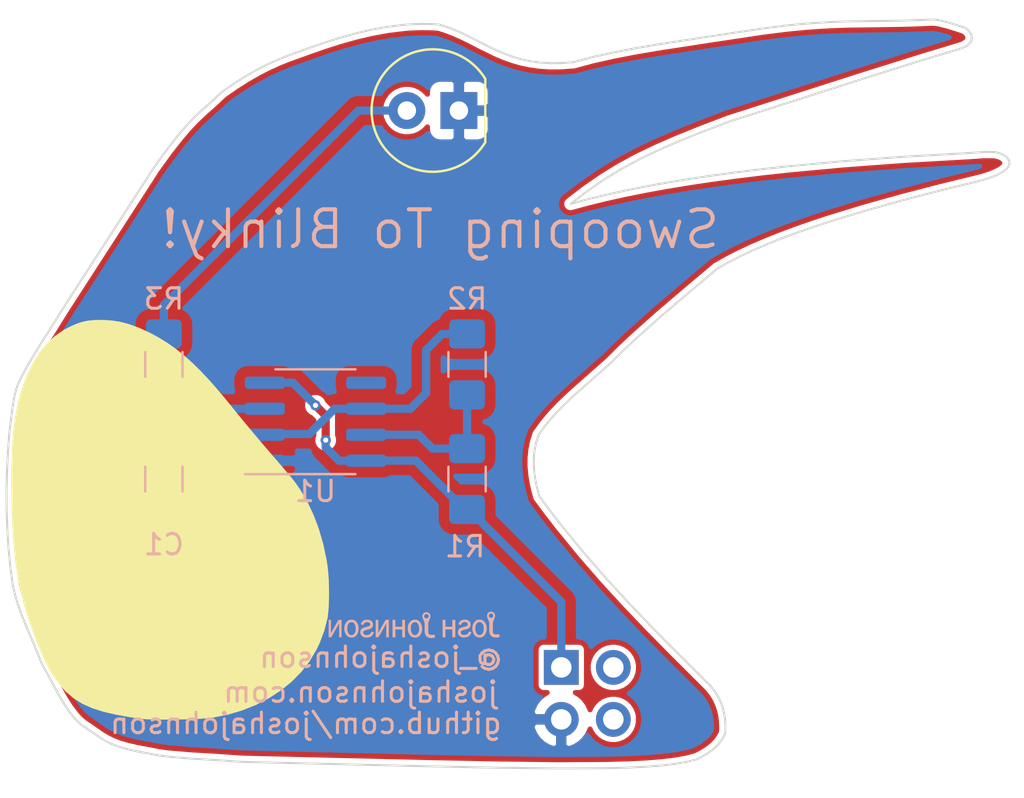
<source format=kicad_pcb>
(kicad_pcb (version 20171130) (host pcbnew 5.1.5-52549c5~84~ubuntu19.10.1)

  (general
    (thickness 1.6)
    (drawings 226)
    (tracks 41)
    (zones 0)
    (modules 12)
    (nets 7)
  )

  (page A4)
  (title_block
    (title swooping)
    (rev 0.1)
    (company "Josh Johnson")
  )

  (layers
    (0 F.Cu signal)
    (31 B.Cu signal)
    (32 B.Adhes user)
    (33 F.Adhes user)
    (34 B.Paste user)
    (35 F.Paste user)
    (36 B.SilkS user)
    (37 F.SilkS user)
    (38 B.Mask user)
    (39 F.Mask user)
    (40 Dwgs.User user)
    (41 Cmts.User user)
    (42 Eco1.User user)
    (43 Eco2.User user)
    (44 Edge.Cuts user)
    (45 Margin user)
    (46 B.CrtYd user)
    (47 F.CrtYd user)
    (48 B.Fab user hide)
    (49 F.Fab user hide)
  )

  (setup
    (last_trace_width 0.25)
    (user_trace_width 0.2)
    (user_trace_width 0.3)
    (user_trace_width 0.4)
    (trace_clearance 0.2)
    (zone_clearance 0.254)
    (zone_45_only no)
    (trace_min 0.15)
    (via_size 0.5)
    (via_drill 0.25)
    (via_min_size 0.5)
    (via_min_drill 0.25)
    (user_via 0.6 0.3)
    (uvia_size 0.3)
    (uvia_drill 0.1)
    (uvias_allowed no)
    (uvia_min_size 0.2)
    (uvia_min_drill 0.1)
    (edge_width 0.1)
    (segment_width 0.2)
    (pcb_text_width 0.3)
    (pcb_text_size 1.5 1.5)
    (mod_edge_width 0.15)
    (mod_text_size 1 1)
    (mod_text_width 0.15)
    (pad_size 1.524 1.524)
    (pad_drill 0.762)
    (pad_to_mask_clearance 0)
    (aux_axis_origin 0 0)
    (visible_elements 7FFFFFFF)
    (pcbplotparams
      (layerselection 0x010fc_ffffffff)
      (usegerberextensions false)
      (usegerberattributes false)
      (usegerberadvancedattributes false)
      (creategerberjobfile false)
      (excludeedgelayer true)
      (linewidth 0.100000)
      (plotframeref false)
      (viasonmask false)
      (mode 1)
      (useauxorigin false)
      (hpglpennumber 1)
      (hpglpenspeed 20)
      (hpglpendiameter 15.000000)
      (psnegative false)
      (psa4output false)
      (plotreference true)
      (plotvalue true)
      (plotinvisibletext false)
      (padsonsilk false)
      (subtractmaskfromsilk false)
      (outputformat 1)
      (mirror false)
      (drillshape 1)
      (scaleselection 1)
      (outputdirectory ""))
  )

  (net 0 "")
  (net 1 GND)
  (net 2 "Net-(C1-Pad1)")
  (net 3 "Net-(D1-Pad2)")
  (net 4 +3V3)
  (net 5 "Net-(R1-Pad2)")
  (net 6 "Net-(R3-Pad1)")

  (net_class Default "This is the default net class."
    (clearance 0.2)
    (trace_width 0.25)
    (via_dia 0.5)
    (via_drill 0.25)
    (uvia_dia 0.3)
    (uvia_drill 0.1)
    (add_net +3V3)
    (add_net GND)
    (add_net "Net-(C1-Pad1)")
    (add_net "Net-(D1-Pad2)")
    (add_net "Net-(R1-Pad2)")
    (add_net "Net-(R3-Pad1)")
  )

  (module LED_THT:LED_D5.0mm (layer F.Cu) (tedit 5E48AF58) (tstamp 5E491F64)
    (at 158.4 78.4 180)
    (descr "LED, diameter 5.0mm, 2 pins, http://cdn-reichelt.de/documents/datenblatt/A500/LL-504BC2E-009.pdf")
    (tags "LED diameter 5.0mm 2 pins")
    (path /5E47B311)
    (fp_text reference D1 (at 1.27 -3.96 180) (layer F.SilkS) hide
      (effects (font (size 1 1) (thickness 0.15)))
    )
    (fp_text value LED (at 1.27 3.96 180) (layer F.Fab)
      (effects (font (size 1 1) (thickness 0.15)))
    )
    (fp_text user %R (at 1.25 0 180) (layer F.Fab)
      (effects (font (size 0.8 0.8) (thickness 0.2)))
    )
    (fp_line (start 4.5 -3.25) (end -1.95 -3.25) (layer F.CrtYd) (width 0.05))
    (fp_line (start 4.5 3.25) (end 4.5 -3.25) (layer F.CrtYd) (width 0.05))
    (fp_line (start -1.95 3.25) (end 4.5 3.25) (layer F.CrtYd) (width 0.05))
    (fp_line (start -1.95 -3.25) (end -1.95 3.25) (layer F.CrtYd) (width 0.05))
    (fp_line (start -1.29 -1.545) (end -1.29 1.545) (layer F.SilkS) (width 0.12))
    (fp_line (start -1.23 -1.469694) (end -1.23 1.469694) (layer F.Fab) (width 0.1))
    (fp_arc (start 1.27 0) (end -1.29 1.54483) (angle -148.9) (layer F.SilkS) (width 0.12))
    (fp_arc (start 1.27 0) (end -1.29 -1.54483) (angle 148.9) (layer F.SilkS) (width 0.12))
    (fp_arc (start 1.27 0) (end -1.23 -1.469694) (angle 299.1) (layer F.Fab) (width 0.1))
    (pad 2 thru_hole circle (at 2.54 0 180) (size 1.8 1.8) (drill 0.9) (layers *.Cu *.Mask)
      (net 3 "Net-(D1-Pad2)"))
    (pad 1 thru_hole rect (at 0 0 180) (size 1.8 1.8) (drill 0.9) (layers *.Cu *.Mask)
      (net 1 GND))
    (model ${KISYS3DMOD}/LED_THT.3dshapes/LED_D5.0mm.wrl
      (at (xyz 0 0 0))
      (scale (xyz 1 1 1))
      (rotate (xyz 0 0 0))
    )
  )

  (module Connector_PinHeader_2.54mm:PinHeader_2x02_P2.54mm_Vertical (layer F.Cu) (tedit 5E48AF46) (tstamp 5E491C5A)
    (at 163.4 105.6)
    (descr "Through hole straight pin header, 2x02, 2.54mm pitch, double rows")
    (tags "Through hole pin header THT 2x02 2.54mm double row")
    (path /5E47C5AF)
    (fp_text reference J1 (at 1.27 -2.33) (layer F.SilkS) hide
      (effects (font (size 1 1) (thickness 0.15)))
    )
    (fp_text value SAO (at 1.27 4.87) (layer F.Fab)
      (effects (font (size 1 1) (thickness 0.15)))
    )
    (fp_text user %R (at 1.27 1.27 90) (layer F.Fab)
      (effects (font (size 1 1) (thickness 0.15)))
    )
    (fp_line (start 4.35 -1.8) (end -1.8 -1.8) (layer F.CrtYd) (width 0.05))
    (fp_line (start 4.35 4.35) (end 4.35 -1.8) (layer F.CrtYd) (width 0.05))
    (fp_line (start -1.8 4.35) (end 4.35 4.35) (layer F.CrtYd) (width 0.05))
    (fp_line (start -1.8 -1.8) (end -1.8 4.35) (layer F.CrtYd) (width 0.05))
    (fp_line (start -1.27 0) (end 0 -1.27) (layer F.Fab) (width 0.1))
    (fp_line (start -1.27 3.81) (end -1.27 0) (layer F.Fab) (width 0.1))
    (fp_line (start 3.81 3.81) (end -1.27 3.81) (layer F.Fab) (width 0.1))
    (fp_line (start 3.81 -1.27) (end 3.81 3.81) (layer F.Fab) (width 0.1))
    (fp_line (start 0 -1.27) (end 3.81 -1.27) (layer F.Fab) (width 0.1))
    (pad 4 thru_hole oval (at 2.54 2.54) (size 1.7 1.7) (drill 1) (layers *.Cu *.Mask))
    (pad 3 thru_hole oval (at 0 2.54) (size 1.7 1.7) (drill 1) (layers *.Cu *.Mask)
      (net 1 GND))
    (pad 2 thru_hole oval (at 2.54 0) (size 1.7 1.7) (drill 1) (layers *.Cu *.Mask))
    (pad 1 thru_hole rect (at 0 0) (size 1.7 1.7) (drill 1) (layers *.Cu *.Mask)
      (net 4 +3V3))
    (model ${KISYS3DMOD}/Connector_PinHeader_2.54mm.3dshapes/PinHeader_2x02_P2.54mm_Vertical.wrl
      (offset (xyz 2.5 0 -1.5))
      (scale (xyz 1 1 1))
      (rotate (xyz 0 -180 0))
    )
  )

  (module drawing:F.SilkS_g33 (layer F.Cu) (tedit 0) (tstamp 5E490819)
    (at 161.1 92.5)
    (fp_text reference G*** (at 0 0) (layer F.SilkS) hide
      (effects (font (size 1.524 1.524) (thickness 0.3)))
    )
    (fp_text value LOGO (at 0.75 0) (layer F.SilkS) hide
      (effects (font (size 1.524 1.524) (thickness 0.3)))
    )
    (fp_poly (pts (xy -19.693039 -3.847537) (xy -19.230804 -3.777076) (xy -18.767473 -3.654119) (xy -18.285391 -3.474042)
      (xy -17.801166 -3.249464) (xy -17.364894 -3.015689) (xy -16.944586 -2.757543) (xy -16.533622 -2.469003)
      (xy -16.125384 -2.144048) (xy -15.71325 -1.776656) (xy -15.290601 -1.360806) (xy -14.850818 -0.890477)
      (xy -14.387279 -0.359645) (xy -13.893365 0.237709) (xy -13.693603 0.486834) (xy -13.496453 0.731567)
      (xy -13.256621 1.024437) (xy -12.987134 1.349822) (xy -12.701019 1.692104) (xy -12.411303 2.035661)
      (xy -12.131014 2.364872) (xy -12.002654 2.514368) (xy -11.706722 2.857939) (xy -11.460177 3.144464)
      (xy -11.257208 3.381096) (xy -11.092002 3.574987) (xy -10.958748 3.733293) (xy -10.851635 3.863165)
      (xy -10.764852 3.971757) (xy -10.692586 4.066223) (xy -10.629027 4.153715) (xy -10.568363 4.241388)
      (xy -10.504783 4.336394) (xy -10.432475 4.445887) (xy -10.428173 4.452405) (xy -10.089802 5.027927)
      (xy -9.789237 5.667672) (xy -9.531379 6.357852) (xy -9.321125 7.08468) (xy -9.163377 7.834368)
      (xy -9.114455 8.149167) (xy -9.079103 8.472201) (xy -9.055089 8.838148) (xy -9.042373 9.227183)
      (xy -9.040916 9.619479) (xy -9.050677 9.99521) (xy -9.071618 10.334548) (xy -9.103699 10.617669)
      (xy -9.119563 10.710334) (xy -9.272721 11.31163) (xy -9.499349 11.907791) (xy -9.662943 12.250219)
      (xy -9.993409 12.804205) (xy -10.395499 13.320048) (xy -10.863502 13.794058) (xy -11.391702 14.222546)
      (xy -11.974386 14.601821) (xy -12.605839 14.928195) (xy -13.280348 15.197976) (xy -13.992199 15.407476)
      (xy -14.735678 15.553004) (xy -14.789756 15.560841) (xy -14.988174 15.582152) (xy -15.255497 15.600952)
      (xy -15.575992 15.616951) (xy -15.933926 15.629858) (xy -16.313566 15.639384) (xy -16.69918 15.645237)
      (xy -17.075035 15.647129) (xy -17.425397 15.644767) (xy -17.734534 15.637862) (xy -17.986714 15.626124)
      (xy -18.055166 15.621106) (xy -18.344887 15.589358) (xy -18.690385 15.539013) (xy -19.066016 15.474694)
      (xy -19.446136 15.401022) (xy -19.805103 15.322618) (xy -20.056888 15.260366) (xy -20.603163 15.087331)
      (xy -21.083311 14.871081) (xy -21.507994 14.604066) (xy -21.887873 14.278737) (xy -22.233611 13.887545)
      (xy -22.476511 13.547012) (xy -22.629263 13.303076) (xy -22.772342 13.048628) (xy -22.913013 12.768652)
      (xy -23.058547 12.448134) (xy -23.216211 12.072057) (xy -23.337308 11.768667) (xy -23.565509 11.164)
      (xy -23.764527 10.581628) (xy -23.936174 10.010833) (xy -24.082262 9.440899) (xy -24.204604 8.86111)
      (xy -24.305013 8.260748) (xy -24.385301 7.629099) (xy -24.44728 6.955445) (xy -24.492762 6.22907)
      (xy -24.523561 5.439257) (xy -24.540371 4.65519) (xy -24.546568 3.886627) (xy -24.540956 3.193194)
      (xy -24.522628 2.566059) (xy -24.490679 1.996391) (xy -24.444202 1.475358) (xy -24.382291 0.994129)
      (xy -24.30404 0.543872) (xy -24.208543 0.115755) (xy -24.094893 -0.299053) (xy -24.001906 -0.592666)
      (xy -23.758407 -1.234762) (xy -23.480588 -1.801743) (xy -23.165768 -2.297028) (xy -22.811269 -2.724033)
      (xy -22.414411 -3.086176) (xy -21.972514 -3.386875) (xy -21.695833 -3.53384) (xy -21.387097 -3.671797)
      (xy -21.108235 -3.768161) (xy -20.830958 -3.829175) (xy -20.526979 -3.861081) (xy -20.171833 -3.870123)
      (xy -19.693039 -3.847537)) (layer F.SilkS) (width 0.01))
  )

  (module drawing:F.Mask_g37 (layer F.Cu) (tedit 0) (tstamp 5E49038C)
    (at 160.9 92.5)
    (fp_text reference G*** (at 0 0) (layer F.SilkS) hide
      (effects (font (size 1.524 1.524) (thickness 0.3)))
    )
    (fp_text value LOGO (at 0.75 0) (layer F.SilkS) hide
      (effects (font (size 1.524 1.524) (thickness 0.3)))
    )
    (fp_poly (pts (xy 20.414325 -18.708296) (xy 20.599599 -18.705507) (xy 20.74975 -18.699664) (xy 20.874682 -18.690467)
      (xy 20.984302 -18.677612) (xy 21.088516 -18.660797) (xy 21.197229 -18.639719) (xy 21.242964 -18.630283)
      (xy 21.500398 -18.569756) (xy 21.765811 -18.495375) (xy 22.019001 -18.41387) (xy 22.239762 -18.33197)
      (xy 22.407892 -18.256406) (xy 22.46644 -18.222753) (xy 22.610722 -18.081394) (xy 22.700415 -17.895811)
      (xy 22.735593 -17.686439) (xy 22.716329 -17.473712) (xy 22.642696 -17.278063) (xy 22.514769 -17.119927)
      (xy 22.462343 -17.080562) (xy 22.436664 -17.065413) (xy 22.400427 -17.047781) (xy 22.348714 -17.026065)
      (xy 22.276607 -16.998666) (xy 22.179189 -16.963985) (xy 22.051543 -16.92042) (xy 21.88875 -16.866373)
      (xy 21.685895 -16.800243) (xy 21.438058 -16.720431) (xy 21.140324 -16.625338) (xy 20.787773 -16.513362)
      (xy 20.375489 -16.382905) (xy 19.898555 -16.232366) (xy 19.352053 -16.060146) (xy 18.731065 -15.864645)
      (xy 18.542 -15.805146) (xy 17.398336 -15.444456) (xy 16.332124 -15.106402) (xy 15.339629 -14.789608)
      (xy 14.417112 -14.492701) (xy 13.560835 -14.214306) (xy 12.767061 -13.953049) (xy 12.032052 -13.707554)
      (xy 11.352071 -13.476447) (xy 10.72338 -13.258354) (xy 10.142242 -13.0519) (xy 9.604918 -12.85571)
      (xy 9.107672 -12.668411) (xy 8.646766 -12.488627) (xy 8.218462 -12.314984) (xy 7.819022 -12.146108)
      (xy 7.44471 -11.980623) (xy 7.091786 -11.817156) (xy 6.756515 -11.654331) (xy 6.435157 -11.490775)
      (xy 6.123977 -11.325112) (xy 5.819235 -11.155968) (xy 5.672667 -11.072286) (xy 5.475436 -10.956387)
      (xy 5.257523 -10.824452) (xy 5.029995 -10.683621) (xy 4.803924 -10.541035) (xy 4.590378 -10.403835)
      (xy 4.400427 -10.27916) (xy 4.245141 -10.174151) (xy 4.13559 -10.095948) (xy 4.082843 -10.051693)
      (xy 4.080162 -10.04506) (xy 4.123456 -10.050215) (xy 4.235234 -10.072637) (xy 4.401774 -10.109324)
      (xy 4.609357 -10.157276) (xy 4.787632 -10.199772) (xy 5.656026 -10.39673) (xy 6.603761 -10.587961)
      (xy 7.625667 -10.772867) (xy 8.716575 -10.950848) (xy 9.871315 -11.121305) (xy 11.084716 -11.283639)
      (xy 12.35161 -11.43725) (xy 13.666825 -11.581539) (xy 15.025193 -11.715907) (xy 16.421542 -11.839754)
      (xy 17.850704 -11.952483) (xy 19.307508 -12.053492) (xy 20.786785 -12.142184) (xy 22.144169 -12.211499)
      (xy 22.581638 -12.23072) (xy 22.944152 -12.24327) (xy 23.241197 -12.248665) (xy 23.482257 -12.246417)
      (xy 23.67682 -12.236038) (xy 23.834371 -12.217044) (xy 23.964394 -12.188946) (xy 24.076376 -12.151258)
      (xy 24.172121 -12.107442) (xy 24.334803 -11.996829) (xy 24.473732 -11.852689) (xy 24.564817 -11.701696)
      (xy 24.580064 -11.655735) (xy 24.58234 -11.48287) (xy 24.514136 -11.296626) (xy 24.383352 -11.115645)
      (xy 24.32775 -11.060202) (xy 24.25509 -10.998682) (xy 24.170817 -10.939726) (xy 24.068979 -10.881386)
      (xy 23.943626 -10.821713) (xy 23.788807 -10.758758) (xy 23.598571 -10.690574) (xy 23.366967 -10.615211)
      (xy 23.088044 -10.53072) (xy 22.755852 -10.435154) (xy 22.364438 -10.326563) (xy 21.907854 -10.203)
      (xy 21.380146 -10.062515) (xy 20.870334 -9.928107) (xy 19.980657 -9.69265) (xy 19.165958 -9.473466)
      (xy 18.418595 -9.268319) (xy 17.730926 -9.074973) (xy 17.09531 -8.891192) (xy 16.504106 -8.714742)
      (xy 15.949672 -8.543386) (xy 15.424366 -8.374888) (xy 14.920547 -8.207013) (xy 14.541652 -8.076492)
      (xy 14.233146 -7.96746) (xy 13.942257 -7.861659) (xy 13.656509 -7.754093) (xy 13.363424 -7.639765)
      (xy 13.050527 -7.513677) (xy 12.705342 -7.370832) (xy 12.315392 -7.206233) (xy 11.868201 -7.014883)
      (xy 11.567036 -6.885074) (xy 11.29238 -6.767671) (xy 11.047397 -6.666547) (xy 10.819959 -6.57799)
      (xy 10.597938 -6.49829) (xy 10.369205 -6.423734) (xy 10.121633 -6.350611) (xy 9.843091 -6.275209)
      (xy 9.521451 -6.193816) (xy 9.144586 -6.10272) (xy 8.700367 -5.99821) (xy 8.56943 -5.967705)
      (xy 7.744772 -5.773993) (xy 6.996328 -5.593871) (xy 6.317148 -5.425079) (xy 5.700275 -5.265352)
      (xy 5.138758 -5.112431) (xy 4.625643 -4.964053) (xy 4.153976 -4.817955) (xy 3.716803 -4.671877)
      (xy 3.307171 -4.523556) (xy 2.918127 -4.37073) (xy 2.542717 -4.211137) (xy 2.173987 -4.042516)
      (xy 1.804983 -3.862604) (xy 1.428753 -3.66914) (xy 1.309968 -3.606273) (xy 0.98182 -3.433229)
      (xy 0.717134 -3.298911) (xy 0.505724 -3.20028) (xy 0.337407 -3.134293) (xy 0.201998 -3.097908)
      (xy 0.089312 -3.088085) (xy -0.010836 -3.101781) (xy -0.10863 -3.135954) (xy -0.169333 -3.164482)
      (xy -0.294967 -3.262356) (xy -0.423558 -3.422622) (xy -0.541673 -3.62461) (xy -0.63588 -3.847647)
      (xy -0.657548 -3.915833) (xy -0.685131 -4.023071) (xy -0.725424 -4.1966) (xy -0.774728 -4.419647)
      (xy -0.829341 -4.675443) (xy -0.885564 -4.947216) (xy -0.891039 -4.974166) (xy -0.959381 -5.302332)
      (xy -1.040787 -5.679295) (xy -1.127873 -6.071693) (xy -1.213258 -6.446164) (xy -1.273469 -6.702426)
      (xy -1.381056 -7.162003) (xy -1.467166 -7.553923) (xy -1.5339 -7.891849) (xy -1.583354 -8.189442)
      (xy -1.617627 -8.460364) (xy -1.638818 -8.718277) (xy -1.649025 -8.976843) (xy -1.650764 -9.15879)
      (xy -1.647634 -9.389971) (xy -1.639225 -9.603778) (xy -1.626732 -9.779465) (xy -1.611349 -9.896284)
      (xy -1.607309 -9.913439) (xy -1.525097 -10.107418) (xy -1.375072 -10.345199) (xy -1.159712 -10.623383)
      (xy -0.881493 -10.938573) (xy -0.785544 -11.040464) (xy -0.387876 -11.469863) (xy -0.055983 -11.857404)
      (xy 0.213949 -12.209455) (xy 0.425733 -12.532389) (xy 0.583182 -12.832573) (xy 0.69011 -13.116379)
      (xy 0.750329 -13.390176) (xy 0.767749 -13.635277) (xy 0.754948 -13.883491) (xy 0.70766 -14.090363)
      (xy 0.614999 -14.288919) (xy 0.489272 -14.480231) (xy 0.323035 -14.734196) (xy 0.219357 -14.949272)
      (xy 0.173005 -15.137298) (xy 0.169334 -15.204167) (xy 0.1758 -15.305109) (xy 0.204361 -15.38675)
      (xy 0.268755 -15.473447) (xy 0.382722 -15.589556) (xy 0.391584 -15.598131) (xy 0.632102 -15.791241)
      (xy 0.942781 -15.977733) (xy 1.309121 -16.149873) (xy 1.693334 -16.292364) (xy 1.983256 -16.380289)
      (xy 2.347085 -16.47916) (xy 2.775071 -16.586871) (xy 3.257465 -16.701318) (xy 3.784519 -16.820393)
      (xy 4.346483 -16.941991) (xy 4.93361 -17.064006) (xy 5.53615 -17.184332) (xy 6.144354 -17.300865)
      (xy 6.748474 -17.411497) (xy 7.338762 -17.514123) (xy 7.387167 -17.522272) (xy 7.698845 -17.574059)
      (xy 8.063672 -17.633763) (xy 8.469695 -17.699497) (xy 8.904961 -17.769379) (xy 9.357517 -17.841523)
      (xy 9.815412 -17.914045) (xy 10.266692 -17.985061) (xy 10.699405 -18.052687) (xy 11.101598 -18.115038)
      (xy 11.461319 -18.170229) (xy 11.766616 -18.216377) (xy 12.005536 -18.251597) (xy 12.086167 -18.263092)
      (xy 12.869796 -18.36175) (xy 13.726363 -18.447933) (xy 14.657695 -18.521753) (xy 15.665618 -18.583321)
      (xy 16.751961 -18.632751) (xy 17.91855 -18.670153) (xy 19.123875 -18.694975) (xy 19.548702 -18.701372)
      (xy 19.898782 -18.705927) (xy 20.184021 -18.708335) (xy 20.414325 -18.708296)) (layer F.Mask) (width 0.01))
  )

  (module Package_SO:SOIC-8_3.9x4.9mm_P1.27mm (layer B.Cu) (tedit 5D9F72B1) (tstamp 5E491D9D)
    (at 151.4 93.6)
    (descr "SOIC, 8 Pin (JEDEC MS-012AA, https://www.analog.com/media/en/package-pcb-resources/package/pkg_pdf/soic_narrow-r/r_8.pdf), generated with kicad-footprint-generator ipc_gullwing_generator.py")
    (tags "SOIC SO")
    (path /5E4A7D11)
    (attr smd)
    (fp_text reference U1 (at 0 3.4) (layer B.SilkS)
      (effects (font (size 1 1) (thickness 0.15)) (justify mirror))
    )
    (fp_text value 555 (at 0 -3.4) (layer B.Fab)
      (effects (font (size 1 1) (thickness 0.15)) (justify mirror))
    )
    (fp_text user %R (at 0 0) (layer B.Fab)
      (effects (font (size 0.98 0.98) (thickness 0.15)) (justify mirror))
    )
    (fp_line (start 3.7 2.7) (end -3.7 2.7) (layer B.CrtYd) (width 0.05))
    (fp_line (start 3.7 -2.7) (end 3.7 2.7) (layer B.CrtYd) (width 0.05))
    (fp_line (start -3.7 -2.7) (end 3.7 -2.7) (layer B.CrtYd) (width 0.05))
    (fp_line (start -3.7 2.7) (end -3.7 -2.7) (layer B.CrtYd) (width 0.05))
    (fp_line (start -1.95 1.475) (end -0.975 2.45) (layer B.Fab) (width 0.1))
    (fp_line (start -1.95 -2.45) (end -1.95 1.475) (layer B.Fab) (width 0.1))
    (fp_line (start 1.95 -2.45) (end -1.95 -2.45) (layer B.Fab) (width 0.1))
    (fp_line (start 1.95 2.45) (end 1.95 -2.45) (layer B.Fab) (width 0.1))
    (fp_line (start -0.975 2.45) (end 1.95 2.45) (layer B.Fab) (width 0.1))
    (fp_line (start 0 2.56) (end -3.45 2.56) (layer B.SilkS) (width 0.12))
    (fp_line (start 0 2.56) (end 1.95 2.56) (layer B.SilkS) (width 0.12))
    (fp_line (start 0 -2.56) (end -1.95 -2.56) (layer B.SilkS) (width 0.12))
    (fp_line (start 0 -2.56) (end 1.95 -2.56) (layer B.SilkS) (width 0.12))
    (pad 8 smd roundrect (at 2.475 1.905) (size 1.95 0.6) (layers B.Cu B.Paste B.Mask) (roundrect_rratio 0.25)
      (net 4 +3V3))
    (pad 7 smd roundrect (at 2.475 0.635) (size 1.95 0.6) (layers B.Cu B.Paste B.Mask) (roundrect_rratio 0.25)
      (net 5 "Net-(R1-Pad2)"))
    (pad 6 smd roundrect (at 2.475 -0.635) (size 1.95 0.6) (layers B.Cu B.Paste B.Mask) (roundrect_rratio 0.25)
      (net 2 "Net-(C1-Pad1)"))
    (pad 5 smd roundrect (at 2.475 -1.905) (size 1.95 0.6) (layers B.Cu B.Paste B.Mask) (roundrect_rratio 0.25))
    (pad 4 smd roundrect (at -2.475 -1.905) (size 1.95 0.6) (layers B.Cu B.Paste B.Mask) (roundrect_rratio 0.25)
      (net 4 +3V3))
    (pad 3 smd roundrect (at -2.475 -0.635) (size 1.95 0.6) (layers B.Cu B.Paste B.Mask) (roundrect_rratio 0.25)
      (net 6 "Net-(R3-Pad1)"))
    (pad 2 smd roundrect (at -2.475 0.635) (size 1.95 0.6) (layers B.Cu B.Paste B.Mask) (roundrect_rratio 0.25)
      (net 2 "Net-(C1-Pad1)"))
    (pad 1 smd roundrect (at -2.475 1.905) (size 1.95 0.6) (layers B.Cu B.Paste B.Mask) (roundrect_rratio 0.25)
      (net 1 GND))
    (model ${KISYS3DMOD}/Package_SO.3dshapes/SOIC-8_3.9x4.9mm_P1.27mm.wrl
      (at (xyz 0 0 0))
      (scale (xyz 1 1 1))
      (rotate (xyz 0 0 0))
    )
  )

  (module Resistor_SMD:R_1206_3216Metric_Pad1.42x1.75mm_HandSolder (layer B.Cu) (tedit 5B301BBD) (tstamp 5E491CB9)
    (at 144 90.8 90)
    (descr "Resistor SMD 1206 (3216 Metric), square (rectangular) end terminal, IPC_7351 nominal with elongated pad for handsoldering. (Body size source: http://www.tortai-tech.com/upload/download/2011102023233369053.pdf), generated with kicad-footprint-generator")
    (tags "resistor handsolder")
    (path /5E47AE58)
    (attr smd)
    (fp_text reference R3 (at 3.2 0 180) (layer B.SilkS)
      (effects (font (size 1 1) (thickness 0.15)) (justify mirror))
    )
    (fp_text value 470R (at 0 -1.82 90) (layer B.Fab)
      (effects (font (size 1 1) (thickness 0.15)) (justify mirror))
    )
    (fp_text user %R (at 0 0 90) (layer B.Fab)
      (effects (font (size 0.8 0.8) (thickness 0.12)) (justify mirror))
    )
    (fp_line (start 2.45 -1.12) (end -2.45 -1.12) (layer B.CrtYd) (width 0.05))
    (fp_line (start 2.45 1.12) (end 2.45 -1.12) (layer B.CrtYd) (width 0.05))
    (fp_line (start -2.45 1.12) (end 2.45 1.12) (layer B.CrtYd) (width 0.05))
    (fp_line (start -2.45 -1.12) (end -2.45 1.12) (layer B.CrtYd) (width 0.05))
    (fp_line (start -0.602064 -0.91) (end 0.602064 -0.91) (layer B.SilkS) (width 0.12))
    (fp_line (start -0.602064 0.91) (end 0.602064 0.91) (layer B.SilkS) (width 0.12))
    (fp_line (start 1.6 -0.8) (end -1.6 -0.8) (layer B.Fab) (width 0.1))
    (fp_line (start 1.6 0.8) (end 1.6 -0.8) (layer B.Fab) (width 0.1))
    (fp_line (start -1.6 0.8) (end 1.6 0.8) (layer B.Fab) (width 0.1))
    (fp_line (start -1.6 -0.8) (end -1.6 0.8) (layer B.Fab) (width 0.1))
    (pad 2 smd roundrect (at 1.4875 0 90) (size 1.425 1.75) (layers B.Cu B.Paste B.Mask) (roundrect_rratio 0.175439)
      (net 3 "Net-(D1-Pad2)"))
    (pad 1 smd roundrect (at -1.4875 0 90) (size 1.425 1.75) (layers B.Cu B.Paste B.Mask) (roundrect_rratio 0.175439)
      (net 6 "Net-(R3-Pad1)"))
    (model ${KISYS3DMOD}/Resistor_SMD.3dshapes/R_1206_3216Metric.wrl
      (at (xyz 0 0 0))
      (scale (xyz 1 1 1))
      (rotate (xyz 0 0 0))
    )
  )

  (module Resistor_SMD:R_1206_3216Metric_Pad1.42x1.75mm_HandSolder (layer B.Cu) (tedit 5B301BBD) (tstamp 5E491DF7)
    (at 158.8 90.8 90)
    (descr "Resistor SMD 1206 (3216 Metric), square (rectangular) end terminal, IPC_7351 nominal with elongated pad for handsoldering. (Body size source: http://www.tortai-tech.com/upload/download/2011102023233369053.pdf), generated with kicad-footprint-generator")
    (tags "resistor handsolder")
    (path /5E47A756)
    (attr smd)
    (fp_text reference R2 (at 3.2 0 180) (layer B.SilkS)
      (effects (font (size 1 1) (thickness 0.15)) (justify mirror))
    )
    (fp_text value 470K (at 0 -1.82 90) (layer B.Fab)
      (effects (font (size 1 1) (thickness 0.15)) (justify mirror))
    )
    (fp_text user %R (at 0 0 90) (layer B.Fab)
      (effects (font (size 0.8 0.8) (thickness 0.12)) (justify mirror))
    )
    (fp_line (start 2.45 -1.12) (end -2.45 -1.12) (layer B.CrtYd) (width 0.05))
    (fp_line (start 2.45 1.12) (end 2.45 -1.12) (layer B.CrtYd) (width 0.05))
    (fp_line (start -2.45 1.12) (end 2.45 1.12) (layer B.CrtYd) (width 0.05))
    (fp_line (start -2.45 -1.12) (end -2.45 1.12) (layer B.CrtYd) (width 0.05))
    (fp_line (start -0.602064 -0.91) (end 0.602064 -0.91) (layer B.SilkS) (width 0.12))
    (fp_line (start -0.602064 0.91) (end 0.602064 0.91) (layer B.SilkS) (width 0.12))
    (fp_line (start 1.6 -0.8) (end -1.6 -0.8) (layer B.Fab) (width 0.1))
    (fp_line (start 1.6 0.8) (end 1.6 -0.8) (layer B.Fab) (width 0.1))
    (fp_line (start -1.6 0.8) (end 1.6 0.8) (layer B.Fab) (width 0.1))
    (fp_line (start -1.6 -0.8) (end -1.6 0.8) (layer B.Fab) (width 0.1))
    (pad 2 smd roundrect (at 1.4875 0 90) (size 1.425 1.75) (layers B.Cu B.Paste B.Mask) (roundrect_rratio 0.175439)
      (net 2 "Net-(C1-Pad1)"))
    (pad 1 smd roundrect (at -1.4875 0 90) (size 1.425 1.75) (layers B.Cu B.Paste B.Mask) (roundrect_rratio 0.175439)
      (net 5 "Net-(R1-Pad2)"))
    (model ${KISYS3DMOD}/Resistor_SMD.3dshapes/R_1206_3216Metric.wrl
      (at (xyz 0 0 0))
      (scale (xyz 1 1 1))
      (rotate (xyz 0 0 0))
    )
  )

  (module Resistor_SMD:R_1206_3216Metric_Pad1.42x1.75mm_HandSolder (layer B.Cu) (tedit 5B301BBD) (tstamp 5E491F32)
    (at 158.8 96.4 90)
    (descr "Resistor SMD 1206 (3216 Metric), square (rectangular) end terminal, IPC_7351 nominal with elongated pad for handsoldering. (Body size source: http://www.tortai-tech.com/upload/download/2011102023233369053.pdf), generated with kicad-footprint-generator")
    (tags "resistor handsolder")
    (path /5E47A5ED)
    (attr smd)
    (fp_text reference R1 (at -3.3 -0.1 180) (layer B.SilkS)
      (effects (font (size 1 1) (thickness 0.15)) (justify mirror))
    )
    (fp_text value 1K (at 0 -1.82 90) (layer B.Fab)
      (effects (font (size 1 1) (thickness 0.15)) (justify mirror))
    )
    (fp_text user %R (at 0 0 90) (layer B.Fab)
      (effects (font (size 0.8 0.8) (thickness 0.12)) (justify mirror))
    )
    (fp_line (start 2.45 -1.12) (end -2.45 -1.12) (layer B.CrtYd) (width 0.05))
    (fp_line (start 2.45 1.12) (end 2.45 -1.12) (layer B.CrtYd) (width 0.05))
    (fp_line (start -2.45 1.12) (end 2.45 1.12) (layer B.CrtYd) (width 0.05))
    (fp_line (start -2.45 -1.12) (end -2.45 1.12) (layer B.CrtYd) (width 0.05))
    (fp_line (start -0.602064 -0.91) (end 0.602064 -0.91) (layer B.SilkS) (width 0.12))
    (fp_line (start -0.602064 0.91) (end 0.602064 0.91) (layer B.SilkS) (width 0.12))
    (fp_line (start 1.6 -0.8) (end -1.6 -0.8) (layer B.Fab) (width 0.1))
    (fp_line (start 1.6 0.8) (end 1.6 -0.8) (layer B.Fab) (width 0.1))
    (fp_line (start -1.6 0.8) (end 1.6 0.8) (layer B.Fab) (width 0.1))
    (fp_line (start -1.6 -0.8) (end -1.6 0.8) (layer B.Fab) (width 0.1))
    (pad 2 smd roundrect (at 1.4875 0 90) (size 1.425 1.75) (layers B.Cu B.Paste B.Mask) (roundrect_rratio 0.175439)
      (net 5 "Net-(R1-Pad2)"))
    (pad 1 smd roundrect (at -1.4875 0 90) (size 1.425 1.75) (layers B.Cu B.Paste B.Mask) (roundrect_rratio 0.175439)
      (net 4 +3V3))
    (model ${KISYS3DMOD}/Resistor_SMD.3dshapes/R_1206_3216Metric.wrl
      (at (xyz 0 0 0))
      (scale (xyz 1 1 1))
      (rotate (xyz 0 0 0))
    )
  )

  (module Capacitor_SMD:C_1206_3216Metric_Pad1.42x1.75mm_HandSolder (layer B.Cu) (tedit 5B301BBE) (tstamp 5E491FD4)
    (at 144 96.4 270)
    (descr "Capacitor SMD 1206 (3216 Metric), square (rectangular) end terminal, IPC_7351 nominal with elongated pad for handsoldering. (Body size source: http://www.tortai-tech.com/upload/download/2011102023233369053.pdf), generated with kicad-footprint-generator")
    (tags "capacitor handsolder")
    (path /5E47AB86)
    (attr smd)
    (fp_text reference C1 (at 3.2 0 180) (layer B.SilkS)
      (effects (font (size 1 1) (thickness 0.15)) (justify mirror))
    )
    (fp_text value 1u (at 0 -1.82 90) (layer B.Fab)
      (effects (font (size 1 1) (thickness 0.15)) (justify mirror))
    )
    (fp_text user %R (at 0 0 90) (layer B.Fab)
      (effects (font (size 0.8 0.8) (thickness 0.12)) (justify mirror))
    )
    (fp_line (start 2.45 -1.12) (end -2.45 -1.12) (layer B.CrtYd) (width 0.05))
    (fp_line (start 2.45 1.12) (end 2.45 -1.12) (layer B.CrtYd) (width 0.05))
    (fp_line (start -2.45 1.12) (end 2.45 1.12) (layer B.CrtYd) (width 0.05))
    (fp_line (start -2.45 -1.12) (end -2.45 1.12) (layer B.CrtYd) (width 0.05))
    (fp_line (start -0.602064 -0.91) (end 0.602064 -0.91) (layer B.SilkS) (width 0.12))
    (fp_line (start -0.602064 0.91) (end 0.602064 0.91) (layer B.SilkS) (width 0.12))
    (fp_line (start 1.6 -0.8) (end -1.6 -0.8) (layer B.Fab) (width 0.1))
    (fp_line (start 1.6 0.8) (end 1.6 -0.8) (layer B.Fab) (width 0.1))
    (fp_line (start -1.6 0.8) (end 1.6 0.8) (layer B.Fab) (width 0.1))
    (fp_line (start -1.6 -0.8) (end -1.6 0.8) (layer B.Fab) (width 0.1))
    (pad 2 smd roundrect (at 1.4875 0 270) (size 1.425 1.75) (layers B.Cu B.Paste B.Mask) (roundrect_rratio 0.175439)
      (net 1 GND))
    (pad 1 smd roundrect (at -1.4875 0 270) (size 1.425 1.75) (layers B.Cu B.Paste B.Mask) (roundrect_rratio 0.175439)
      (net 2 "Net-(C1-Pad1)"))
    (model ${KISYS3DMOD}/Capacitor_SMD.3dshapes/C_1206_3216Metric.wrl
      (at (xyz 0 0 0))
      (scale (xyz 1 1 1))
      (rotate (xyz 0 0 0))
    )
  )

  (module josh-logos:josh-johnson-logo-8_6x1_5 (layer B.Cu) (tedit 0) (tstamp 5E4921A2)
    (at 156.2 103.5 180)
    (path /5E2057DD)
    (fp_text reference LOGO4 (at -0.1 2.4) (layer B.Fab) hide
      (effects (font (size 1.524 1.524) (thickness 0.3)) (justify mirror))
    )
    (fp_text value Josh-Logo (at 0 -2.4) (layer B.Fab) hide
      (effects (font (size 1.524 1.524) (thickness 0.3)) (justify mirror))
    )
    (fp_poly (pts (xy -0.565488 0.587697) (xy -0.520797 0.5706) (xy -0.482598 0.542751) (xy -0.45161 0.504601)
      (xy -0.439927 0.48362) (xy -0.43003 0.460949) (xy -0.42471 0.440308) (xy -0.422763 0.415867)
      (xy -0.422681 0.40005) (xy -0.423095 0.384081) (xy -0.424426 0.369333) (xy -0.427242 0.353869)
      (xy -0.432112 0.335756) (xy -0.439606 0.313059) (xy -0.450293 0.283843) (xy -0.464742 0.246173)
      (xy -0.477796 0.212725) (xy -0.532505 0.073025) (xy -0.535131 -0.174625) (xy -0.535873 -0.238909)
      (xy -0.536649 -0.291825) (xy -0.537525 -0.334702) (xy -0.538566 -0.368873) (xy -0.539836 -0.395669)
      (xy -0.541403 -0.416419) (xy -0.543329 -0.432456) (xy -0.545682 -0.44511) (xy -0.548526 -0.455713)
      (xy -0.548995 -0.457194) (xy -0.559367 -0.48257) (xy -0.574816 -0.512333) (xy -0.592945 -0.542512)
      (xy -0.611355 -0.569136) (xy -0.62765 -0.588233) (xy -0.628735 -0.589266) (xy -0.646645 -0.602602)
      (xy -0.672374 -0.617744) (xy -0.701671 -0.632557) (xy -0.730281 -0.644908) (xy -0.753952 -0.652662)
      (xy -0.756 -0.653128) (xy -0.783615 -0.657545) (xy -0.818057 -0.660964) (xy -0.854128 -0.663056)
      (xy -0.88663 -0.66349) (xy -0.904875 -0.662593) (xy -0.924225 -0.659993) (xy -0.950215 -0.655522)
      (xy -0.976313 -0.650336) (xy -1.02235 -0.640483) (xy -1.02235 -0.503289) (xy -0.992188 -0.509298)
      (xy -0.973546 -0.511813) (xy -0.946137 -0.514024) (xy -0.913894 -0.515666) (xy -0.885825 -0.516416)
      (xy -0.839103 -0.51576) (xy -0.802598 -0.511853) (xy -0.774106 -0.504079) (xy -0.751421 -0.491823)
      (xy -0.732338 -0.47447) (xy -0.731312 -0.473313) (xy -0.723366 -0.462959) (xy -0.71679 -0.450831)
      (xy -0.711459 -0.435702) (xy -0.707249 -0.416342) (xy -0.704033 -0.391523) (xy -0.701686 -0.360016)
      (xy -0.700085 -0.320593) (xy -0.699104 -0.272026) (xy -0.698618 -0.213085) (xy -0.6985 -0.150775)
      (xy -0.6985 0.068885) (xy -0.754063 0.210655) (xy -0.771593 0.255552) (xy -0.784987 0.29057)
      (xy -0.794796 0.317633) (xy -0.801576 0.338664) (xy -0.805879 0.355587) (xy -0.808258 0.370326)
      (xy -0.809267 0.384804) (xy -0.809394 0.395497) (xy -0.727746 0.395497) (xy -0.721686 0.363888)
      (xy -0.70756 0.335547) (xy -0.686697 0.312194) (xy -0.660427 0.295547) (xy -0.63008 0.287325)
      (xy -0.596986 0.289249) (xy -0.580799 0.294171) (xy -0.547826 0.31307) (xy -0.523702 0.339609)
      (xy -0.509302 0.371599) (xy -0.505499 0.406852) (xy -0.513167 0.44318) (xy -0.517373 0.453005)
      (xy -0.536757 0.480211) (xy -0.563164 0.49901) (xy -0.593995 0.509285) (xy -0.626653 0.51092)
      (xy -0.65854 0.503798) (xy -0.687059 0.487804) (xy -0.709613 0.46282) (xy -0.710347 0.461643)
      (xy -0.72441 0.428655) (xy -0.727746 0.395497) (xy -0.809394 0.395497) (xy -0.809459 0.400945)
      (xy -0.809453 0.403225) (xy -0.808441 0.433334) (xy -0.80508 0.455397) (xy -0.798517 0.473981)
      (xy -0.794891 0.481299) (xy -0.765657 0.524308) (xy -0.728514 0.55859) (xy -0.69952 0.576074)
      (xy -0.676517 0.586066) (xy -0.655339 0.59145) (xy -0.630087 0.59346) (xy -0.61595 0.593594)
      (xy -0.565488 0.587697)) (layer B.SilkS) (width 0.01))
    (fp_poly (pts (xy -3.707103 0.609707) (xy -3.69276 0.604009) (xy -3.656894 0.582425) (xy -3.624022 0.552126)
      (xy -3.59829 0.517045) (xy -3.595284 0.511578) (xy -3.586587 0.493125) (xy -3.581502 0.475852)
      (xy -3.579146 0.455193) (xy -3.578638 0.426584) (xy -3.578642 0.42545) (xy -3.578872 0.407959)
      (xy -3.579767 0.392795) (xy -3.581889 0.377992) (xy -3.585803 0.361582) (xy -3.59207 0.341597)
      (xy -3.601256 0.316071) (xy -3.613921 0.283037) (xy -3.630631 0.240526) (xy -3.634088 0.231775)
      (xy -3.689296 0.092075) (xy -3.689433 -0.136525) (xy -3.689614 -0.203669) (xy -3.690095 -0.259312)
      (xy -3.690917 -0.304646) (xy -3.692119 -0.340868) (xy -3.693741 -0.369173) (xy -3.695824 -0.390754)
      (xy -3.698407 -0.406807) (xy -3.698513 -0.407314) (xy -3.716869 -0.466385) (xy -3.744976 -0.517779)
      (xy -3.782263 -0.560854) (xy -3.828158 -0.594967) (xy -3.88209 -0.619478) (xy -3.889755 -0.621955)
      (xy -3.915947 -0.62804) (xy -3.949823 -0.633137) (xy -3.986996 -0.636862) (xy -4.023081 -0.638833)
      (xy -4.053689 -0.638667) (xy -4.067175 -0.637444) (xy -4.082967 -0.634735) (xy -4.106183 -0.630259)
      (xy -4.131845 -0.624977) (xy -4.132263 -0.624888) (xy -4.1783 -0.615083) (xy -4.1783 -0.480831)
      (xy -4.144963 -0.485017) (xy -4.077587 -0.49183) (xy -4.021082 -0.493777) (xy -3.974511 -0.490667)
      (xy -3.936936 -0.482309) (xy -3.90742 -0.468511) (xy -3.885026 -0.449082) (xy -3.871547 -0.429242)
      (xy -3.868035 -0.422305) (xy -3.865156 -0.415034) (xy -3.862834 -0.406133) (xy -3.860996 -0.394307)
      (xy -3.859567 -0.378259) (xy -3.85847 -0.356694) (xy -3.857633 -0.328316) (xy -3.85698 -0.291829)
      (xy -3.856436 -0.245939) (xy -3.855926 -0.189349) (xy -3.855637 -0.153646) (xy -3.853648 0.095933)
      (xy -3.904878 0.228025) (xy -3.925034 0.280544) (xy -3.940693 0.323027) (xy -3.952238 0.357159)
      (xy -3.960057 0.38463) (xy -3.964532 0.407124) (xy -3.96605 0.426331) (xy -3.964995 0.443936)
      (xy -3.964634 0.445908) (xy -3.879907 0.445908) (xy -3.879889 0.414086) (xy -3.872118 0.382589)
      (xy -3.857608 0.354827) (xy -3.837377 0.334211) (xy -3.82768 0.328623) (xy -3.799433 0.317022)
      (xy -3.777116 0.31205) (xy -3.756083 0.313305) (xy -3.731793 0.32035) (xy -3.702855 0.334652)
      (xy -3.682165 0.355401) (xy -3.669543 0.377825) (xy -3.659403 0.41356) (xy -3.660839 0.448428)
      (xy -3.672792 0.480301) (xy -3.6942 0.507048) (xy -3.724003 0.526537) (xy -3.747429 0.534316)
      (xy -3.781735 0.535883) (xy -3.815296 0.526454) (xy -3.845031 0.507513) (xy -3.867856 0.480549)
      (xy -3.871157 0.474643) (xy -3.879907 0.445908) (xy -3.964634 0.445908) (xy -3.961752 0.461626)
      (xy -3.959907 0.469188) (xy -3.942211 0.515322) (xy -3.915596 0.554173) (xy -3.88173 0.584897)
      (xy -3.84228 0.606655) (xy -3.798914 0.618603) (xy -3.753299 0.619901) (xy -3.707103 0.609707)) (layer B.SilkS) (width 0.01))
    (fp_poly (pts (xy -3.180566 0.230517) (xy -3.162336 0.228094) (xy -3.118043 0.219771) (xy -3.082371 0.208577)
      (xy -3.051275 0.192554) (xy -3.020708 0.169747) (xy -2.996711 0.147982) (xy -2.948463 0.093671)
      (xy -2.911162 0.033257) (xy -2.884644 -0.033612) (xy -2.868748 -0.10729) (xy -2.86551 -0.136525)
      (xy -2.86279 -0.216336) (xy -2.869152 -0.289425) (xy -2.885051 -0.35839) (xy -2.91094 -0.425829)
      (xy -2.919146 -0.442994) (xy -2.953475 -0.50125) (xy -2.993407 -0.549544) (xy -3.038217 -0.587259)
      (xy -3.087176 -0.61378) (xy -3.137572 -0.628164) (xy -3.171826 -0.633557) (xy -3.197721 -0.636463)
      (xy -3.219312 -0.637084) (xy -3.240654 -0.63562) (xy -3.254128 -0.633949) (xy -3.313194 -0.621302)
      (xy -3.364666 -0.600104) (xy -3.409593 -0.569526) (xy -3.449026 -0.528742) (xy -3.484014 -0.476926)
      (xy -3.505324 -0.435979) (xy -3.522655 -0.397273) (xy -3.535269 -0.363024) (xy -3.543862 -0.329799)
      (xy -3.549131 -0.294161) (xy -3.55177 -0.252676) (xy -3.552477 -0.2032) (xy -3.552393 -0.197384)
      (xy -3.415533 -0.197384) (xy -3.414821 -0.2286) (xy -3.413476 -0.265938) (xy -3.411757 -0.293795)
      (xy -3.409146 -0.315387) (xy -3.405126 -0.333931) (xy -3.39918 -0.352644) (xy -3.391696 -0.372438)
      (xy -3.370373 -0.418476) (xy -3.345762 -0.457262) (xy -3.319406 -0.486515) (xy -3.309099 -0.494766)
      (xy -3.27451 -0.512292) (xy -3.233834 -0.521551) (xy -3.190867 -0.522256) (xy -3.149404 -0.514115)
      (xy -3.133725 -0.508155) (xy -3.100407 -0.486636) (xy -3.070254 -0.453418) (xy -3.043918 -0.409251)
      (xy -3.039567 -0.40005) (xy -3.024338 -0.364018) (xy -3.013554 -0.331023) (xy -3.006529 -0.297449)
      (xy -3.002572 -0.259677) (xy -3.000995 -0.214092) (xy -3.000881 -0.19685) (xy -3.001639 -0.148149)
      (xy -3.00458 -0.10866) (xy -3.010405 -0.074983) (xy -3.019819 -0.043715) (xy -3.033523 -0.011456)
      (xy -3.043245 0.008138) (xy -3.0696 0.051161) (xy -3.099092 0.08254) (xy -3.133258 0.10323)
      (xy -3.173638 0.114186) (xy -3.217798 0.116486) (xy -3.262819 0.109751) (xy -3.302351 0.09183)
      (xy -3.33659 0.062564) (xy -3.365735 0.021796) (xy -3.384373 -0.016431) (xy -3.397333 -0.05041)
      (xy -3.40647 -0.082297) (xy -3.412244 -0.11529) (xy -3.415111 -0.152586) (xy -3.415533 -0.197384)
      (xy -3.552393 -0.197384) (xy -3.551743 -0.152622) (xy -3.549073 -0.111301) (xy -3.543763 -0.075853)
      (xy -3.535112 -0.042894) (xy -3.522416 -0.009042) (xy -3.504972 0.029088) (xy -3.503679 0.03175)
      (xy -3.485907 0.066335) (xy -3.469513 0.093108) (xy -3.451628 0.116226) (xy -3.429378 0.139845)
      (xy -3.428191 0.141024) (xy -3.392123 0.173415) (xy -3.357353 0.196555) (xy -3.319672 0.212635)
      (xy -3.274868 0.223845) (xy -3.265908 0.225483) (xy -3.233102 0.230417) (xy -3.20662 0.232045)
      (xy -3.180566 0.230517)) (layer B.SilkS) (width 0.01))
    (fp_poly (pts (xy -2.448047 0.228144) (xy -2.430303 0.225497) (xy -2.377349 0.214237) (xy -2.334623 0.200087)
      (xy -2.299747 0.181699) (xy -2.270341 0.157723) (xy -2.244029 0.126813) (xy -2.235904 0.115281)
      (xy -2.22235 0.094193) (xy -2.208553 0.070924) (xy -2.195942 0.04814) (xy -2.185947 0.028509)
      (xy -2.179999 0.014699) (xy -2.179211 0.009511) (xy -2.18581 0.007117) (xy -2.2019 0.002257)
      (xy -2.224703 -0.004247) (xy -2.239954 -0.00846) (xy -2.298683 -0.024506) (xy -2.302618 -0.00749)
      (xy -2.317762 0.031122) (xy -2.34316 0.06375) (xy -2.377405 0.089438) (xy -2.419089 0.10723)
      (xy -2.466803 0.116171) (xy -2.486025 0.117046) (xy -2.533397 0.113215) (xy -2.573339 0.101264)
      (xy -2.604867 0.081794) (xy -2.626998 0.055404) (xy -2.638509 0.024012) (xy -2.638417 -0.007622)
      (xy -2.627684 -0.039813) (xy -2.612292 -0.063213) (xy -2.603903 -0.071732) (xy -2.593097 -0.079298)
      (xy -2.578196 -0.086522) (xy -2.557523 -0.094017) (xy -2.529399 -0.102393) (xy -2.492147 -0.112263)
      (xy -2.446404 -0.12367) (xy -2.380527 -0.140962) (xy -2.326042 -0.15816) (xy -2.281683 -0.176202)
      (xy -2.246184 -0.196028) (xy -2.21828 -0.218575) (xy -2.196705 -0.244782) (xy -2.180192 -0.275589)
      (xy -2.167476 -0.311934) (xy -2.161577 -0.334905) (xy -2.155118 -0.388585) (xy -2.160771 -0.439774)
      (xy -2.178044 -0.487512) (xy -2.20644 -0.530837) (xy -2.245465 -0.568787) (xy -2.294625 -0.600401)
      (xy -2.299404 -0.60284) (xy -2.321788 -0.613531) (xy -2.341511 -0.621291) (xy -2.361848 -0.626895)
      (xy -2.386075 -0.631119) (xy -2.417467 -0.634739) (xy -2.44475 -0.637267) (xy -2.461659 -0.637186)
      (xy -2.486277 -0.635195) (xy -2.513827 -0.631706) (xy -2.519253 -0.630867) (xy -2.580149 -0.618455)
      (xy -2.630472 -0.602054) (xy -2.671931 -0.580897) (xy -2.706239 -0.554218) (xy -2.718627 -0.541513)
      (xy -2.736409 -0.51909) (xy -2.756653 -0.489357) (xy -2.77669 -0.456624) (xy -2.793847 -0.425196)
      (xy -2.803154 -0.405226) (xy -2.812875 -0.381827) (xy -2.76375 -0.371349) (xy -2.739272 -0.366239)
      (xy -2.718981 -0.362205) (xy -2.706613 -0.359985) (xy -2.705417 -0.359823) (xy -2.69786 -0.364637)
      (xy -2.686634 -0.37882) (xy -2.67341 -0.400219) (xy -2.671799 -0.403115) (xy -2.650052 -0.439286)
      (xy -2.628814 -0.465673) (xy -2.604953 -0.484661) (xy -2.575339 -0.498634) (xy -2.536841 -0.509976)
      (xy -2.529023 -0.511853) (xy -2.478233 -0.519647) (xy -2.430282 -0.51913) (xy -2.386957 -0.510762)
      (xy -2.350046 -0.495002) (xy -2.321338 -0.472312) (xy -2.308517 -0.455095) (xy -2.296054 -0.424842)
      (xy -2.2913 -0.392323) (xy -2.294258 -0.361362) (xy -2.304928 -0.335783) (xy -2.308494 -0.331039)
      (xy -2.320849 -0.317908) (xy -2.334978 -0.306693) (xy -2.352692 -0.296621) (xy -2.375797 -0.286923)
      (xy -2.406103 -0.276828) (xy -2.445418 -0.265566) (xy -2.489411 -0.253945) (xy -2.529553 -0.243241)
      (xy -2.567805 -0.23241) (xy -2.601562 -0.222238) (xy -2.628215 -0.213512) (xy -2.645158 -0.207016)
      (xy -2.645235 -0.206981) (xy -2.688004 -0.180731) (xy -2.722771 -0.145668) (xy -2.748687 -0.103472)
      (xy -2.764901 -0.055827) (xy -2.770561 -0.004413) (xy -2.767509 0.034731) (xy -2.759768 0.0705)
      (xy -2.747763 0.099523) (xy -2.728989 0.126838) (xy -2.712268 0.145744) (xy -2.671587 0.180021)
      (xy -2.622846 0.20596) (xy -2.568024 0.222999) (xy -2.509098 0.230581) (xy -2.448047 0.228144)) (layer B.SilkS) (width 0.01))
    (fp_poly (pts (xy -0.003004 0.223476) (xy 0.049677 0.211797) (xy 0.096495 0.192385) (xy 0.0966 0.192327)
      (xy 0.123353 0.173925) (xy 0.153095 0.147215) (xy 0.183059 0.115208) (xy 0.210476 0.080917)
      (xy 0.232577 0.047351) (xy 0.236628 0.040029) (xy 0.257301 -0.003735) (xy 0.271996 -0.047136)
      (xy 0.281443 -0.093522) (xy 0.286373 -0.146245) (xy 0.28755 -0.193675) (xy 0.286449 -0.250306)
      (xy 0.282287 -0.298024) (xy 0.27433 -0.340401) (xy 0.261842 -0.381009) (xy 0.244088 -0.423421)
      (xy 0.237348 -0.437599) (xy 0.217313 -0.475384) (xy 0.196405 -0.506513) (xy 0.170684 -0.536656)
      (xy 0.16261 -0.545146) (xy 0.127556 -0.578278) (xy 0.094366 -0.602092) (xy 0.05933 -0.618681)
      (xy 0.01874 -0.630141) (xy 0.008335 -0.632251) (xy -0.026477 -0.63802) (xy -0.055735 -0.640248)
      (xy -0.084857 -0.638929) (xy -0.119261 -0.634056) (xy -0.130369 -0.632092) (xy -0.169909 -0.622529)
      (xy -0.203916 -0.6083) (xy -0.236184 -0.587345) (xy -0.270507 -0.557605) (xy -0.274328 -0.553944)
      (xy -0.297588 -0.52985) (xy -0.316399 -0.50587) (xy -0.333811 -0.477706) (xy -0.349164 -0.44852)
      (xy -0.369805 -0.403666) (xy -0.384557 -0.361721) (xy -0.394214 -0.319002) (xy -0.399573 -0.271822)
      (xy -0.401431 -0.216497) (xy -0.401456 -0.206375) (xy -0.263363 -0.206375) (xy -0.262636 -0.254972)
      (xy -0.259983 -0.294231) (xy -0.254699 -0.327453) (xy -0.246081 -0.35794) (xy -0.233423 -0.388995)
      (xy -0.217549 -0.421011) (xy -0.188991 -0.464396) (xy -0.15491 -0.496483) (xy -0.115785 -0.517061)
      (xy -0.072094 -0.525919) (xy -0.024316 -0.522848) (xy 0.000434 -0.516927) (xy 0.036886 -0.499737)
      (xy 0.0697 -0.471114) (xy 0.098253 -0.431959) (xy 0.121924 -0.383177) (xy 0.140089 -0.325671)
      (xy 0.143995 -0.308644) (xy 0.14883 -0.275424) (xy 0.151321 -0.235024) (xy 0.151591 -0.190874)
      (xy 0.149761 -0.146408) (xy 0.145953 -0.105056) (xy 0.14029 -0.070251) (xy 0.134805 -0.050246)
      (xy 0.113417 0.000965) (xy 0.089669 0.041166) (xy 0.062404 0.071987) (xy 0.032737 0.093747)
      (xy 0.016794 0.102293) (xy 0.001976 0.107485) (xy -0.015752 0.110128) (xy -0.040421 0.111028)
      (xy -0.053975 0.11108) (xy -0.084693 0.11042) (xy -0.106609 0.10807) (xy -0.123576 0.103389)
      (xy -0.136525 0.097349) (xy -0.172983 0.071081) (xy -0.203462 0.034482) (xy -0.221726 0.002108)
      (xy -0.237381 -0.032149) (xy -0.248646 -0.062554) (xy -0.256199 -0.092494) (xy -0.260717 -0.125361)
      (xy -0.262876 -0.164544) (xy -0.263363 -0.206375) (xy -0.401456 -0.206375) (xy -0.399796 -0.147756)
      (xy -0.394421 -0.097793) (xy -0.384545 -0.052786) (xy -0.36938 -0.009032) (xy -0.350849 0.03175)
      (xy -0.321412 0.08183) (xy -0.285579 0.12764) (xy -0.245898 0.166294) (xy -0.208684 0.192766)
      (xy -0.164389 0.212066) (xy -0.113221 0.223615) (xy -0.058365 0.227416) (xy -0.003004 0.223476)) (layer B.SilkS) (width 0.01))
    (fp_poly (pts (xy 2.300787 0.226392) (xy 2.359555 0.218333) (xy 2.412868 0.202909) (xy 2.458782 0.180691)
      (xy 2.495354 0.152251) (xy 2.496949 0.150628) (xy 2.511496 0.133446) (xy 2.528136 0.11048)
      (xy 2.545061 0.08467) (xy 2.560462 0.058951) (xy 2.57253 0.036264) (xy 2.579456 0.019545)
      (xy 2.580388 0.015109) (xy 2.577518 0.00889) (xy 2.566664 0.002545) (xy 2.546114 -0.004743)
      (xy 2.5273 -0.010219) (xy 2.502754 -0.016933) (xy 2.483118 -0.022115) (xy 2.471408 -0.024979)
      (xy 2.469567 -0.025301) (xy 2.465625 -0.019898) (xy 2.460188 -0.006211) (xy 2.458081 0.000395)
      (xy 2.442948 0.031284) (xy 2.417713 0.060566) (xy 2.384936 0.085596) (xy 2.365375 0.096237)
      (xy 2.324685 0.110037) (xy 2.281499 0.115208) (xy 2.238612 0.112152) (xy 2.198817 0.101269)
      (xy 2.164908 0.08296) (xy 2.145048 0.064628) (xy 2.128173 0.03549) (xy 2.123377 0.003481)
      (xy 2.13088 -0.029729) (xy 2.132251 -0.03291) (xy 2.14032 -0.049386) (xy 2.149184 -0.06286)
      (xy 2.160419 -0.074107) (xy 2.175601 -0.083906) (xy 2.196306 -0.093033) (xy 2.224112 -0.102264)
      (xy 2.260594 -0.112378) (xy 2.30733 -0.124149) (xy 2.327275 -0.129017) (xy 2.392274 -0.146219)
      (xy 2.445764 -0.163673) (xy 2.48893 -0.182007) (xy 2.522956 -0.201848) (xy 2.549029 -0.223822)
      (xy 2.568332 -0.248555) (xy 2.574675 -0.259858) (xy 2.597155 -0.31615) (xy 2.607445 -0.371169)
      (xy 2.605863 -0.423926) (xy 2.592727 -0.473431) (xy 2.568356 -0.518697) (xy 2.533067 -0.558732)
      (xy 2.487178 -0.592549) (xy 2.463658 -0.605228) (xy 2.407779 -0.627068) (xy 2.35028 -0.638328)
      (xy 2.288923 -0.639267) (xy 2.231137 -0.631975) (xy 2.177524 -0.620194) (xy 2.13386 -0.605572)
      (xy 2.097486 -0.586814) (xy 2.065743 -0.562619) (xy 2.043659 -0.540437) (xy 2.027077 -0.520159)
      (xy 2.009801 -0.495763) (xy 1.993034 -0.469415) (xy 1.977978 -0.443281) (xy 1.965836 -0.419528)
      (xy 1.957812 -0.400322) (xy 1.955108 -0.387829) (xy 1.95694 -0.384268) (xy 1.969917 -0.380479)
      (xy 1.990026 -0.375515) (xy 2.013099 -0.370296) (xy 2.034966 -0.36574) (xy 2.05146 -0.362767)
      (xy 2.0574 -0.362119) (xy 2.065042 -0.367312) (xy 2.075957 -0.380951) (xy 2.087795 -0.400095)
      (xy 2.087905 -0.400294) (xy 2.111736 -0.439499) (xy 2.135706 -0.468451) (xy 2.162758 -0.489284)
      (xy 2.195834 -0.504132) (xy 2.237876 -0.515129) (xy 2.249335 -0.517378) (xy 2.305891 -0.523388)
      (xy 2.356387 -0.519267) (xy 2.400124 -0.505153) (xy 2.436399 -0.481185) (xy 2.437415 -0.480269)
      (xy 2.457978 -0.454809) (xy 2.469113 -0.423429) (xy 2.47184 -0.393531) (xy 2.470029 -0.367467)
      (xy 2.463266 -0.345517) (xy 2.45036 -0.32682) (xy 2.430119 -0.310516) (xy 2.401354 -0.295744)
      (xy 2.362873 -0.281643) (xy 2.313485 -0.267355) (xy 2.288114 -0.260817) (xy 2.233174 -0.24668)
      (xy 2.188916 -0.234313) (xy 2.153572 -0.222985) (xy 2.125373 -0.211965) (xy 2.10255 -0.200522)
      (xy 2.083335 -0.187925) (xy 2.065959 -0.173443) (xy 2.057744 -0.165599) (xy 2.026229 -0.128218)
      (xy 2.005908 -0.088336) (xy 1.995671 -0.043252) (xy 1.9939 -0.010112) (xy 1.998466 0.042839)
      (xy 2.012601 0.088498) (xy 2.036959 0.127865) (xy 2.072196 0.16194) (xy 2.118966 0.191723)
      (xy 2.129623 0.197184) (xy 2.157681 0.210348) (xy 2.18041 0.218551) (xy 2.203411 0.223299)
      (xy 2.232283 0.226103) (xy 2.238509 0.226516) (xy 2.300787 0.226392)) (layer B.SilkS) (width 0.01))
    (fp_poly (pts (xy 3.076723 0.226373) (xy 3.111997 0.220532) (xy 3.14715 0.211973) (xy 3.178116 0.201699)
      (xy 3.20083 0.190715) (xy 3.202365 0.189703) (xy 3.240179 0.159279) (xy 3.277586 0.121009)
      (xy 3.310662 0.079249) (xy 3.331006 0.046917) (xy 3.352844 0.002803) (xy 3.368513 -0.039871)
      (xy 3.378808 -0.084552) (xy 3.384522 -0.134684) (xy 3.38645 -0.193675) (xy 3.385483 -0.250011)
      (xy 3.381506 -0.29737) (xy 3.373773 -0.339272) (xy 3.361541 -0.379234) (xy 3.344064 -0.420777)
      (xy 3.333991 -0.441522) (xy 3.3019 -0.496269) (xy 3.264816 -0.543471) (xy 3.224281 -0.581457)
      (xy 3.181834 -0.608557) (xy 3.178175 -0.610311) (xy 3.138298 -0.625101) (xy 3.094011 -0.635272)
      (xy 3.049882 -0.640129) (xy 3.010483 -0.638976) (xy 3.000375 -0.637375) (xy 2.959391 -0.628933)
      (xy 2.928026 -0.621103) (xy 2.903357 -0.612505) (xy 2.882458 -0.601757) (xy 2.862406 -0.587477)
      (xy 2.840278 -0.568284) (xy 2.826015 -0.554994) (xy 2.803342 -0.532338) (xy 2.785596 -0.510904)
      (xy 2.769812 -0.48656) (xy 2.753025 -0.455172) (xy 2.749829 -0.44878) (xy 2.728221 -0.400458)
      (xy 2.713014 -0.353992) (xy 2.703393 -0.305597) (xy 2.69854 -0.251492) (xy 2.69754 -0.206375)
      (xy 2.835534 -0.206375) (xy 2.836172 -0.254843) (xy 2.838745 -0.29398) (xy 2.843959 -0.327093)
      (xy 2.852519 -0.357491) (xy 2.865128 -0.388482) (xy 2.881251 -0.421011) (xy 2.909809 -0.464396)
      (xy 2.94389 -0.496483) (xy 2.983015 -0.517061) (xy 3.026706 -0.525919) (xy 3.074484 -0.522848)
      (xy 3.099234 -0.516927) (xy 3.136903 -0.499312) (xy 3.170208 -0.470085) (xy 3.198721 -0.429709)
      (xy 3.218446 -0.388051) (xy 3.232461 -0.349077) (xy 3.242025 -0.312955) (xy 3.247847 -0.275532)
      (xy 3.250635 -0.232656) (xy 3.251163 -0.196428) (xy 3.249716 -0.143247) (xy 3.244869 -0.098859)
      (xy 3.235956 -0.059654) (xy 3.222313 -0.022022) (xy 3.216748 -0.009525) (xy 3.196525 0.029199)
      (xy 3.175456 0.058316) (xy 3.151072 0.080816) (xy 3.131468 0.093788) (xy 3.115549 0.102316)
      (xy 3.100729 0.107496) (xy 3.082979 0.110132) (xy 3.058267 0.111029) (xy 3.044825 0.11108)
      (xy 3.014107 0.11042) (xy 2.992191 0.10807) (xy 2.975224 0.103389) (xy 2.962275 0.097349)
      (xy 2.927198 0.072135) (xy 2.897308 0.036689) (xy 2.877749 0.002844) (xy 2.861947 -0.03099)
      (xy 2.850543 -0.061608) (xy 2.842869 -0.092325) (xy 2.838256 -0.126452) (xy 2.836036 -0.167301)
      (xy 2.835534 -0.206375) (xy 2.69754 -0.206375) (xy 2.699625 -0.143491) (xy 2.706583 -0.08884)
      (xy 2.719221 -0.038624) (xy 2.738346 0.010957) (xy 2.748136 0.03175) (xy 2.777564 0.082015)
      (xy 2.813474 0.127948) (xy 2.853323 0.166667) (xy 2.890116 0.192766) (xy 2.922473 0.207235)
      (xy 2.96288 0.218698) (xy 3.006841 0.22612) (xy 3.045396 0.22849) (xy 3.076723 0.226373)) (layer B.SilkS) (width 0.01))
    (fp_poly (pts (xy -1.88595 -0.12065) (xy -1.54305 -0.12065) (xy -1.54305 0.2159) (xy -1.4097 0.2159)
      (xy -1.4097 -0.6223) (xy -1.54305 -0.6223) (xy -1.54305 -0.23495) (xy -1.88595 -0.23495)
      (xy -1.88595 -0.6223) (xy -2.0193 -0.6223) (xy -2.0193 0.2159) (xy -1.88595 0.2159)
      (xy -1.88595 -0.12065)) (layer B.SilkS) (width 0.01))
    (fp_poly (pts (xy 1.03505 -0.6223) (xy 0.9017 -0.6223) (xy 0.9017 -0.2413) (xy 0.5588 -0.2413)
      (xy 0.5588 -0.6223) (xy 0.4318 -0.6223) (xy 0.4318 0.2159) (xy 0.5588 0.2159)
      (xy 0.5588 -0.12065) (xy 0.901489 -0.12065) (xy 0.903182 0.046038) (xy 0.904875 0.212725)
      (xy 0.969962 0.214535) (xy 1.03505 0.216345) (xy 1.03505 -0.6223)) (layer B.SilkS) (width 0.01))
    (fp_poly (pts (xy 1.795295 0.214563) (xy 1.851025 0.212725) (xy 1.854291 -0.622745) (xy 1.790377 -0.620935)
      (xy 1.726464 -0.619125) (xy 1.535891 -0.282575) (xy 1.501847 -0.222455) (xy 1.469611 -0.165533)
      (xy 1.439736 -0.112784) (xy 1.412775 -0.065184) (xy 1.389282 -0.02371) (xy 1.369808 0.010661)
      (xy 1.354908 0.036954) (xy 1.345133 0.054193) (xy 1.341039 0.0614) (xy 1.340997 0.061473)
      (xy 1.340221 0.05675) (xy 1.339559 0.040446) (xy 1.339019 0.01368) (xy 1.338609 -0.022427)
      (xy 1.338336 -0.066757) (xy 1.338209 -0.118191) (xy 1.338235 -0.17561) (xy 1.338422 -0.237894)
      (xy 1.338612 -0.276664) (xy 1.34055 -0.6223) (xy 1.22555 -0.6223) (xy 1.22555 0.2159)
      (xy 1.375485 0.2159) (xy 1.516099 -0.033337) (xy 1.547052 -0.088208) (xy 1.577668 -0.142498)
      (xy 1.607044 -0.194602) (xy 1.634275 -0.242913) (xy 1.658455 -0.285827) (xy 1.678681 -0.32174)
      (xy 1.694047 -0.349045) (xy 1.699894 -0.359447) (xy 1.743075 -0.436319) (xy 1.74132 -0.109959)
      (xy 1.739565 0.2164) (xy 1.795295 0.214563)) (layer B.SilkS) (width 0.01))
    (fp_poly (pts (xy 3.605212 0.214515) (xy 3.679825 0.212725) (xy 3.862387 -0.110848) (xy 4.04495 -0.434421)
      (xy 4.04495 0.2159) (xy 4.1529 0.2159) (xy 4.1529 -0.6223) (xy 4.090987 -0.622025)
      (xy 4.029075 -0.621751) (xy 3.641725 0.065895) (xy 3.640082 -0.278202) (xy 3.63844 -0.6223)
      (xy 3.5306 -0.6223) (xy 3.5306 0.216304) (xy 3.605212 0.214515)) (layer B.SilkS) (width 0.01))
  )

  (module josh-logos:OSHW_Logo_3.6x3.6_F.Mask (layer B.Cu) (tedit 0) (tstamp 5E4921C2)
    (at 142.9 105.8 180)
    (path /5E2031A4)
    (fp_text reference LOGO2 (at -0.1 2.7) (layer B.Fab) hide
      (effects (font (size 1.524 1.524) (thickness 0.3)) (justify mirror))
    )
    (fp_text value OSHW_FMask (at 0 -2.6) (layer B.Fab) hide
      (effects (font (size 1.524 1.524) (thickness 0.3)) (justify mirror))
    )
    (fp_poly (pts (xy 0.046025 1.386642) (xy 0.087086 1.386332) (xy 0.123939 1.385856) (xy 0.155448 1.385237)
      (xy 0.180478 1.384498) (xy 0.197893 1.383663) (xy 0.206557 1.382756) (xy 0.20721 1.382529)
      (xy 0.209787 1.376529) (xy 0.213922 1.361213) (xy 0.219466 1.337279) (xy 0.226268 1.305427)
      (xy 0.234179 1.266356) (xy 0.243047 1.220763) (xy 0.250901 1.17915) (xy 0.259151 1.135399)
      (xy 0.267001 1.094735) (xy 0.274225 1.058252) (xy 0.280599 1.027043) (xy 0.285898 1.002202)
      (xy 0.289897 0.984823) (xy 0.292372 0.976) (xy 0.292802 0.975166) (xy 0.299048 0.971629)
      (xy 0.313151 0.965084) (xy 0.333676 0.956111) (xy 0.35919 0.94529) (xy 0.388258 0.9332)
      (xy 0.419446 0.920422) (xy 0.45132 0.907534) (xy 0.482447 0.895118) (xy 0.511392 0.883752)
      (xy 0.536721 0.874017) (xy 0.556999 0.866492) (xy 0.570794 0.861758) (xy 0.576671 0.860393)
      (xy 0.576678 0.860395) (xy 0.581988 0.863667) (xy 0.594724 0.872072) (xy 0.613948 0.884975)
      (xy 0.638724 0.901743) (xy 0.668114 0.92174) (xy 0.70118 0.944331) (xy 0.736986 0.968881)
      (xy 0.745656 0.974838) (xy 0.782085 0.999723) (xy 0.816148 1.022694) (xy 0.846886 1.043126)
      (xy 0.873339 1.060394) (xy 0.894549 1.073874) (xy 0.909556 1.082941) (xy 0.917401 1.086972)
      (xy 0.918086 1.087121) (xy 0.923807 1.083609) (xy 0.935602 1.073708) (xy 0.95252 1.058368)
      (xy 0.973609 1.038542) (xy 0.997919 1.01518) (xy 1.0245 0.989233) (xy 1.0524 0.961653)
      (xy 1.080669 0.933391) (xy 1.108355 0.905397) (xy 1.134508 0.878624) (xy 1.158178 0.854022)
      (xy 1.178412 0.832542) (xy 1.194261 0.815136) (xy 1.204774 0.802754) (xy 1.208999 0.796349)
      (xy 1.20904 0.796062) (xy 1.206243 0.789942) (xy 1.198279 0.77647) (xy 1.185789 0.756628)
      (xy 1.16941 0.731402) (xy 1.149783 0.701774) (xy 1.127547 0.668731) (xy 1.103341 0.633255)
      (xy 1.101788 0.630995) (xy 1.077294 0.595274) (xy 1.054499 0.561861) (xy 1.03408 0.531756)
      (xy 1.016708 0.505962) (xy 1.00306 0.485479) (xy 0.993807 0.471308) (xy 0.989626 0.46445)
      (xy 0.989568 0.46433) (xy 0.988784 0.459609) (xy 0.989912 0.451769) (xy 0.993299 0.439857)
      (xy 0.999292 0.422916) (xy 1.008241 0.399993) (xy 1.020491 0.370133) (xy 1.03639 0.332381)
      (xy 1.044749 0.312748) (xy 1.061018 0.275148) (xy 1.076011 0.24149) (xy 1.089231 0.212832)
      (xy 1.100175 0.190228) (xy 1.108346 0.174735) (xy 1.113243 0.167408) (xy 1.11371 0.167052)
      (xy 1.12056 0.165072) (xy 1.136248 0.161498) (xy 1.159616 0.156566) (xy 1.189508 0.150509)
      (xy 1.224767 0.143561) (xy 1.264236 0.135956) (xy 1.306757 0.127929) (xy 1.311409 0.12706)
      (xy 1.360146 0.11782) (xy 1.403053 0.109379) (xy 1.43939 0.101898) (xy 1.468418 0.095537)
      (xy 1.489397 0.090456) (xy 1.501585 0.086816) (xy 1.504451 0.085286) (xy 1.505372 0.078904)
      (xy 1.506225 0.063497) (xy 1.506989 0.040202) (xy 1.507638 0.010153) (xy 1.508151 -0.025514)
      (xy 1.508503 -0.065663) (xy 1.508671 -0.109159) (xy 1.508682 -0.120027) (xy 1.508649 -0.171548)
      (xy 1.508486 -0.213801) (xy 1.508162 -0.24768) (xy 1.507647 -0.274077) (xy 1.506908 -0.293884)
      (xy 1.505916 -0.307996) (xy 1.504639 -0.317303) (xy 1.503046 -0.322699) (xy 1.501595 -0.324741)
      (xy 1.495095 -0.326999) (xy 1.479763 -0.330799) (xy 1.456765 -0.335898) (xy 1.427271 -0.34205)
      (xy 1.39245 -0.349013) (xy 1.35347 -0.356543) (xy 1.312365 -0.364236) (xy 1.26621 -0.372897)
      (xy 1.224798 -0.380981) (xy 1.189062 -0.388286) (xy 1.159937 -0.394611) (xy 1.138354 -0.399758)
      (xy 1.125249 -0.403525) (xy 1.121726 -0.405133) (xy 1.117704 -0.411585) (xy 1.110714 -0.425987)
      (xy 1.101314 -0.446948) (xy 1.090063 -0.473082) (xy 1.077519 -0.503) (xy 1.06424 -0.535313)
      (xy 1.050785 -0.568634) (xy 1.037712 -0.601575) (xy 1.02558 -0.632747) (xy 1.014946 -0.660763)
      (xy 1.006369 -0.684233) (xy 1.000408 -0.701771) (xy 0.99762 -0.711987) (xy 0.997556 -0.713842)
      (xy 1.000901 -0.719358) (xy 1.009348 -0.732262) (xy 1.022236 -0.751573) (xy 1.038906 -0.776312)
      (xy 1.058697 -0.805498) (xy 1.080948 -0.838151) (xy 1.104512 -0.872582) (xy 1.128487 -0.907797)
      (xy 1.150526 -0.940662) (xy 1.169982 -0.970174) (xy 1.186209 -0.995331) (xy 1.198558 -1.01513)
      (xy 1.206383 -1.028568) (xy 1.20904 -1.034588) (xy 1.205537 -1.040258) (xy 1.195662 -1.052017)
      (xy 1.180363 -1.068914) (xy 1.16059 -1.089997) (xy 1.13729 -1.114314) (xy 1.111414 -1.140912)
      (xy 1.083908 -1.168838) (xy 1.055723 -1.197142) (xy 1.027807 -1.22487) (xy 1.001109 -1.251071)
      (xy 0.976578 -1.274792) (xy 0.955162 -1.295081) (xy 0.93781 -1.310985) (xy 0.925471 -1.321554)
      (xy 0.919094 -1.325834) (xy 0.918792 -1.32588) (xy 0.912917 -1.323089) (xy 0.89969 -1.315148)
      (xy 0.880102 -1.302705) (xy 0.855147 -1.286406) (xy 0.825814 -1.2669) (xy 0.793098 -1.244834)
      (xy 0.759274 -1.22174) (xy 0.724192 -1.197807) (xy 0.691493 -1.175813) (xy 0.662179 -1.156405)
      (xy 0.637247 -1.140232) (xy 0.617696 -1.127942) (xy 0.604527 -1.120183) (xy 0.598812 -1.1176)
      (xy 0.591386 -1.11992) (xy 0.576894 -1.126305) (xy 0.557157 -1.13589) (xy 0.533991 -1.14781)
      (xy 0.52335 -1.153481) (xy 0.4978 -1.166747) (xy 0.475514 -1.177375) (xy 0.458172 -1.184622)
      (xy 0.447456 -1.187744) (xy 0.445823 -1.187771) (xy 0.443235 -1.186377) (xy 0.439874 -1.182452)
      (xy 0.435467 -1.175381) (xy 0.429738 -1.164547) (xy 0.422414 -1.149334) (xy 0.41322 -1.129125)
      (xy 0.401884 -1.103305) (xy 0.388129 -1.071257) (xy 0.371684 -1.032365) (xy 0.352272 -0.986012)
      (xy 0.32962 -0.931582) (xy 0.303454 -0.868459) (xy 0.29886 -0.857359) (xy 0.276257 -0.802528)
      (xy 0.254911 -0.750342) (xy 0.235128 -0.701575) (xy 0.217213 -0.656998) (xy 0.201473 -0.617386)
      (xy 0.188212 -0.58351) (xy 0.177736 -0.556143) (xy 0.170352 -0.53606) (xy 0.166364 -0.524031)
      (xy 0.16576 -0.520809) (xy 0.170949 -0.514897) (xy 0.182723 -0.504827) (xy 0.199234 -0.492102)
      (xy 0.215173 -0.480629) (xy 0.257327 -0.44957) (xy 0.291753 -0.420231) (xy 0.320203 -0.390682)
      (xy 0.344432 -0.358997) (xy 0.366194 -0.323247) (xy 0.376863 -0.302918) (xy 0.400756 -0.244488)
      (xy 0.415076 -0.184158) (xy 0.419979 -0.122953) (xy 0.415623 -0.061898) (xy 0.402163 -0.002019)
      (xy 0.379756 0.055658) (xy 0.348559 0.110109) (xy 0.308727 0.160308) (xy 0.305664 0.163589)
      (xy 0.258017 0.207167) (xy 0.204808 0.242578) (xy 0.145354 0.270245) (xy 0.11666 0.280193)
      (xy 0.099933 0.285026) (xy 0.084165 0.288368) (xy 0.066854 0.290481) (xy 0.045497 0.291627)
      (xy 0.017593 0.292065) (xy 0.00254 0.2921) (xy -0.029085 0.29189) (xy -0.053064 0.291084)
      (xy -0.071907 0.289422) (xy -0.088123 0.286643) (xy -0.104222 0.282484) (xy -0.11176 0.280198)
      (xy -0.173754 0.255795) (xy -0.230039 0.22331) (xy -0.280031 0.183237) (xy -0.323146 0.136067)
      (xy -0.358799 0.082293) (xy -0.368671 0.0635) (xy -0.389244 0.016643) (xy -0.402766 -0.027726)
      (xy -0.41014 -0.073443) (xy -0.412273 -0.12192) (xy -0.407414 -0.186989) (xy -0.393008 -0.249065)
      (xy -0.369312 -0.30751) (xy -0.336584 -0.361687) (xy -0.296045 -0.409975) (xy -0.27786 -0.426971)
      (xy -0.254238 -0.446791) (xy -0.228252 -0.467052) (xy -0.202977 -0.485368) (xy -0.181486 -0.499354)
      (xy -0.178861 -0.500883) (xy -0.167168 -0.509785) (xy -0.160128 -0.519264) (xy -0.159675 -0.520648)
      (xy -0.161128 -0.527322) (xy -0.166359 -0.542833) (xy -0.175168 -0.566671) (xy -0.187353 -0.598326)
      (xy -0.202713 -0.637287) (xy -0.221047 -0.683043) (xy -0.242154 -0.735085) (xy -0.265834 -0.792901)
      (xy -0.289272 -0.849679) (xy -0.3117 -0.903781) (xy -0.333086 -0.955286) (xy -0.353097 -1.003399)
      (xy -0.371401 -1.047325) (xy -0.387666 -1.086268) (xy -0.401558 -1.119433) (xy -0.412747 -1.146026)
      (xy -0.420898 -1.165249) (xy -0.425681 -1.176309) (xy -0.426747 -1.178609) (xy -0.43498 -1.186716)
      (xy -0.441789 -1.18872) (xy -0.449502 -1.186394) (xy -0.464255 -1.179995) (xy -0.48421 -1.170387)
      (xy -0.50753 -1.158437) (xy -0.518358 -1.152672) (xy -0.548166 -1.137192) (xy -0.571684 -1.126189)
      (xy -0.588125 -1.120007) (xy -0.596178 -1.118837) (xy -0.60332 -1.122269) (xy -0.617462 -1.1307)
      (xy -0.637291 -1.143286) (xy -0.661494 -1.159184) (xy -0.688759 -1.177551) (xy -0.70612 -1.189461)
      (xy -0.753038 -1.221822) (xy -0.792318 -1.248815) (xy -0.824648 -1.270892) (xy -0.850719 -1.288506)
      (xy -0.871219 -1.302109) (xy -0.886837 -1.312155) (xy -0.898261 -1.319097) (xy -0.906181 -1.323388)
      (xy -0.911286 -1.32548) (xy -0.913613 -1.32588) (xy -0.918879 -1.322399) (xy -0.930465 -1.312478)
      (xy -0.94754 -1.296897) (xy -0.969279 -1.276437) (xy -0.994852 -1.25188) (xy -1.023432 -1.224006)
      (xy -1.054191 -1.193597) (xy -1.060269 -1.187541) (xy -1.091264 -1.15647) (xy -1.11999 -1.127382)
      (xy -1.145643 -1.101112) (xy -1.167423 -1.078494) (xy -1.184527 -1.060363) (xy -1.196153 -1.047552)
      (xy -1.201499 -1.040896) (xy -1.201734 -1.040413) (xy -1.202633 -1.037436) (xy -1.202948 -1.034393)
      (xy -1.202165 -1.03046) (xy -1.199774 -1.024812) (xy -1.195263 -1.016624) (xy -1.188121 -1.005072)
      (xy -1.177835 -0.98933) (xy -1.163895 -0.968575) (xy -1.145788 -0.94198) (xy -1.123004 -0.908721)
      (xy -1.095031 -0.867973) (xy -1.092485 -0.864266) (xy -1.068839 -0.829625) (xy -1.047135 -0.797438)
      (xy -1.028027 -0.768706) (xy -1.012169 -0.744428) (xy -1.000215 -0.725605) (xy -0.992819 -0.713237)
      (xy -0.9906 -0.708469) (xy -0.992429 -0.70207) (xy -0.99761 -0.687455) (xy -1.005686 -0.665826)
      (xy -1.016198 -0.638385) (xy -1.028688 -0.606333) (xy -1.0427 -0.570874) (xy -1.049706 -0.553307)
      (xy -1.067443 -0.509314) (xy -1.081995 -0.474051) (xy -1.093724 -0.446727) (xy -1.102994 -0.426551)
      (xy -1.110167 -0.412734) (xy -1.115606 -0.404485) (xy -1.119556 -0.401059) (xy -1.126915 -0.399121)
      (xy -1.143064 -0.395609) (xy -1.166798 -0.390762) (xy -1.196909 -0.384819) (xy -1.232191 -0.378018)
      (xy -1.271438 -0.370597) (xy -1.310079 -0.363414) (xy -1.351719 -0.355616) (xy -1.390331 -0.348154)
      (xy -1.424739 -0.341273) (xy -1.45377 -0.335217) (xy -1.476249 -0.330232) (xy -1.491002 -0.32656)
      (xy -1.496769 -0.324531) (xy -1.498567 -0.32136) (xy -1.500039 -0.314541) (xy -1.501215 -0.303211)
      (xy -1.502123 -0.286509) (xy -1.502793 -0.263571) (xy -1.503254 -0.233536) (xy -1.503535 -0.195541)
      (xy -1.503664 -0.148724) (xy -1.50368 -0.118875) (xy -1.50368 0.081046) (xy -1.49225 0.088098)
      (xy -1.484763 0.0906) (xy -1.468464 0.094628) (xy -1.444545 0.099934) (xy -1.414198 0.106268)
      (xy -1.378616 0.113383) (xy -1.338991 0.121029) (xy -1.296514 0.128958) (xy -1.2954 0.129162)
      (xy -1.253124 0.13705) (xy -1.213892 0.144626) (xy -1.178855 0.151648) (xy -1.149164 0.157874)
      (xy -1.12597 0.163063) (xy -1.110424 0.166974) (xy -1.103677 0.169363) (xy -1.103595 0.169434)
      (xy -1.09991 0.175699) (xy -1.092978 0.189894) (xy -1.083423 0.210572) (xy -1.071866 0.236287)
      (xy -1.05893 0.265594) (xy -1.045237 0.297046) (xy -1.031409 0.329198) (xy -1.018069 0.360603)
      (xy -1.005839 0.389815) (xy -0.995341 0.415389) (xy -0.987197 0.435877) (xy -0.982031 0.449835)
      (xy -0.98044 0.455606) (xy -0.983233 0.461425) (xy -0.991189 0.474628) (xy -1.003681 0.494251)
      (xy -1.020076 0.519333) (xy -1.039746 0.548911) (xy -1.062061 0.582024) (xy -1.086389 0.617707)
      (xy -1.090258 0.623345) (xy -1.114952 0.659462) (xy -1.137845 0.69325) (xy -1.158287 0.723726)
      (xy -1.175629 0.749912) (xy -1.189222 0.770825) (xy -1.198417 0.785484) (xy -1.202566 0.79291)
      (xy -1.202707 0.793316) (xy -1.201946 0.797421) (xy -1.197786 0.804332) (xy -1.189683 0.814645)
      (xy -1.177095 0.828952) (xy -1.159479 0.847846) (xy -1.136292 0.871922) (xy -1.106992 0.901774)
      (xy -1.071036 0.937995) (xy -1.063801 0.945251) (xy -1.027782 0.981111) (xy -0.995644 1.012622)
      (xy -0.967932 1.039269) (xy -0.945194 1.060539) (xy -0.927977 1.075919) (xy -0.916826 1.084895)
      (xy -0.912675 1.08712) (xy -0.90644 1.084328) (xy -0.892844 1.076373) (xy -0.872867 1.06389)
      (xy -0.847492 1.047513) (xy -0.8177 1.027878) (xy -0.784474 1.005618) (xy -0.748795 0.981369)
      (xy -0.744914 0.978711) (xy -0.7089 0.954072) (xy -0.675178 0.931086) (xy -0.644747 0.910427)
      (xy -0.618605 0.89277) (xy -0.597752 0.878789) (xy -0.583185 0.869159) (xy -0.575904 0.864554)
      (xy -0.575648 0.864413) (xy -0.571195 0.863059) (xy -0.564661 0.863256) (xy -0.554941 0.865369)
      (xy -0.540932 0.869766) (xy -0.521529 0.876813) (xy -0.495627 0.886876) (xy -0.462123 0.900323)
      (xy -0.438488 0.909932) (xy -0.396634 0.927019) (xy -0.363212 0.940757) (xy -0.33724 0.951618)
      (xy -0.317736 0.960074) (xy -0.303719 0.966597) (xy -0.294205 0.97166) (xy -0.288214 0.975734)
      (xy -0.284764 0.979292) (xy -0.282872 0.982807) (xy -0.282055 0.98516) (xy -0.28044 0.992264)
      (xy -0.277207 1.008195) (xy -0.27258 1.031785) (xy -0.266784 1.061871) (xy -0.260042 1.097286)
      (xy -0.25258 1.136865) (xy -0.244622 1.179442) (xy -0.243805 1.183832) (xy -0.235748 1.226519)
      (xy -0.228032 1.266201) (xy -0.220896 1.301734) (xy -0.21458 1.331972) (xy -0.209324 1.355772)
      (xy -0.205367 1.371988) (xy -0.20295 1.379476) (xy -0.202788 1.379717) (xy -0.199758 1.381563)
      (xy -0.193437 1.383072) (xy -0.182937 1.384273) (xy -0.167367 1.385199) (xy -0.145841 1.385879)
      (xy -0.117468 1.386343) (xy -0.081361 1.386624) (xy -0.03663 1.38675) (xy 0.001892 1.386763)
      (xy 0.046025 1.386642)) (layer B.Mask) (width 0.01))
  )

  (module josh-logos:josh-details (layer B.Cu) (tedit 5D134D16) (tstamp 5E49218A)
    (at 155.6 106.3 180)
    (path /5E204886)
    (fp_text reference LOGO1 (at 0 2.7) (layer B.Fab)
      (effects (font (size 1 1) (thickness 0.15)) (justify mirror))
    )
    (fp_text value Josh-Details (at -0.1 -4.1) (layer B.Fab)
      (effects (font (size 1 1) (thickness 0.15)) (justify mirror))
    )
    (fp_text user github.com/joshajohnson (at 4.6736 -2.032) (layer B.SilkS)
      (effects (font (size 1 1) (thickness 0.15)) (justify mirror))
    )
    (fp_text user joshajohnson.com (at 2 -0.5) (layer B.SilkS)
      (effects (font (size 1 1) (thickness 0.15)) (justify mirror))
    )
  )

  (gr_text "Swooping To Blinky!" (at 157.5 84.2) (layer B.SilkS)
    (effects (font (size 1.8 1.8) (thickness 0.2)) (justify mirror))
  )
  (gr_text @_joshajohnson (at 154.6 105.1) (layer B.SilkS)
    (effects (font (size 1 1) (thickness 0.15)) (justify mirror))
  )
  (gr_line (start 164.00592 76.03544) (end 163.408259 76.08205) (layer Edge.Cuts) (width 0.1) (tstamp 5E491C8C))
  (gr_line (start 163.408259 76.08205) (end 162.858637 76.087027) (layer Edge.Cuts) (width 0.1) (tstamp 5E491FB6))
  (gr_line (start 162.858637 76.087027) (end 162.352085 76.054676) (layer Edge.Cuts) (width 0.1) (tstamp 5E491C8F))
  (gr_line (start 162.352085 76.054676) (end 161.883638 75.989302) (layer Edge.Cuts) (width 0.1) (tstamp 5E491FC2))
  (gr_line (start 161.883638 75.989302) (end 161.448327 75.895209) (layer Edge.Cuts) (width 0.1) (tstamp 5E491FBF))
  (gr_line (start 161.448327 75.895209) (end 161.041185 75.776704) (layer Edge.Cuts) (width 0.1) (tstamp 5E491FBC))
  (gr_line (start 161.041185 75.776704) (end 160.657246 75.638089) (layer Edge.Cuts) (width 0.1) (tstamp 5E4920BB))
  (gr_line (start 160.657246 75.638089) (end 160.291541 75.483671) (layer Edge.Cuts) (width 0.1) (tstamp 5E4920B8))
  (gr_line (start 160.291541 75.483671) (end 159.59497 75.144644) (layer Edge.Cuts) (width 0.1) (tstamp 5E491E90))
  (gr_line (start 159.59497 75.144644) (end 158.911733 74.79406) (layer Edge.Cuts) (width 0.1) (tstamp 5E491E8D))
  (gr_line (start 158.911733 74.79406) (end 158.562697 74.625197) (layer Edge.Cuts) (width 0.1) (tstamp 5E491E8A))
  (gr_line (start 158.562697 74.625197) (end 158.202094 74.466359) (layer Edge.Cuts) (width 0.1) (tstamp 5E491E87))
  (gr_line (start 158.202094 74.466359) (end 157.824955 74.321852) (layer Edge.Cuts) (width 0.1) (tstamp 5E491E84))
  (gr_line (start 157.824955 74.321852) (end 157.426315 74.19598) (layer Edge.Cuts) (width 0.1) (tstamp 5E491E81))
  (gr_line (start 157.426315 74.19598) (end 157.006707 74.172935) (layer Edge.Cuts) (width 0.1) (tstamp 5E491E7E))
  (gr_line (start 157.006707 74.172935) (end 156.58739 74.168077) (layer Edge.Cuts) (width 0.1) (tstamp 5E491E7B))
  (gr_line (start 156.58739 74.168077) (end 156.168919 74.180239) (layer Edge.Cuts) (width 0.1) (tstamp 5E492085))
  (gr_line (start 156.168919 74.180239) (end 155.751852 74.208255) (layer Edge.Cuts) (width 0.1) (tstamp 5E492082))
  (gr_line (start 155.751852 74.208255) (end 154.924152 74.307179) (layer Edge.Cuts) (width 0.1) (tstamp 5E49207F))
  (gr_line (start 154.924152 74.307179) (end 154.108739 74.455512) (layer Edge.Cuts) (width 0.1) (tstamp 5E49207C))
  (gr_line (start 154.108739 74.455512) (end 153.310063 74.643922) (layer Edge.Cuts) (width 0.1) (tstamp 5E492079))
  (gr_line (start 153.310063 74.643922) (end 152.532574 74.863071) (layer Edge.Cuts) (width 0.1) (tstamp 5E492076))
  (gr_line (start 152.532574 74.863071) (end 151.780721 75.103626) (layer Edge.Cuts) (width 0.1) (tstamp 5E492073))
  (gr_line (start 151.780721 75.103626) (end 151.058954 75.35625) (layer Edge.Cuts) (width 0.1) (tstamp 5E492070))
  (gr_line (start 151.058954 75.35625) (end 150.014707 75.731729) (layer Edge.Cuts) (width 0.1) (tstamp 5E491EC0))
  (gr_line (start 150.014707 75.731729) (end 149.519084 75.934051) (layer Edge.Cuts) (width 0.1) (tstamp 5E491EBD))
  (gr_line (start 149.519084 75.934051) (end 149.025363 76.159439) (layer Edge.Cuts) (width 0.1) (tstamp 5E491EBA))
  (gr_line (start 149.025363 76.159439) (end 148.52172 76.417899) (layer Edge.Cuts) (width 0.1) (tstamp 5E491EB7))
  (gr_line (start 148.52172 76.417899) (end 147.996332 76.719439) (layer Edge.Cuts) (width 0.1) (tstamp 5E491EB4))
  (gr_line (start 147.996332 76.719439) (end 147.437375 77.074067) (layer Edge.Cuts) (width 0.1) (tstamp 5E491EB1))
  (gr_line (start 147.437375 77.074067) (end 146.833025 77.49179) (layer Edge.Cuts) (width 0.1) (tstamp 5E491EAE))
  (gr_line (start 146.833025 77.49179) (end 146.457019 77.847717) (layer Edge.Cuts) (width 0.1) (tstamp 5E491EAB))
  (gr_line (start 146.457019 77.847717) (end 146.116247 78.152698) (layer Edge.Cuts) (width 0.1) (tstamp 5E491EFF))
  (gr_line (start 146.116247 78.152698) (end 145.787663 78.447118) (layer Edge.Cuts) (width 0.1) (tstamp 5E491EFC))
  (gr_line (start 145.787663 78.447118) (end 145.448221 78.771358) (layer Edge.Cuts) (width 0.1) (tstamp 5E491EF9))
  (gr_line (start 145.448221 78.771358) (end 145.074876 79.1658) (layer Edge.Cuts) (width 0.1) (tstamp 5E491EF6))
  (gr_line (start 145.074876 79.1658) (end 144.644582 79.670828) (layer Edge.Cuts) (width 0.1) (tstamp 5E491EF3))
  (gr_line (start 144.644582 79.670828) (end 144.134292 80.326824) (layer Edge.Cuts) (width 0.1) (tstamp 5E491EF0))
  (gr_line (start 144.134292 80.326824) (end 143.520962 81.17417) (layer Edge.Cuts) (width 0.1) (tstamp 5E491EED))
  (gr_line (start 143.520962 81.17417) (end 139.028857 88.13748) (layer Edge.Cuts) (width 0.1) (tstamp 5E491EEA))
  (gr_line (start 139.028857 88.13748) (end 138.476586 89.029806) (layer Edge.Cuts) (width 0.1) (tstamp 5E491EA8))
  (gr_line (start 138.476586 89.029806) (end 137.916326 89.910025) (layer Edge.Cuts) (width 0.1) (tstamp 5E491EA5))
  (gr_line (start 137.916326 89.910025) (end 137.372044 90.814454) (layer Edge.Cuts) (width 0.1) (tstamp 5E491EA2))
  (gr_line (start 137.372044 90.814454) (end 137.113383 91.287096) (layer Edge.Cuts) (width 0.1) (tstamp 5E491E9F))
  (gr_line (start 137.113383 91.287096) (end 136.867703 91.77941) (layer Edge.Cuts) (width 0.1) (tstamp 5E491E9C))
  (gr_line (start 136.867703 91.77941) (end 136.778078 92.057388) (layer Edge.Cuts) (width 0.1) (tstamp 5E491E99))
  (gr_line (start 136.778078 92.057388) (end 136.707983 92.338328) (layer Edge.Cuts) (width 0.1) (tstamp 5E491E96))
  (gr_line (start 136.707983 92.338328) (end 136.60963 92.90727) (layer Edge.Cuts) (width 0.1) (tstamp 5E491E93))
  (gr_line (start 136.60963 92.90727) (end 136.539151 93.482587) (layer Edge.Cuts) (width 0.1) (tstamp 5E491D67))
  (gr_line (start 136.539151 93.482587) (end 136.46305 94.06063) (layer Edge.Cuts) (width 0.1) (tstamp 5E491D64))
  (gr_line (start 136.46305 94.06063) (end 136.391199 95.021656) (layer Edge.Cuts) (width 0.1) (tstamp 5E491D61))
  (gr_line (start 136.391199 95.021656) (end 136.343082 95.981111) (layer Edge.Cuts) (width 0.1) (tstamp 5E491D5E))
  (gr_line (start 136.343082 95.981111) (end 136.320035 96.937294) (layer Edge.Cuts) (width 0.1) (tstamp 5E491D5B))
  (gr_line (start 136.320035 96.937294) (end 136.323393 97.888508) (layer Edge.Cuts) (width 0.1) (tstamp 5E491D58))
  (gr_line (start 136.323393 97.888508) (end 136.354491 98.83305) (layer Edge.Cuts) (width 0.1) (tstamp 5E491D55))
  (gr_line (start 136.354491 98.83305) (end 136.414664 99.769223) (layer Edge.Cuts) (width 0.1) (tstamp 5E491D52))
  (gr_line (start 136.414664 99.769223) (end 136.505247 100.695326) (layer Edge.Cuts) (width 0.1) (tstamp 5E491E78))
  (gr_line (start 136.505247 100.695326) (end 136.627575 101.60966) (layer Edge.Cuts) (width 0.1) (tstamp 5E491E75))
  (gr_line (start 136.627575 101.60966) (end 136.74744 102.104936) (layer Edge.Cuts) (width 0.1) (tstamp 5E491E72))
  (gr_line (start 136.74744 102.104936) (end 136.897694 102.591318) (layer Edge.Cuts) (width 0.1) (tstamp 5E491E6F))
  (gr_line (start 136.897694 102.591318) (end 137.07139 103.070839) (layer Edge.Cuts) (width 0.1) (tstamp 5E491E6C))
  (gr_line (start 137.07139 103.070839) (end 137.261579 103.545534) (layer Edge.Cuts) (width 0.1) (tstamp 5E491E69))
  (gr_line (start 137.261579 103.545534) (end 137.663652 104.488573) (layer Edge.Cuts) (width 0.1) (tstamp 5E491E66))
  (gr_line (start 137.663652 104.488573) (end 138.048333 105.4367) (layer Edge.Cuts) (width 0.1) (tstamp 5E491E63))
  (gr_line (start 138.048333 105.4367) (end 138.288523 105.858551) (layer Edge.Cuts) (width 0.1) (tstamp 5E49200A))
  (gr_line (start 138.288523 105.858551) (end 138.525488 106.303988) (layer Edge.Cuts) (width 0.1) (tstamp 5E492007))
  (gr_line (start 138.525488 106.303988) (end 138.766014 106.757413) (layer Edge.Cuts) (width 0.1) (tstamp 5E492004))
  (gr_line (start 138.766014 106.757413) (end 139.016884 107.203228) (layer Edge.Cuts) (width 0.1) (tstamp 5E492001))
  (gr_line (start 139.016884 107.203228) (end 139.284885 107.625832) (layer Edge.Cuts) (width 0.1) (tstamp 5E491FFE))
  (gr_line (start 139.284885 107.625832) (end 139.5768 108.009628) (layer Edge.Cuts) (width 0.1) (tstamp 5E491FFB))
  (gr_line (start 139.5768 108.009628) (end 139.733846 108.182099) (layer Edge.Cuts) (width 0.1) (tstamp 5E491FF8))
  (gr_line (start 139.733846 108.182099) (end 139.899415 108.339017) (layer Edge.Cuts) (width 0.1) (tstamp 5E491FF5))
  (gr_line (start 139.899415 108.339017) (end 140.074355 108.478434) (layer Edge.Cuts) (width 0.1) (tstamp 5E491D07))
  (gr_line (start 140.074355 108.478434) (end 140.259515 108.5984) (layer Edge.Cuts) (width 0.1) (tstamp 5E491D04))
  (gr_line (start 140.259515 108.5984) (end 140.860245 109.015616) (layer Edge.Cuts) (width 0.1) (tstamp 5E491D01))
  (gr_line (start 140.860245 109.015616) (end 141.135961 109.182925) (layer Edge.Cuts) (width 0.1) (tstamp 5E491CFE))
  (gr_line (start 141.135961 109.182925) (end 141.429012 109.329455) (layer Edge.Cuts) (width 0.1) (tstamp 5E491CFB))
  (gr_line (start 141.429012 109.329455) (end 141.764727 109.460268) (layer Edge.Cuts) (width 0.1) (tstamp 5E491CF8))
  (gr_line (start 141.764727 109.460268) (end 142.168433 109.580429) (layer Edge.Cuts) (width 0.1) (tstamp 5E491CF5))
  (gr_line (start 142.168433 109.580429) (end 142.665458 109.695002) (layer Edge.Cuts) (width 0.1) (tstamp 5E491CF2))
  (gr_line (start 142.665458 109.695002) (end 143.281128 109.80905) (layer Edge.Cuts) (width 0.1) (tstamp 5E491E45))
  (gr_line (start 143.281128 109.80905) (end 143.712875 109.894127) (layer Edge.Cuts) (width 0.1) (tstamp 5E491E42))
  (gr_line (start 143.712875 109.894127) (end 144.212127 109.960953) (layer Edge.Cuts) (width 0.1) (tstamp 5E491E3F))
  (gr_line (start 144.212127 109.960953) (end 145.354402 110.056742) (layer Edge.Cuts) (width 0.1) (tstamp 5E491E3C))
  (gr_line (start 145.354402 110.056742) (end 146.590466 110.130201) (layer Edge.Cuts) (width 0.1) (tstamp 5E491E39))
  (gr_line (start 146.590466 110.130201) (end 147.802833 110.21511) (layer Edge.Cuts) (width 0.1) (tstamp 5E491E36))
  (gr_line (start 147.802833 110.21511) (end 156.812268 110.429557) (layer Edge.Cuts) (width 0.1) (tstamp 5E491E33))
  (gr_line (start 156.812268 110.429557) (end 160.338683 110.501861) (layer Edge.Cuts) (width 0.1) (tstamp 5E491E30))
  (gr_line (start 160.338683 110.501861) (end 163.273991 110.536599) (layer Edge.Cuts) (width 0.1) (tstamp 5E492052))
  (gr_line (start 163.273991 110.536599) (end 165.664009 110.523052) (layer Edge.Cuts) (width 0.1) (tstamp 5E49204F))
  (gr_line (start 165.664009 110.523052) (end 166.668853 110.494824) (layer Edge.Cuts) (width 0.1) (tstamp 5E49204C))
  (gr_line (start 166.668853 110.494824) (end 167.554557 110.450506) (layer Edge.Cuts) (width 0.1) (tstamp 5E492049))
  (gr_line (start 167.554557 110.450506) (end 168.326848 110.38876) (layer Edge.Cuts) (width 0.1) (tstamp 5E492046))
  (gr_line (start 168.326848 110.38876) (end 168.991454 110.308244) (layer Edge.Cuts) (width 0.1) (tstamp 5E492043))
  (gr_line (start 168.991454 110.308244) (end 169.554102 110.207621) (layer Edge.Cuts) (width 0.1) (tstamp 5E492040))
  (gr_line (start 169.554102 110.207621) (end 170.02052 110.08555) (layer Edge.Cuts) (width 0.1) (tstamp 5E49203D))
  (gr_line (start 170.02052 110.08555) (end 170.316472 109.932811) (layer Edge.Cuts) (width 0.1) (tstamp 5E491FB3))
  (gr_line (start 170.316472 109.932811) (end 170.568241 109.779542) (layer Edge.Cuts) (width 0.1) (tstamp 5E491FB0))
  (gr_line (start 170.568241 109.779542) (end 170.780364 109.625137) (layer Edge.Cuts) (width 0.1) (tstamp 5E491FAD))
  (gr_line (start 170.780364 109.625137) (end 170.957378 109.468988) (layer Edge.Cuts) (width 0.1) (tstamp 5E491FAA))
  (gr_line (start 170.957378 109.468988) (end 171.103822 109.310486) (layer Edge.Cuts) (width 0.1) (tstamp 5E491FA7))
  (gr_line (start 171.103822 109.310486) (end 171.224232 109.149024) (layer Edge.Cuts) (width 0.1) (tstamp 5E491FA4))
  (gr_line (start 171.224232 109.149024) (end 171.323147 108.983995) (layer Edge.Cuts) (width 0.1) (tstamp 5E491FA1))
  (gr_line (start 171.323147 108.983995) (end 171.405104 108.81479) (layer Edge.Cuts) (width 0.1) (tstamp 5E491F9E))
  (gr_line (start 171.405104 108.81479) (end 171.414366 108.508317) (layer Edge.Cuts) (width 0.1) (tstamp 5E491F9B))
  (gr_line (start 171.414366 108.508317) (end 171.401105 108.20605) (layer Edge.Cuts) (width 0.1) (tstamp 5E491F98))
  (gr_line (start 171.401105 108.20605) (end 171.362486 107.908591) (layer Edge.Cuts) (width 0.1) (tstamp 5E491F95))
  (gr_line (start 171.362486 107.908591) (end 171.295673 107.616545) (layer Edge.Cuts) (width 0.1) (tstamp 5E491F92))
  (gr_line (start 171.295673 107.616545) (end 171.197832 107.330516) (layer Edge.Cuts) (width 0.1) (tstamp 5E491F8F))
  (gr_line (start 171.197832 107.330516) (end 171.066127 107.051108) (layer Edge.Cuts) (width 0.1) (tstamp 5E491F8C))
  (gr_line (start 171.066127 107.051108) (end 170.897724 106.778924) (layer Edge.Cuts) (width 0.1) (tstamp 5E491F89))
  (gr_line (start 170.897724 106.778924) (end 170.689788 106.51457) (layer Edge.Cuts) (width 0.1) (tstamp 5E491F86))
  (gr_line (start 170.689788 106.51457) (end 168.774269 104.602346) (layer Edge.Cuts) (width 0.1) (tstamp 5E49206D))
  (gr_line (start 168.774269 104.602346) (end 167.732277 103.542015) (layer Edge.Cuts) (width 0.1) (tstamp 5E49206A))
  (gr_line (start 167.732277 103.542015) (end 166.655817 102.413873) (layer Edge.Cuts) (width 0.1) (tstamp 5E492067))
  (gr_line (start 166.655817 102.413873) (end 165.561154 101.219168) (layer Edge.Cuts) (width 0.1) (tstamp 5E492064))
  (gr_line (start 165.561154 101.219168) (end 164.464552 99.959153) (layer Edge.Cuts) (width 0.1) (tstamp 5E492061))
  (gr_line (start 164.464552 99.959153) (end 163.382277 98.635077) (layer Edge.Cuts) (width 0.1) (tstamp 5E49205E))
  (gr_line (start 163.382277 98.635077) (end 162.851594 97.949406) (layer Edge.Cuts) (width 0.1) (tstamp 5E49205B))
  (gr_line (start 162.851594 97.949406) (end 162.330593 97.24819) (layer Edge.Cuts) (width 0.1) (tstamp 5E492058))
  (gr_line (start 162.330593 97.24819) (end 162.227485 96.872988) (layer Edge.Cuts) (width 0.1) (tstamp 5E4920B5))
  (gr_line (start 162.227485 96.872988) (end 162.145113 96.497787) (layer Edge.Cuts) (width 0.1) (tstamp 5E4920B2))
  (gr_line (start 162.145113 96.497787) (end 162.087122 96.122586) (layer Edge.Cuts) (width 0.1) (tstamp 5E4920AF))
  (gr_line (start 162.087122 96.122586) (end 162.057162 95.747386) (layer Edge.Cuts) (width 0.1) (tstamp 5E4920AC))
  (gr_line (start 162.057162 95.747386) (end 162.058878 95.372187) (layer Edge.Cuts) (width 0.1) (tstamp 5E4920A9))
  (gr_line (start 162.058878 95.372187) (end 162.095919 94.996988) (layer Edge.Cuts) (width 0.1) (tstamp 5E4920A6))
  (gr_line (start 162.095919 94.996988) (end 162.171931 94.621789) (layer Edge.Cuts) (width 0.1) (tstamp 5E4920A3))
  (gr_line (start 162.171931 94.621789) (end 162.290563 94.24659) (layer Edge.Cuts) (width 0.1) (tstamp 5E4920A0))
  (gr_line (start 162.290563 94.24659) (end 162.637591 93.761447) (layer Edge.Cuts) (width 0.1) (tstamp 5E49209D))
  (gr_line (start 162.637591 93.761447) (end 163.034662 93.292686) (layer Edge.Cuts) (width 0.1) (tstamp 5E49209A))
  (gr_line (start 163.034662 93.292686) (end 163.470784 92.837996) (layer Edge.Cuts) (width 0.1) (tstamp 5E492097))
  (gr_line (start 163.470784 92.837996) (end 163.934967 92.395064) (layer Edge.Cuts) (width 0.1) (tstamp 5E492094))
  (gr_line (start 163.934967 92.395064) (end 164.903547 91.535232) (layer Edge.Cuts) (width 0.1) (tstamp 5E492091))
  (gr_line (start 164.903547 91.535232) (end 165.852468 90.6947) (layer Edge.Cuts) (width 0.1) (tstamp 5E49208E))
  (gr_line (start 165.852468 90.6947) (end 166.404534 90.143179) (layer Edge.Cuts) (width 0.1) (tstamp 5E49208B))
  (gr_line (start 166.404534 90.143179) (end 166.995029 89.584865) (layer Edge.Cuts) (width 0.1) (tstamp 5E492088))
  (gr_line (start 166.995029 89.584865) (end 168.267753 88.449995) (layer Edge.Cuts) (width 0.1) (tstamp 5E49203A))
  (gr_line (start 168.267753 88.449995) (end 169.623524 87.294365) (layer Edge.Cuts) (width 0.1) (tstamp 5E492037))
  (gr_line (start 169.623524 87.294365) (end 171.015226 86.12225) (layer Edge.Cuts) (width 0.1) (tstamp 5E492034))
  (gr_line (start 171.015226 86.12225) (end 171.551669 85.817204) (layer Edge.Cuts) (width 0.1) (tstamp 5E492031))
  (gr_line (start 171.551669 85.817204) (end 172.133904 85.517994) (layer Edge.Cuts) (width 0.1) (tstamp 5E49202E))
  (gr_line (start 172.133904 85.517994) (end 172.759915 85.224364) (layer Edge.Cuts) (width 0.1) (tstamp 5E49202B))
  (gr_line (start 172.759915 85.224364) (end 173.427691 84.936056) (layer Edge.Cuts) (width 0.1) (tstamp 5E492028))
  (gr_line (start 173.427691 84.936056) (end 174.135217 84.652815) (layer Edge.Cuts) (width 0.1) (tstamp 5E492025))
  (gr_line (start 174.135217 84.652815) (end 174.880481 84.374383) (layer Edge.Cuts) (width 0.1) (tstamp 5E4920DC))
  (gr_line (start 174.880481 84.374383) (end 175.661468 84.100504) (layer Edge.Cuts) (width 0.1) (tstamp 5E4920D9))
  (gr_line (start 175.661468 84.100504) (end 176.476166 83.830921) (layer Edge.Cuts) (width 0.1) (tstamp 5E4920D6))
  (gr_line (start 176.476166 83.830921) (end 178.19864 83.303619) (layer Edge.Cuts) (width 0.1) (tstamp 5E4920D3))
  (gr_line (start 178.19864 83.303619) (end 180.031795 82.790423) (layer Edge.Cuts) (width 0.1) (tstamp 5E4920D0))
  (gr_line (start 180.031795 82.790423) (end 181.959523 82.289281) (layer Edge.Cuts) (width 0.1) (tstamp 5E4920CD))
  (gr_line (start 181.959523 82.289281) (end 183.965718 81.79814) (layer Edge.Cuts) (width 0.1) (tstamp 5E4920CA))
  (gr_line (start 183.965718 81.79814) (end 184.311557 81.688707) (layer Edge.Cuts) (width 0.1) (tstamp 5E4920C7))
  (gr_line (start 184.311557 81.688707) (end 184.59733 81.577545) (layer Edge.Cuts) (width 0.1) (tstamp 5E491D1F))
  (gr_line (start 184.59733 81.577545) (end 184.827082 81.465702) (layer Edge.Cuts) (width 0.1) (tstamp 5E491D1C))
  (gr_line (start 184.827082 81.465702) (end 185.004859 81.354223) (layer Edge.Cuts) (width 0.1) (tstamp 5E491D19))
  (gr_line (start 185.004859 81.354223) (end 185.134704 81.244157) (layer Edge.Cuts) (width 0.1) (tstamp 5E491D16))
  (gr_line (start 185.134704 81.244157) (end 185.220663 81.136549) (layer Edge.Cuts) (width 0.1) (tstamp 5E491D13))
  (gr_line (start 185.220663 81.136549) (end 185.266781 81.032448) (layer Edge.Cuts) (width 0.1) (tstamp 5E491D10))
  (gr_line (start 185.266781 81.032448) (end 185.277102 80.9329) (layer Edge.Cuts) (width 0.1) (tstamp 5E491D0D))
  (gr_line (start 185.277102 80.9329) (end 185.255672 80.838952) (layer Edge.Cuts) (width 0.1) (tstamp 5E491D0A))
  (gr_line (start 185.255672 80.838952) (end 185.206535 80.751651) (layer Edge.Cuts) (width 0.1) (tstamp 5E491CA7))
  (gr_line (start 185.206535 80.751651) (end 185.133737 80.672045) (layer Edge.Cuts) (width 0.1) (tstamp 5E491CA4))
  (gr_line (start 185.133737 80.672045) (end 185.041322 80.601179) (layer Edge.Cuts) (width 0.1) (tstamp 5E491CA1))
  (gr_line (start 185.041322 80.601179) (end 184.933335 80.540102) (layer Edge.Cuts) (width 0.1) (tstamp 5E491C9E))
  (gr_line (start 184.933335 80.540102) (end 184.813821 80.48986) (layer Edge.Cuts) (width 0.1) (tstamp 5E491C9B))
  (gr_line (start 184.813821 80.48986) (end 184.556392 80.42607) (layer Edge.Cuts) (width 0.1) (tstamp 5E491C98))
  (gr_line (start 184.556392 80.42607) (end 184.050748 80.422708) (layer Edge.Cuts) (width 0.1) (tstamp 5E491C95))
  (gr_line (start 184.050748 80.422708) (end 183.221746 80.47927) (layer Edge.Cuts) (width 0.1) (tstamp 5E491C92))
  (gr_line (start 183.221746 80.47927) (end 180.088042 80.657509) (layer Edge.Cuts) (width 0.1) (tstamp 5E491D37))
  (gr_line (start 180.088042 80.657509) (end 177.159763 80.87379) (layer Edge.Cuts) (width 0.1) (tstamp 5E491D34))
  (gr_line (start 177.159763 80.87379) (end 174.435969 81.127936) (layer Edge.Cuts) (width 0.1) (tstamp 5E491D31))
  (gr_line (start 174.435969 81.127936) (end 173.15046 81.269156) (layer Edge.Cuts) (width 0.1) (tstamp 5E491D2E))
  (gr_line (start 173.15046 81.269156) (end 171.915721 81.419776) (layer Edge.Cuts) (width 0.1) (tstamp 5E491D2B))
  (gr_line (start 171.915721 81.419776) (end 170.731633 81.579777) (layer Edge.Cuts) (width 0.1) (tstamp 5E491D28))
  (gr_line (start 170.731633 81.579777) (end 169.598079 81.749135) (layer Edge.Cuts) (width 0.1) (tstamp 5E491D25))
  (gr_line (start 169.598079 81.749135) (end 168.514942 81.92783) (layer Edge.Cuts) (width 0.1) (tstamp 5E491D22))
  (gr_line (start 168.514942 81.92783) (end 167.482105 82.11584) (layer Edge.Cuts) (width 0.1) (tstamp 5E491CEF))
  (gr_line (start 167.482105 82.11584) (end 166.49945 82.313142) (layer Edge.Cuts) (width 0.1) (tstamp 5E491CEC))
  (gr_line (start 166.49945 82.313142) (end 165.566859 82.519716) (layer Edge.Cuts) (width 0.1) (tstamp 5E491CE9))
  (gr_line (start 165.566859 82.519716) (end 164.684215 82.735539) (layer Edge.Cuts) (width 0.1) (tstamp 5E491CE6))
  (gr_line (start 164.684215 82.735539) (end 163.851401 82.96059) (layer Edge.Cuts) (width 0.1) (tstamp 5E491CE3))
  (gr_line (start 163.851401 82.96059) (end 164.669312 82.336164) (layer Edge.Cuts) (width 0.1) (tstamp 5E491CE0))
  (gr_line (start 164.669312 82.336164) (end 165.467158 81.783679) (layer Edge.Cuts) (width 0.1) (tstamp 5E491CDD))
  (gr_line (start 165.467158 81.783679) (end 166.276414 81.284544) (layer Edge.Cuts) (width 0.1) (tstamp 5E491CDA))
  (gr_line (start 166.276414 81.284544) (end 167.128557 80.820168) (layer Edge.Cuts) (width 0.1) (tstamp 5E491D82))
  (gr_line (start 167.128557 80.820168) (end 168.055064 80.371961) (layer Edge.Cuts) (width 0.1) (tstamp 5E491D7F))
  (gr_line (start 168.055064 80.371961) (end 169.087412 79.921332) (layer Edge.Cuts) (width 0.1) (tstamp 5E491D7C))
  (gr_line (start 169.087412 79.921332) (end 170.257077 79.449692) (layer Edge.Cuts) (width 0.1) (tstamp 5E491D79))
  (gr_line (start 170.257077 79.449692) (end 171.595536 78.93845) (layer Edge.Cuts) (width 0.1) (tstamp 5E491D76))
  (gr_line (start 171.595536 78.93845) (end 178.172965 76.833264) (layer Edge.Cuts) (width 0.1) (tstamp 5E491D73))
  (gr_line (start 178.172965 76.833264) (end 181.055201 75.927493) (layer Edge.Cuts) (width 0.1) (tstamp 5E491D70))
  (gr_line (start 181.055201 75.927493) (end 182.881565 75.37655) (layer Edge.Cuts) (width 0.1) (tstamp 5E491D6D))
  (gr_line (start 182.881565 75.37655) (end 183.029229 75.324124) (layer Edge.Cuts) (width 0.1) (tstamp 5E491EE7))
  (gr_line (start 183.029229 75.324124) (end 183.15139 75.264429) (layer Edge.Cuts) (width 0.1) (tstamp 5E491EE4))
  (gr_line (start 183.15139 75.264429) (end 183.249652 75.19868) (layer Edge.Cuts) (width 0.1) (tstamp 5E491EE1))
  (gr_line (start 183.249652 75.19868) (end 183.325618 75.128093) (layer Edge.Cuts) (width 0.1) (tstamp 5E491EDE))
  (gr_line (start 183.325618 75.128093) (end 183.38089 75.053882) (layer Edge.Cuts) (width 0.1) (tstamp 5E491EDB))
  (gr_line (start 183.38089 75.053882) (end 183.417073 74.977264) (layer Edge.Cuts) (width 0.1) (tstamp 5E491ED8))
  (gr_line (start 183.417073 74.977264) (end 183.43577 74.899452) (layer Edge.Cuts) (width 0.1) (tstamp 5E491ED5))
  (gr_line (start 183.43577 74.899452) (end 183.438583 74.821664) (layer Edge.Cuts) (width 0.1) (tstamp 5E491ED2))
  (gr_line (start 183.438583 74.821664) (end 183.402972 74.671015) (layer Edge.Cuts) (width 0.1) (tstamp 5E491DE5))
  (gr_line (start 183.402972 74.671015) (end 183.323066 74.53504) (layer Edge.Cuts) (width 0.1) (tstamp 5E491DE2))
  (gr_line (start 183.323066 74.53504) (end 183.21169 74.423461) (layer Edge.Cuts) (width 0.1) (tstamp 5E491DDF))
  (gr_line (start 183.21169 74.423461) (end 183.081671 74.346) (layer Edge.Cuts) (width 0.1) (tstamp 5E491DDC))
  (gr_line (start 183.081671 74.346) (end 182.309182 74.102696) (layer Edge.Cuts) (width 0.1) (tstamp 5E491DD9))
  (gr_line (start 182.309182 74.102696) (end 181.830508 73.983371) (layer Edge.Cuts) (width 0.1) (tstamp 5E491DD6))
  (gr_line (start 181.830508 73.983371) (end 181.642442 73.959197) (layer Edge.Cuts) (width 0.1) (tstamp 5E491DD3))
  (gr_line (start 181.642442 73.959197) (end 181.457137 73.952811) (layer Edge.Cuts) (width 0.1) (tstamp 5E491DD0))
  (gr_line (start 181.457137 73.952811) (end 181.000558 73.9758) (layer Edge.Cuts) (width 0.1) (tstamp 5E491D4F))
  (gr_line (start 181.000558 73.9758) (end 180.078312 74.007019) (layer Edge.Cuts) (width 0.1) (tstamp 5E491D4C))
  (gr_line (start 180.078312 74.007019) (end 179.199083 74.021031) (layer Edge.Cuts) (width 0.1) (tstamp 5E491D49))
  (gr_line (start 179.199083 74.021031) (end 177.453201 74.044021) (layer Edge.Cuts) (width 0.1) (tstamp 5E491D46))
  (gr_line (start 177.453201 74.044021) (end 176.528309 74.076297) (layer Edge.Cuts) (width 0.1) (tstamp 5E491D43))
  (gr_line (start 176.528309 74.076297) (end 175.529956 74.137956) (layer Edge.Cuts) (width 0.1) (tstamp 5E491D40))
  (gr_line (start 175.529956 74.137956) (end 174.429024 74.240648) (layer Edge.Cuts) (width 0.1) (tstamp 5E491D3D))
  (gr_line (start 174.429024 74.240648) (end 173.196393 74.39602) (layer Edge.Cuts) (width 0.1) (tstamp 5E491D3A))
  (gr_line (start 173.196393 74.39602) (end 170.503576 74.801448) (layer Edge.Cuts) (width 0.1) (tstamp 5E491E2D))
  (gr_line (start 170.503576 74.801448) (end 168.070199 75.175925) (layer Edge.Cuts) (width 0.1) (tstamp 5E491E2A))
  (gr_line (start 168.070199 75.175925) (end 166.952687 75.367452) (layer Edge.Cuts) (width 0.1) (tstamp 5E491E27))
  (gr_line (start 166.952687 75.367452) (end 165.902299 75.570315) (layer Edge.Cuts) (width 0.1) (tstamp 5E491E24))
  (gr_line (start 165.902299 75.570315) (end 164.91979 75.790871) (layer Edge.Cuts) (width 0.1) (tstamp 5E491E21))
  (gr_line (start 164.91979 75.790871) (end 164.005915 76.03548) (layer Edge.Cuts) (width 0.1) (tstamp 5E491E1E))
  (gr_line (start 164.005915 76.03548) (end 164.00592 76.03544) (layer Edge.Cuts) (width 0.1) (tstamp 5E491E1B))
  (gr_line (start 164.00592 76.03544) (end 164.00592 76.03544) (layer Edge.Cuts) (width 0.1) (tstamp 5E491E18))

  (segment (start 148.925 95.505) (end 148.795 95.505) (width 0.4) (layer B.Cu) (net 1) (tstamp 5E491D6A))
  (segment (start 156.8 90.1) (end 156.8 92.2) (width 0.4) (layer B.Cu) (net 2) (tstamp 5E491EC6))
  (segment (start 158.8 89.3125) (end 157.5875 89.3125) (width 0.4) (layer B.Cu) (net 2) (tstamp 5E491FB9))
  (segment (start 156.035 92.965) (end 153.875 92.965) (width 0.4) (layer B.Cu) (net 2) (tstamp 5E491F1A))
  (segment (start 156.8 92.2) (end 156.035 92.965) (width 0.4) (layer B.Cu) (net 2) (tstamp 5E491EC3))
  (segment (start 157.5875 89.3125) (end 156.8 90.1) (width 0.4) (layer B.Cu) (net 2) (tstamp 5E492055))
  (segment (start 146.2875 94.9125) (end 144 94.9125) (width 0.4) (layer B.Cu) (net 2) (tstamp 5E492022))
  (segment (start 148.925 94.235) (end 146.965 94.235) (width 0.4) (layer B.Cu) (net 2) (tstamp 5E49201F))
  (segment (start 146.965 94.235) (end 146.2875 94.9125) (width 0.4) (layer B.Cu) (net 2) (tstamp 5E49201C))
  (segment (start 152.335 92.965) (end 153.875 92.965) (width 0.4) (layer B.Cu) (net 2) (tstamp 5E492019))
  (segment (start 148.925 94.235) (end 148.96 94.2) (width 0.4) (layer B.Cu) (net 2) (tstamp 5E491F17))
  (segment (start 151.1 94.2) (end 152.335 92.965) (width 0.4) (layer B.Cu) (net 2) (tstamp 5E491F14))
  (segment (start 148.96 94.2) (end 151.1 94.2) (width 0.4) (layer B.Cu) (net 2) (tstamp 5E491F11))
  (segment (start 144 89.3125) (end 144 87.9) (width 0.4) (layer B.Cu) (net 3) (tstamp 5E491C89))
  (segment (start 154.587208 78.4) (end 155.86 78.4) (width 0.4) (layer B.Cu) (net 3) (tstamp 5E491F53))
  (segment (start 153.5 78.4) (end 154.587208 78.4) (width 0.4) (layer B.Cu) (net 3) (tstamp 5E491C86))
  (segment (start 144 87.9) (end 153.5 78.4) (width 0.4) (layer B.Cu) (net 3) (tstamp 5E491C83))
  (segment (start 158.6875 97.8875) (end 158.8 97.8875) (width 0.4) (layer B.Cu) (net 4) (tstamp 5E491F0E))
  (segment (start 156.3 95.5) (end 158.6875 97.8875) (width 0.4) (layer B.Cu) (net 4) (tstamp 5E491F0B))
  (segment (start 153.875 95.505) (end 153.88 95.5) (width 0.4) (layer B.Cu) (net 4) (tstamp 5E492016))
  (segment (start 153.88 95.5) (end 156.3 95.5) (width 0.4) (layer B.Cu) (net 4) (tstamp 5E492013))
  (segment (start 150.295 91.695) (end 151.4 92.8) (width 0.4) (layer B.Cu) (net 4) (tstamp 5E492010))
  (segment (start 148.925 91.695) (end 150.295 91.695) (width 0.4) (layer B.Cu) (net 4) (tstamp 5E49200D))
  (via (at 151.4 92.8) (size 0.5) (drill 0.25) (layers F.Cu B.Cu) (net 4) (tstamp 5E491F20))
  (segment (start 151.9 94.853553) (end 151.9 94.5) (width 0.4) (layer B.Cu) (net 4) (tstamp 5E491F08))
  (via (at 151.9 94.5) (size 0.5) (drill 0.25) (layers F.Cu B.Cu) (net 4) (tstamp 5E491F1D))
  (segment (start 153.875 95.505) (end 152.551447 95.505) (width 0.4) (layer B.Cu) (net 4) (tstamp 5E491F05))
  (segment (start 151.9 93.3) (end 151.9 94.5) (width 0.4) (layer F.Cu) (net 4) (tstamp 5E491F02))
  (segment (start 151.4 92.8) (end 151.9 93.3) (width 0.4) (layer F.Cu) (net 4) (tstamp 5E491ECF))
  (segment (start 152.551447 95.505) (end 151.9 94.853553) (width 0.4) (layer B.Cu) (net 4) (tstamp 5E491ECC))
  (segment (start 158.8875 97.8875) (end 158.8 97.8875) (width 0.4) (layer B.Cu) (net 4) (tstamp 5E491C80))
  (segment (start 163.4 105.6) (end 163.4 102.4) (width 0.4) (layer B.Cu) (net 4) (tstamp 5E491C7D))
  (segment (start 163.4 102.4) (end 158.8875 97.8875) (width 0.4) (layer B.Cu) (net 4) (tstamp 5E491F83))
  (segment (start 158.8 92.2875) (end 158.8 94.9125) (width 0.4) (layer B.Cu) (net 5) (tstamp 5E491EC9))
  (segment (start 154.85 94.235) (end 153.875 94.235) (width 0.4) (layer B.Cu) (net 5) (tstamp 5E491E51))
  (segment (start 156.435 94.235) (end 154.85 94.235) (width 0.4) (layer B.Cu) (net 5) (tstamp 5E491E4E))
  (segment (start 158.8 94.9125) (end 157.1125 94.9125) (width 0.4) (layer B.Cu) (net 5) (tstamp 5E491E4B))
  (segment (start 157.1125 94.9125) (end 156.435 94.235) (width 0.4) (layer B.Cu) (net 5) (tstamp 5E491E48))
  (segment (start 148.925 92.965) (end 146.565 92.965) (width 0.4) (layer B.Cu) (net 6) (tstamp 5E4920C4))
  (segment (start 145.8875 92.2875) (end 144 92.2875) (width 0.4) (layer B.Cu) (net 6) (tstamp 5E4920C1))
  (segment (start 146.565 92.965) (end 145.8875 92.2875) (width 0.4) (layer B.Cu) (net 6) (tstamp 5E4920BE))

  (zone (net 1) (net_name GND) (layer B.Cu) (tstamp 0) (hatch edge 0.508)
    (connect_pads (clearance 0.508))
    (min_thickness 0.254)
    (fill yes (arc_segments 32) (thermal_gap 0.508) (thermal_bridge_width 0.508))
    (polygon
      (pts
        (xy 186 112) (xy 136 112) (xy 136 73) (xy 186 73)
      )
    )
    (filled_polygon
      (pts
        (xy 181.58686 74.642688) (xy 181.703565 74.657689) (xy 182.123279 74.762316) (xy 182.330036 74.827437) (xy 180.885802 75.263107)
        (xy 180.881934 75.263916) (xy 180.853575 75.272828) (xy 180.825156 75.281401) (xy 180.821508 75.282905) (xy 177.99797 76.170229)
        (xy 177.996202 76.170609) (xy 177.965902 76.180307) (xy 177.9355 76.189861) (xy 177.933834 76.190571) (xy 171.40077 78.281557)
        (xy 171.382546 78.286536) (xy 171.368748 78.291806) (xy 171.354683 78.296308) (xy 171.337345 78.303801) (xy 170.038192 78.80003)
        (xy 170.032113 78.801812) (xy 170.006705 78.812057) (xy 169.981224 78.82179) (xy 169.97558 78.824608) (xy 168.853442 79.277084)
        (xy 168.84421 79.280076) (xy 168.822257 79.289659) (xy 168.800038 79.298618) (xy 168.791436 79.303112) (xy 167.799608 79.736054)
        (xy 167.787048 79.740673) (xy 167.768769 79.749516) (xy 167.750189 79.757626) (xy 167.738525 79.764146) (xy 166.845608 80.196105)
        (xy 166.830321 80.202582) (xy 166.815319 80.210757) (xy 166.799965 80.218185) (xy 166.785822 80.226832) (xy 165.962002 80.675774)
        (xy 165.945453 80.68386) (xy 165.932472 80.691866) (xy 165.91909 80.699159) (xy 165.903869 80.709508) (xy 165.120742 81.192527)
        (xy 165.104849 81.201365) (xy 165.092096 81.210196) (xy 165.078923 81.218321) (xy 165.064486 81.229315) (xy 164.293927 81.762906)
        (xy 164.280387 81.771279) (xy 164.266261 81.782063) (xy 164.251679 81.792161) (xy 164.239564 81.802445) (xy 163.461219 82.396665)
        (xy 163.431223 82.415407) (xy 163.383348 82.460438) (xy 163.335014 82.505486) (xy 163.334088 82.506771) (xy 163.332936 82.507855)
        (xy 163.294687 82.561472) (xy 163.25615 82.614973) (xy 163.255493 82.616414) (xy 163.254574 82.617702) (xy 163.227495 82.677805)
        (xy 163.20016 82.737743) (xy 163.199797 82.739282) (xy 163.199147 82.740725) (xy 163.184313 82.804963) (xy 163.169199 82.869075)
        (xy 163.169143 82.870656) (xy 163.168787 82.872199) (xy 163.166772 82.938038) (xy 163.164453 83.003923) (xy 163.164707 83.005488)
        (xy 163.164659 83.007068) (xy 163.175528 83.07204) (xy 163.186107 83.137108) (xy 163.186661 83.13859) (xy 163.186922 83.140152)
        (xy 163.21031 83.201894) (xy 163.233328 83.263509) (xy 163.234158 83.264851) (xy 163.23472 83.266335) (xy 163.269644 83.32223)
        (xy 163.3043 83.378269) (xy 163.305382 83.37943) (xy 163.306218 83.380768) (xy 163.351281 83.428677) (xy 163.396297 83.476977)
        (xy 163.397582 83.477903) (xy 163.398666 83.479055) (xy 163.452283 83.517304) (xy 163.505784 83.555841) (xy 163.507225 83.556498)
        (xy 163.508513 83.557417) (xy 163.568616 83.584496) (xy 163.628554 83.611831) (xy 163.630093 83.612194) (xy 163.631536 83.612844)
        (xy 163.695774 83.627678) (xy 163.759886 83.642792) (xy 163.761467 83.642848) (xy 163.76301 83.643204) (xy 163.828849 83.645219)
        (xy 163.894734 83.647538) (xy 163.896299 83.647284) (xy 163.897879 83.647332) (xy 163.962925 83.636451) (xy 164.027919 83.625884)
        (xy 164.061056 83.613505) (xy 164.854967 83.398967) (xy 165.722297 83.186889) (xy 166.640959 82.983399) (xy 167.610853 82.78866)
        (xy 168.632054 82.602768) (xy 169.704423 82.425849) (xy 170.828089 82.257968) (xy 172.003126 82.099191) (xy 173.229369 81.949608)
        (xy 174.505194 81.809452) (xy 177.216813 81.556442) (xy 180.132695 81.341076) (xy 183.230922 81.164854) (xy 183.234805 81.164971)
        (xy 183.264548 81.162942) (xy 183.294237 81.161253) (xy 183.298066 81.160655) (xy 183.822944 81.124843) (xy 183.780743 81.138196)
        (xy 181.824572 81.617091) (xy 181.81974 81.617852) (xy 181.791881 81.625094) (xy 181.763955 81.631931) (xy 181.759347 81.633552)
        (xy 179.885826 82.120602) (xy 179.879528 82.121714) (xy 179.853255 82.129069) (xy 179.826883 82.135925) (xy 179.820888 82.13813)
        (xy 178.038412 82.63714) (xy 178.030298 82.638775) (xy 178.006002 82.646213) (xy 177.981572 82.653052) (xy 177.973871 82.656049)
        (xy 176.300446 83.168336) (xy 176.292918 83.17003) (xy 176.268282 83.178182) (xy 176.243479 83.185775) (xy 176.236361 83.188745)
        (xy 175.472443 83.441525) (xy 175.466535 83.442965) (xy 175.440518 83.452089) (xy 175.414334 83.460753) (xy 175.408775 83.463221)
        (xy 174.678989 83.719144) (xy 174.672267 83.720928) (xy 174.647236 83.73028) (xy 174.622047 83.739113) (xy 174.615747 83.742044)
        (xy 173.91953 84.002152) (xy 173.911872 84.004376) (xy 173.888027 84.013922) (xy 173.863966 84.022911) (xy 173.856806 84.02642)
        (xy 173.195807 84.291035) (xy 173.187063 84.29383) (xy 173.164614 84.303522) (xy 173.141873 84.312626) (xy 173.133713 84.316864)
        (xy 172.509522 84.586354) (xy 172.499488 84.589908) (xy 172.478631 84.599691) (xy 172.457505 84.608812) (xy 172.448204 84.613963)
        (xy 171.862268 84.888796) (xy 171.850733 84.893357) (xy 171.831789 84.903092) (xy 171.812553 84.912115) (xy 171.801919 84.918443)
        (xy 171.255589 85.199202) (xy 171.242312 85.205113) (xy 171.225653 85.214586) (xy 171.208646 85.223326) (xy 171.196458 85.231188)
        (xy 170.709884 85.507877) (xy 170.683053 85.519393) (xy 170.651377 85.541147) (xy 170.647372 85.543424) (xy 170.623688 85.560162)
        (xy 170.599694 85.57664) (xy 170.596157 85.579619) (xy 170.564791 85.601786) (xy 170.5447 85.622957) (xy 169.206442 86.750062)
        (xy 169.204772 86.751223) (xy 169.18066 86.771775) (xy 169.156522 86.792105) (xy 169.155108 86.793556) (xy 167.843172 87.911821)
        (xy 167.836978 87.916338) (xy 167.81756 87.933653) (xy 167.797788 87.950506) (xy 167.792477 87.956019) (xy 166.556787 89.057867)
        (xy 166.548862 89.064008) (xy 166.531658 89.080275) (xy 166.514029 89.095994) (xy 166.507253 89.103349) (xy 165.951515 89.628802)
        (xy 165.944208 89.634792) (xy 165.927051 89.651933) (xy 165.90947 89.668555) (xy 165.903288 89.675671) (xy 165.382886 90.195561)
        (xy 164.474254 91.000405) (xy 164.473953 91.000624) (xy 164.449213 91.022586) (xy 164.424163 91.044775) (xy 164.423907 91.045051)
        (xy 163.496141 91.868651) (xy 163.486418 91.876257) (xy 163.470989 91.89098) (xy 163.455049 91.90513) (xy 163.44667 91.914185)
        (xy 163.011245 92.329676) (xy 162.999719 92.339545) (xy 162.98693 92.352878) (xy 162.973551 92.365645) (xy 162.963646 92.377154)
        (xy 162.548932 92.809525) (xy 162.533726 92.824264) (xy 162.525655 92.833792) (xy 162.517015 92.8428) (xy 162.503928 92.859442)
        (xy 162.118486 93.314475) (xy 162.10003 93.335555) (xy 162.096777 93.340103) (xy 162.093159 93.344374) (xy 162.077218 93.367446)
        (xy 161.768622 93.798861) (xy 161.763641 93.803727) (xy 161.729424 93.85366) (xy 161.713851 93.875431) (xy 161.710394 93.881431)
        (xy 161.687367 93.915034) (xy 161.676786 93.939756) (xy 161.663364 93.963049) (xy 161.650305 94.001626) (xy 161.647577 94.008)
        (xy 161.639501 94.033541) (xy 161.620099 94.090857) (xy 161.619196 94.097761) (xy 161.538288 94.353652) (xy 161.536948 94.356137)
        (xy 161.517968 94.417917) (xy 161.508658 94.447362) (xy 161.508078 94.450109) (xy 161.507251 94.452801) (xy 161.5011 94.483165)
        (xy 161.48777 94.546304) (xy 161.487737 94.549123) (xy 161.437726 94.795978) (xy 161.43729 94.79703) (xy 161.424382 94.861843)
        (xy 161.417877 94.893954) (xy 161.417761 94.895092) (xy 161.417539 94.896206) (xy 161.414337 94.928642) (xy 161.40761 94.994554)
        (xy 161.407718 94.995689) (xy 161.377322 95.303574) (xy 161.37404 95.335408) (xy 161.374033 95.336892) (xy 161.373887 95.338373)
        (xy 161.37388 95.370452) (xy 161.372192 95.739523) (xy 161.371658 95.768369) (xy 161.372038 95.773126) (xy 161.372016 95.777899)
        (xy 161.374714 95.806639) (xy 161.403629 96.16876) (xy 161.405021 96.193964) (xy 161.406305 96.202271) (xy 161.406974 96.21065)
        (xy 161.411439 96.23549) (xy 161.466303 96.590456) (xy 161.468833 96.61181) (xy 161.471435 96.623663) (xy 161.473291 96.63567)
        (xy 161.478648 96.656515) (xy 161.555034 97.004452) (xy 161.558056 97.022057) (xy 161.562247 97.037307) (xy 161.565635 97.05274)
        (xy 161.571152 97.069711) (xy 161.659173 97.390012) (xy 161.663053 97.416016) (xy 161.677005 97.454902) (xy 161.678996 97.462148)
        (xy 161.688371 97.486582) (xy 161.708621 97.543022) (xy 161.712513 97.549503) (xy 161.715221 97.55656) (xy 161.747212 97.607281)
        (xy 161.760684 97.629713) (xy 161.765163 97.635742) (xy 161.787205 97.670688) (xy 161.805302 97.689764) (xy 162.285712 98.33635)
        (xy 162.289294 98.342057) (xy 162.305751 98.36332) (xy 162.321818 98.384945) (xy 162.326356 98.389943) (xy 162.825571 99.034957)
        (xy 162.830615 99.042538) (xy 162.846118 99.061504) (xy 162.861164 99.080945) (xy 162.867438 99.087588) (xy 163.919612 100.374839)
        (xy 163.925749 100.383473) (xy 163.940868 100.400845) (xy 163.955477 100.418718) (xy 163.96297 100.426241) (xy 165.028117 101.650114)
        (xy 165.033372 101.65712) (xy 165.050167 101.67545) (xy 165.066528 101.694249) (xy 165.072913 101.700275) (xy 166.132732 102.856953)
        (xy 166.137003 102.862413) (xy 166.155424 102.881718) (xy 166.173495 102.901441) (xy 166.17867 102.90608) (xy 167.21696 103.994221)
        (xy 167.220119 103.99814) (xy 167.240105 104.018478) (xy 167.259917 104.039241) (xy 167.263756 104.042545) (xy 168.264419 105.060821)
        (xy 168.266506 105.063359) (xy 168.287976 105.084792) (xy 168.309277 105.106468) (xy 168.311803 105.108578) (xy 170.176778 106.970346)
        (xy 170.335489 107.172118) (xy 170.463119 107.378402) (xy 170.562006 107.58819) (xy 170.635929 107.804296) (xy 170.687416 108.029349)
        (xy 170.718044 108.265261) (xy 170.728913 108.512979) (xy 170.724837 108.647857) (xy 170.719937 108.657972) (xy 170.654456 108.767221)
        (xy 170.576243 108.8721) (xy 170.477997 108.978435) (xy 170.35129 109.090208) (xy 170.187938 109.209112) (xy 169.980897 109.335152)
        (xy 169.77374 109.442066) (xy 169.406867 109.538084) (xy 168.889885 109.630541) (xy 168.258321 109.707054) (xy 167.510135 109.766872)
        (xy 166.642114 109.810306) (xy 165.65242 109.838107) (xy 163.276071 109.851576) (xy 160.349741 109.816944) (xy 156.827554 109.744727)
        (xy 147.834933 109.530681) (xy 146.668276 109.448974) (xy 146.664691 109.448404) (xy 146.634667 109.44662) (xy 146.604758 109.444525)
        (xy 146.60114 109.444627) (xy 145.403356 109.373443) (xy 144.286231 109.279764) (xy 143.82464 109.217979) (xy 143.442731 109.142722)
        (xy 143.43898 109.141638) (xy 143.409784 109.13623) (xy 143.38055 109.130469) (xy 143.376651 109.130092) (xy 142.804844 109.024169)
        (xy 142.343248 108.917763) (xy 141.987159 108.811775) (xy 141.707132 108.702662) (xy 141.467372 108.582778) (xy 141.325833 108.49689)
        (xy 161.958524 108.49689) (xy 162.003175 108.644099) (xy 162.128359 108.90692) (xy 162.302412 109.140269) (xy 162.518645 109.335178)
        (xy 162.768748 109.484157) (xy 163.043109 109.581481) (xy 163.273 109.460814) (xy 163.273 108.267) (xy 162.079845 108.267)
        (xy 161.958524 108.49689) (xy 141.325833 108.49689) (xy 141.23365 108.440952) (xy 140.668835 108.048679) (xy 140.660223 108.041813)
        (xy 140.641235 108.029511) (xy 140.622627 108.016587) (xy 140.612995 108.011214) (xy 140.475009 107.921812) (xy 140.3493 107.821629)
        (xy 140.223349 107.702259) (xy 140.103684 107.57084) (xy 139.847754 107.234356) (xy 139.605022 106.851599) (xy 139.36717 106.42892)
        (xy 139.146198 106.012358) (xy 139.146041 106.011976) (xy 139.130179 105.98216) (xy 139.114851 105.953264) (xy 139.11463 105.952931)
        (xy 138.904456 105.557856) (xy 138.900444 105.548858) (xy 138.888645 105.528134) (xy 138.87747 105.507129) (xy 138.872025 105.498945)
        (xy 138.666037 105.137164) (xy 138.308778 104.256626) (xy 138.306966 104.250868) (xy 138.296128 104.225449) (xy 138.285747 104.199862)
        (xy 138.282942 104.194521) (xy 137.894654 103.283816) (xy 137.711532 102.826761) (xy 137.547331 102.373453) (xy 137.408209 101.923106)
        (xy 137.301778 101.483338) (xy 137.185812 100.616561) (xy 137.09752 99.713889) (xy 137.038767 98.799802) (xy 137.032189 98.6)
        (xy 142.486928 98.6) (xy 142.499188 98.724482) (xy 142.535498 98.84418) (xy 142.594463 98.954494) (xy 142.673815 99.051185)
        (xy 142.770506 99.130537) (xy 142.88082 99.189502) (xy 143.000518 99.225812) (xy 143.125 99.238072) (xy 143.71425 99.235)
        (xy 143.873 99.07625) (xy 143.873 98.0145) (xy 144.127 98.0145) (xy 144.127 99.07625) (xy 144.28575 99.235)
        (xy 144.875 99.238072) (xy 144.999482 99.225812) (xy 145.11918 99.189502) (xy 145.229494 99.130537) (xy 145.326185 99.051185)
        (xy 145.405537 98.954494) (xy 145.464502 98.84418) (xy 145.500812 98.724482) (xy 145.513072 98.6) (xy 145.51 98.17325)
        (xy 145.35125 98.0145) (xy 144.127 98.0145) (xy 143.873 98.0145) (xy 142.64875 98.0145) (xy 142.49 98.17325)
        (xy 142.486928 98.6) (xy 137.032189 98.6) (xy 137.008353 97.876036) (xy 137.005878 97.175) (xy 142.486928 97.175)
        (xy 142.49 97.60175) (xy 142.64875 97.7605) (xy 143.873 97.7605) (xy 143.873 96.69875) (xy 144.127 96.69875)
        (xy 144.127 97.7605) (xy 145.35125 97.7605) (xy 145.51 97.60175) (xy 145.513072 97.175) (xy 145.500812 97.050518)
        (xy 145.464502 96.93082) (xy 145.405537 96.820506) (xy 145.326185 96.723815) (xy 145.229494 96.644463) (xy 145.11918 96.585498)
        (xy 144.999482 96.549188) (xy 144.875 96.536928) (xy 144.28575 96.54) (xy 144.127 96.69875) (xy 143.873 96.69875)
        (xy 143.71425 96.54) (xy 143.125 96.536928) (xy 143.000518 96.549188) (xy 142.88082 96.585498) (xy 142.770506 96.644463)
        (xy 142.673815 96.723815) (xy 142.594463 96.820506) (xy 142.535498 96.93082) (xy 142.499188 97.050518) (xy 142.486928 97.175)
        (xy 137.005878 97.175) (xy 137.005063 96.94436) (xy 137.027668 96.006519) (xy 137.074919 95.064338) (xy 137.144707 94.130911)
        (xy 137.214302 93.602289) (xy 137.214976 93.599277) (xy 137.218688 93.568975) (xy 137.222682 93.538639) (xy 137.222783 93.535547)
        (xy 137.287493 93.007326) (xy 137.378692 92.479771) (xy 137.437114 92.245614) (xy 137.503758 92.038915) (xy 137.610508 91.825)
        (xy 142.486928 91.825) (xy 142.486928 92.75) (xy 142.503992 92.923254) (xy 142.554528 93.08985) (xy 142.636595 93.243386)
        (xy 142.747038 93.377962) (xy 142.881614 93.488405) (xy 143.03515 93.570472) (xy 143.132491 93.6) (xy 143.03515 93.629528)
        (xy 142.881614 93.711595) (xy 142.747038 93.822038) (xy 142.636595 93.956614) (xy 142.554528 94.11015) (xy 142.503992 94.276746)
        (xy 142.486928 94.45) (xy 142.486928 95.375) (xy 142.503992 95.548254) (xy 142.554528 95.71485) (xy 142.636595 95.868386)
        (xy 142.747038 96.002962) (xy 142.881614 96.113405) (xy 143.03515 96.195472) (xy 143.201746 96.246008) (xy 143.375 96.263072)
        (xy 144.625 96.263072) (xy 144.798254 96.246008) (xy 144.96485 96.195472) (xy 145.118386 96.113405) (xy 145.252962 96.002962)
        (xy 145.363405 95.868386) (xy 145.397285 95.805) (xy 147.311928 95.805) (xy 147.324188 95.929482) (xy 147.360498 96.04918)
        (xy 147.419463 96.159494) (xy 147.498815 96.256185) (xy 147.595506 96.335537) (xy 147.70582 96.394502) (xy 147.825518 96.430812)
        (xy 147.95 96.443072) (xy 148.63925 96.44) (xy 148.798 96.28125) (xy 148.798 95.632) (xy 149.052 95.632)
        (xy 149.052 96.28125) (xy 149.21075 96.44) (xy 149.9 96.443072) (xy 150.024482 96.430812) (xy 150.14418 96.394502)
        (xy 150.254494 96.335537) (xy 150.351185 96.256185) (xy 150.430537 96.159494) (xy 150.489502 96.04918) (xy 150.525812 95.929482)
        (xy 150.538072 95.805) (xy 150.535 95.79075) (xy 150.37625 95.632) (xy 149.052 95.632) (xy 148.798 95.632)
        (xy 147.47375 95.632) (xy 147.315 95.79075) (xy 147.311928 95.805) (xy 145.397285 95.805) (xy 145.42802 95.7475)
        (xy 146.246482 95.7475) (xy 146.2875 95.75154) (xy 146.328518 95.7475) (xy 146.328519 95.7475) (xy 146.451189 95.735418)
        (xy 146.608587 95.687672) (xy 146.753646 95.610136) (xy 146.880791 95.505791) (xy 146.906945 95.473922) (xy 147.310868 95.07)
        (xy 147.327379 95.07) (xy 147.324188 95.080518) (xy 147.311928 95.205) (xy 147.315 95.21925) (xy 147.47375 95.378)
        (xy 148.798 95.378) (xy 148.798 95.358) (xy 149.052 95.358) (xy 149.052 95.378) (xy 150.37625 95.378)
        (xy 150.535 95.21925) (xy 150.538072 95.205) (xy 150.525812 95.080518) (xy 150.512004 95.035) (xy 151.058982 95.035)
        (xy 151.083192 95.037385) (xy 151.124828 95.174639) (xy 151.202364 95.319698) (xy 151.306709 95.446844) (xy 151.338578 95.472999)
        (xy 151.932005 96.066426) (xy 151.958156 96.098291) (xy 152.085301 96.202636) (xy 152.23036 96.280172) (xy 152.387758 96.327918)
        (xy 152.551446 96.34404) (xy 152.592465 96.34) (xy 152.667814 96.34) (xy 152.748418 96.383084) (xy 152.896255 96.427929)
        (xy 153.05 96.443072) (xy 154.7 96.443072) (xy 154.853745 96.427929) (xy 155.001582 96.383084) (xy 155.09154 96.335)
        (xy 155.954133 96.335) (xy 157.286928 97.667796) (xy 157.286928 98.35) (xy 157.303992 98.523254) (xy 157.354528 98.68985)
        (xy 157.436595 98.843386) (xy 157.547038 98.977962) (xy 157.681614 99.088405) (xy 157.83515 99.170472) (xy 158.001746 99.221008)
        (xy 158.175 99.238072) (xy 159.057205 99.238072) (xy 162.565001 102.74587) (xy 162.565 104.111928) (xy 162.55 104.111928)
        (xy 162.425518 104.124188) (xy 162.30582 104.160498) (xy 162.195506 104.219463) (xy 162.098815 104.298815) (xy 162.019463 104.395506)
        (xy 161.960498 104.50582) (xy 161.924188 104.625518) (xy 161.911928 104.75) (xy 161.911928 106.45) (xy 161.924188 106.574482)
        (xy 161.960498 106.69418) (xy 162.019463 106.804494) (xy 162.098815 106.901185) (xy 162.195506 106.980537) (xy 162.30582 107.039502)
        (xy 162.386466 107.063966) (xy 162.302412 107.139731) (xy 162.128359 107.37308) (xy 162.003175 107.635901) (xy 161.958524 107.78311)
        (xy 162.079845 108.013) (xy 163.273 108.013) (xy 163.273 107.993) (xy 163.527 107.993) (xy 163.527 108.013)
        (xy 163.547 108.013) (xy 163.547 108.267) (xy 163.527 108.267) (xy 163.527 109.460814) (xy 163.756891 109.581481)
        (xy 164.031252 109.484157) (xy 164.281355 109.335178) (xy 164.497588 109.140269) (xy 164.6689 108.910594) (xy 164.786525 109.086632)
        (xy 164.993368 109.293475) (xy 165.236589 109.45599) (xy 165.506842 109.567932) (xy 165.79374 109.625) (xy 166.08626 109.625)
        (xy 166.373158 109.567932) (xy 166.643411 109.45599) (xy 166.886632 109.293475) (xy 167.093475 109.086632) (xy 167.25599 108.843411)
        (xy 167.367932 108.573158) (xy 167.425 108.28626) (xy 167.425 107.99374) (xy 167.367932 107.706842) (xy 167.25599 107.436589)
        (xy 167.093475 107.193368) (xy 166.886632 106.986525) (xy 166.71224 106.87) (xy 166.886632 106.753475) (xy 167.093475 106.546632)
        (xy 167.25599 106.303411) (xy 167.367932 106.033158) (xy 167.425 105.74626) (xy 167.425 105.45374) (xy 167.367932 105.166842)
        (xy 167.25599 104.896589) (xy 167.093475 104.653368) (xy 166.886632 104.446525) (xy 166.643411 104.28401) (xy 166.373158 104.172068)
        (xy 166.08626 104.115) (xy 165.79374 104.115) (xy 165.506842 104.172068) (xy 165.236589 104.28401) (xy 164.993368 104.446525)
        (xy 164.861513 104.57838) (xy 164.839502 104.50582) (xy 164.780537 104.395506) (xy 164.701185 104.298815) (xy 164.604494 104.219463)
        (xy 164.49418 104.160498) (xy 164.374482 104.124188) (xy 164.25 104.111928) (xy 164.235 104.111928) (xy 164.235 102.441018)
        (xy 164.23904 102.4) (xy 164.235 102.358981) (xy 164.222918 102.236311) (xy 164.175172 102.078913) (xy 164.097636 101.933854)
        (xy 163.993291 101.806709) (xy 163.961432 101.780563) (xy 160.313072 98.132205) (xy 160.313072 97.425) (xy 160.296008 97.251746)
        (xy 160.245472 97.08515) (xy 160.163405 96.931614) (xy 160.052962 96.797038) (xy 159.918386 96.686595) (xy 159.76485 96.604528)
        (xy 159.598254 96.553992) (xy 159.425 96.536928) (xy 158.517796 96.536928) (xy 158.24394 96.263072) (xy 159.425 96.263072)
        (xy 159.598254 96.246008) (xy 159.76485 96.195472) (xy 159.918386 96.113405) (xy 160.052962 96.002962) (xy 160.163405 95.868386)
        (xy 160.245472 95.71485) (xy 160.296008 95.548254) (xy 160.313072 95.375) (xy 160.313072 94.45) (xy 160.296008 94.276746)
        (xy 160.245472 94.11015) (xy 160.163405 93.956614) (xy 160.052962 93.822038) (xy 159.918386 93.711595) (xy 159.76485 93.629528)
        (xy 159.667509 93.6) (xy 159.76485 93.570472) (xy 159.918386 93.488405) (xy 160.052962 93.377962) (xy 160.163405 93.243386)
        (xy 160.245472 93.08985) (xy 160.296008 92.923254) (xy 160.313072 92.75) (xy 160.313072 91.825) (xy 160.296008 91.651746)
        (xy 160.245472 91.48515) (xy 160.163405 91.331614) (xy 160.052962 91.197038) (xy 159.918386 91.086595) (xy 159.76485 91.004528)
        (xy 159.598254 90.953992) (xy 159.425 90.936928) (xy 158.175 90.936928) (xy 158.001746 90.953992) (xy 157.83515 91.004528)
        (xy 157.681614 91.086595) (xy 157.635 91.12485) (xy 157.635 90.47515) (xy 157.681614 90.513405) (xy 157.83515 90.595472)
        (xy 158.001746 90.646008) (xy 158.175 90.663072) (xy 159.425 90.663072) (xy 159.598254 90.646008) (xy 159.76485 90.595472)
        (xy 159.918386 90.513405) (xy 160.052962 90.402962) (xy 160.163405 90.268386) (xy 160.245472 90.11485) (xy 160.296008 89.948254)
        (xy 160.313072 89.775) (xy 160.313072 88.85) (xy 160.296008 88.676746) (xy 160.245472 88.51015) (xy 160.163405 88.356614)
        (xy 160.052962 88.222038) (xy 159.918386 88.111595) (xy 159.76485 88.029528) (xy 159.598254 87.978992) (xy 159.425 87.961928)
        (xy 158.175 87.961928) (xy 158.001746 87.978992) (xy 157.83515 88.029528) (xy 157.681614 88.111595) (xy 157.547038 88.222038)
        (xy 157.436595 88.356614) (xy 157.354528 88.51015) (xy 157.354378 88.510644) (xy 157.266413 88.537328) (xy 157.121354 88.614864)
        (xy 156.994209 88.719209) (xy 156.968058 88.751074) (xy 156.238579 89.480554) (xy 156.206709 89.506709) (xy 156.117763 89.615091)
        (xy 156.102364 89.633855) (xy 156.024828 89.778914) (xy 155.977082 89.936312) (xy 155.96096 90.1) (xy 155.965 90.141019)
        (xy 155.965001 91.854132) (xy 155.689133 92.13) (xy 155.433114 92.13) (xy 155.472929 91.998745) (xy 155.488072 91.845)
        (xy 155.488072 91.545) (xy 155.472929 91.391255) (xy 155.428084 91.243418) (xy 155.355258 91.107171) (xy 155.257251 90.987749)
        (xy 155.137829 90.889742) (xy 155.001582 90.816916) (xy 154.853745 90.772071) (xy 154.7 90.756928) (xy 153.05 90.756928)
        (xy 152.896255 90.772071) (xy 152.748418 90.816916) (xy 152.612171 90.889742) (xy 152.492749 90.987749) (xy 152.394742 91.107171)
        (xy 152.321916 91.243418) (xy 152.277071 91.391255) (xy 152.261928 91.545) (xy 152.261928 91.845) (xy 152.277071 91.998745)
        (xy 152.316222 92.12781) (xy 152.293982 92.13) (xy 152.293981 92.13) (xy 152.171311 92.142082) (xy 152.035008 92.183429)
        (xy 151.964155 92.112576) (xy 151.819205 92.015723) (xy 151.7806 91.999732) (xy 150.914446 91.133579) (xy 150.888291 91.101709)
        (xy 150.761146 90.997364) (xy 150.616087 90.919828) (xy 150.458689 90.872082) (xy 150.336019 90.86) (xy 150.336018 90.86)
        (xy 150.295 90.85596) (xy 150.253982 90.86) (xy 150.132186 90.86) (xy 150.051582 90.816916) (xy 149.903745 90.772071)
        (xy 149.75 90.756928) (xy 148.1 90.756928) (xy 147.946255 90.772071) (xy 147.798418 90.816916) (xy 147.662171 90.889742)
        (xy 147.542749 90.987749) (xy 147.444742 91.107171) (xy 147.371916 91.243418) (xy 147.327071 91.391255) (xy 147.311928 91.545)
        (xy 147.311928 91.845) (xy 147.327071 91.998745) (xy 147.366886 92.13) (xy 146.910868 92.13) (xy 146.506945 91.726078)
        (xy 146.480791 91.694209) (xy 146.353646 91.589864) (xy 146.208587 91.512328) (xy 146.051189 91.464582) (xy 145.928519 91.4525)
        (xy 145.928518 91.4525) (xy 145.8875 91.44846) (xy 145.846482 91.4525) (xy 145.42802 91.4525) (xy 145.363405 91.331614)
        (xy 145.252962 91.197038) (xy 145.118386 91.086595) (xy 144.96485 91.004528) (xy 144.798254 90.953992) (xy 144.625 90.936928)
        (xy 143.375 90.936928) (xy 143.201746 90.953992) (xy 143.03515 91.004528) (xy 142.881614 91.086595) (xy 142.747038 91.197038)
        (xy 142.636595 91.331614) (xy 142.554528 91.48515) (xy 142.503992 91.651746) (xy 142.486928 91.825) (xy 137.610508 91.825)
        (xy 137.720514 91.604562) (xy 137.966213 91.155607) (xy 138.498828 90.270566) (xy 139.038719 89.42235) (xy 139.041345 89.418912)
        (xy 139.056764 89.393998) (xy 139.072525 89.369237) (xy 139.074482 89.365371) (xy 139.393451 88.85) (xy 142.486928 88.85)
        (xy 142.486928 89.775) (xy 142.503992 89.948254) (xy 142.554528 90.11485) (xy 142.636595 90.268386) (xy 142.747038 90.402962)
        (xy 142.881614 90.513405) (xy 143.03515 90.595472) (xy 143.201746 90.646008) (xy 143.375 90.663072) (xy 144.625 90.663072)
        (xy 144.798254 90.646008) (xy 144.96485 90.595472) (xy 145.118386 90.513405) (xy 145.252962 90.402962) (xy 145.363405 90.268386)
        (xy 145.445472 90.11485) (xy 145.496008 89.948254) (xy 145.513072 89.775) (xy 145.513072 88.85) (xy 145.496008 88.676746)
        (xy 145.445472 88.51015) (xy 145.363405 88.356614) (xy 145.252962 88.222038) (xy 145.118386 88.111595) (xy 145.021213 88.059655)
        (xy 153.845869 79.235) (xy 154.571801 79.235) (xy 154.667688 79.378505) (xy 154.881495 79.592312) (xy 155.132905 79.760299)
        (xy 155.412257 79.876011) (xy 155.708816 79.935) (xy 156.011184 79.935) (xy 156.307743 79.876011) (xy 156.587095 79.760299)
        (xy 156.838505 79.592312) (xy 156.904944 79.525873) (xy 156.910498 79.54418) (xy 156.969463 79.654494) (xy 157.048815 79.751185)
        (xy 157.145506 79.830537) (xy 157.25582 79.889502) (xy 157.375518 79.925812) (xy 157.5 79.938072) (xy 158.11425 79.935)
        (xy 158.273 79.77625) (xy 158.273 78.527) (xy 158.527 78.527) (xy 158.527 79.77625) (xy 158.68575 79.935)
        (xy 159.3 79.938072) (xy 159.424482 79.925812) (xy 159.54418 79.889502) (xy 159.654494 79.830537) (xy 159.751185 79.751185)
        (xy 159.830537 79.654494) (xy 159.889502 79.54418) (xy 159.925812 79.424482) (xy 159.938072 79.3) (xy 159.935 78.68575)
        (xy 159.77625 78.527) (xy 158.527 78.527) (xy 158.273 78.527) (xy 158.253 78.527) (xy 158.253 78.273)
        (xy 158.273 78.273) (xy 158.273 77.02375) (xy 158.527 77.02375) (xy 158.527 78.273) (xy 159.77625 78.273)
        (xy 159.935 78.11425) (xy 159.938072 77.5) (xy 159.925812 77.375518) (xy 159.889502 77.25582) (xy 159.830537 77.145506)
        (xy 159.751185 77.048815) (xy 159.654494 76.969463) (xy 159.54418 76.910498) (xy 159.424482 76.874188) (xy 159.3 76.861928)
        (xy 158.68575 76.865) (xy 158.527 77.02375) (xy 158.273 77.02375) (xy 158.11425 76.865) (xy 157.5 76.861928)
        (xy 157.375518 76.874188) (xy 157.25582 76.910498) (xy 157.145506 76.969463) (xy 157.048815 77.048815) (xy 156.969463 77.145506)
        (xy 156.910498 77.25582) (xy 156.904944 77.274127) (xy 156.838505 77.207688) (xy 156.587095 77.039701) (xy 156.307743 76.923989)
        (xy 156.011184 76.865) (xy 155.708816 76.865) (xy 155.412257 76.923989) (xy 155.132905 77.039701) (xy 154.881495 77.207688)
        (xy 154.667688 77.421495) (xy 154.571801 77.565) (xy 153.541018 77.565) (xy 153.5 77.56096) (xy 153.336311 77.577082)
        (xy 153.178913 77.624828) (xy 153.033854 77.702364) (xy 152.948348 77.772537) (xy 152.906709 77.806709) (xy 152.880563 77.838568)
        (xy 143.438574 87.280559) (xy 143.40671 87.306709) (xy 143.380562 87.338571) (xy 143.302364 87.433855) (xy 143.224828 87.578914)
        (xy 143.177082 87.736312) (xy 143.16096 87.9) (xy 143.165001 87.941028) (xy 143.165001 87.990138) (xy 143.03515 88.029528)
        (xy 142.881614 88.111595) (xy 142.747038 88.222038) (xy 142.636595 88.356614) (xy 142.554528 88.51015) (xy 142.503992 88.676746)
        (xy 142.486928 88.85) (xy 139.393451 88.85) (xy 139.60797 88.503394) (xy 144.086628 81.560932) (xy 144.68226 80.738036)
        (xy 145.175905 80.103441) (xy 145.58468 79.62367) (xy 145.933856 79.254763) (xy 146.252924 78.949985) (xy 146.573181 78.663027)
        (xy 146.895912 78.374191) (xy 146.903486 78.368316) (xy 146.92097 78.351765) (xy 146.938911 78.335709) (xy 146.945393 78.328647)
        (xy 147.265753 78.025394) (xy 147.815746 77.645243) (xy 148.350473 77.305988) (xy 148.84877 77.019995) (xy 149.324126 76.776052)
        (xy 149.790876 76.562977) (xy 150.260154 76.37141) (xy 151.288045 76.001811) (xy 151.998267 75.753228) (xy 152.729926 75.519134)
        (xy 153.481699 75.307234) (xy 154.248769 75.12628) (xy 155.026183 74.984859) (xy 155.815503 74.890522) (xy 156.201829 74.864571)
        (xy 156.593371 74.853192) (xy 156.983933 74.857716) (xy 157.302468 74.87521) (xy 157.599083 74.968867) (xy 157.941335 75.100007)
        (xy 158.275374 75.247145) (xy 158.606193 75.407195) (xy 159.258773 75.742049) (xy 159.264942 75.745841) (xy 159.288659 75.757384)
        (xy 159.312183 75.769455) (xy 159.318934 75.77212) (xy 159.978012 76.092899) (xy 159.994085 76.101632) (xy 160.008206 76.107594)
        (xy 160.02202 76.114318) (xy 160.039211 76.120687) (xy 160.376563 76.263133) (xy 160.392986 76.270958) (xy 160.407533 76.27621)
        (xy 160.421783 76.282227) (xy 160.439155 76.287627) (xy 160.797352 76.416948) (xy 160.817444 76.425006) (xy 160.828934 76.42835)
        (xy 160.84022 76.432425) (xy 160.861255 76.437758) (xy 161.247763 76.550258) (xy 161.270719 76.557638) (xy 161.280041 76.559653)
        (xy 161.289197 76.562318) (xy 161.31289 76.566753) (xy 161.730946 76.657117) (xy 161.755637 76.663076) (xy 161.763764 76.66421)
        (xy 161.771804 76.665948) (xy 161.797088 76.668861) (xy 162.249563 76.732007) (xy 162.274848 76.736138) (xy 162.282809 76.736646)
        (xy 162.290731 76.737752) (xy 162.316393 76.738791) (xy 162.806331 76.770081) (xy 162.831195 76.772303) (xy 162.839886 76.772224)
        (xy 162.848556 76.772778) (xy 162.873496 76.77192) (xy 163.404413 76.767113) (xy 163.427973 76.767592) (xy 163.438022 76.766808)
        (xy 163.448107 76.766717) (xy 163.471546 76.764194) (xy 164.02095 76.721348) (xy 164.050748 76.722331) (xy 164.05307 76.721948)
        (xy 164.055426 76.72201) (xy 164.091135 76.715874) (xy 164.092725 76.71575) (xy 164.099602 76.714527) (xy 164.140203 76.710528)
        (xy 164.163664 76.703411) (xy 164.18841 76.699159) (xy 164.190482 76.698364) (xy 164.192285 76.698043) (xy 164.219414 76.687447)
        (xy 165.083444 76.45618) (xy 166.042291 76.240936) (xy 167.075525 76.041386) (xy 168.180194 75.852061) (xy 170.606672 75.478646)
        (xy 173.290223 75.074613) (xy 174.503682 74.921657) (xy 175.582892 74.820991) (xy 176.561391 74.760559) (xy 177.469649 74.728863)
        (xy 179.175405 74.706402) (xy 179.176356 74.70648) (xy 179.209193 74.705957) (xy 179.241746 74.705528) (xy 179.242686 74.705423)
        (xy 180.061721 74.69237) (xy 180.067859 74.692765) (xy 180.095394 74.691833) (xy 180.12287 74.691395) (xy 180.128965 74.690696)
        (xy 180.995753 74.661354) (xy 181.0014 74.661625) (xy 181.029382 74.660216) (xy 181.05736 74.659269) (xy 181.06296 74.658525)
        (xy 181.462577 74.638404)
      )
    )
  )
  (zone (net 1) (net_name GND) (layer F.Cu) (tstamp 5E490CEF) (hatch edge 0.508)
    (connect_pads (clearance 0.254))
    (min_thickness 0.25)
    (fill yes (arc_segments 32) (thermal_gap 0.508) (thermal_bridge_width 0.508))
    (polygon
      (pts
        (xy 186 112) (xy 136 112) (xy 136 73) (xy 186 73)
      )
    )
    (filled_polygon
      (pts
        (xy 181.607632 74.387252) (xy 181.75101 74.405682) (xy 182.192753 74.515801) (xy 182.905082 74.740157) (xy 182.945994 74.764531)
        (xy 182.980866 74.799467) (xy 183.000352 74.832625) (xy 183.002696 74.842539) (xy 182.982675 74.861142) (xy 182.936951 74.891737)
        (xy 182.862757 74.927992) (xy 182.747769 74.968817) (xy 180.949108 75.511404) (xy 180.946683 75.511911) (xy 180.928908 75.517497)
        (xy 180.911133 75.522859) (xy 180.908851 75.5238) (xy 178.063363 76.418023) (xy 178.062258 76.41826) (xy 178.043313 76.424324)
        (xy 178.024251 76.430314) (xy 178.023206 76.430759) (xy 171.473547 78.527057) (xy 171.462141 78.530173) (xy 171.453507 78.533471)
        (xy 171.444699 78.53629) (xy 171.433842 78.540982) (xy 170.119986 79.042827) (xy 170.116183 79.043942) (xy 170.100292 79.050349)
        (xy 170.084321 79.05645) (xy 170.080784 79.058216) (xy 168.940876 79.517857) (xy 168.935096 79.51973) (xy 168.921354 79.525729)
        (xy 168.90744 79.531339) (xy 168.902053 79.534154) (xy 167.895062 79.973714) (xy 167.887208 79.976602) (xy 167.875777 79.982132)
        (xy 167.864132 79.987215) (xy 167.856823 79.991301) (xy 166.951346 80.429335) (xy 166.941775 80.43339) (xy 166.932384 80.438507)
        (xy 166.922771 80.443158) (xy 166.913915 80.448572) (xy 166.079511 80.903282) (xy 166.069137 80.908351) (xy 166.060998 80.913371)
        (xy 166.052634 80.917929) (xy 166.04312 80.924398) (xy 165.250198 81.413459) (xy 165.240248 81.418992) (xy 165.232265 81.42452)
        (xy 165.224019 81.429606) (xy 165.214984 81.436487) (xy 164.434216 81.977147) (xy 164.425734 81.982392) (xy 164.416887 81.989147)
        (xy 164.407762 81.995465) (xy 164.400181 82.0019) (xy 163.607035 82.60742) (xy 163.588253 82.619155) (xy 163.558231 82.647393)
        (xy 163.527999 82.67557) (xy 163.52742 82.676374) (xy 163.526699 82.677052) (xy 163.502715 82.710673) (xy 163.478609 82.744139)
        (xy 163.478199 82.745038) (xy 163.477622 82.745847) (xy 163.460663 82.783489) (xy 163.443545 82.821025) (xy 163.443317 82.821991)
        (xy 163.44291 82.822895) (xy 163.433618 82.863133) (xy 163.424154 82.903277) (xy 163.424119 82.904267) (xy 163.423896 82.905233)
        (xy 163.42263 82.946581) (xy 163.421182 82.987729) (xy 163.42134 82.988703) (xy 163.42131 82.989697) (xy 163.428136 83.030504)
        (xy 163.434743 83.071139) (xy 163.435089 83.072066) (xy 163.435253 83.073045) (xy 163.449869 83.111628) (xy 163.464316 83.150301)
        (xy 163.464839 83.151146) (xy 163.465189 83.152071) (xy 163.487043 83.18705) (xy 163.508765 83.222172) (xy 163.50944 83.222897)
        (xy 163.509966 83.223738) (xy 163.538263 83.253823) (xy 163.566381 83.283992) (xy 163.567185 83.284571) (xy 163.567863 83.285292)
        (xy 163.601484 83.309276) (xy 163.63495 83.333382) (xy 163.635849 83.333792) (xy 163.636658 83.334369) (xy 163.6743 83.351328)
        (xy 163.711836 83.368446) (xy 163.712802 83.368674) (xy 163.713706 83.369081) (xy 163.753944 83.378373) (xy 163.794088 83.387837)
        (xy 163.795078 83.387872) (xy 163.796044 83.388095) (xy 163.837392 83.389361) (xy 163.87854 83.390809) (xy 163.879514 83.390651)
        (xy 163.880508 83.390681) (xy 163.921323 83.383853) (xy 163.96195 83.377248) (xy 163.982699 83.369497) (xy 164.791134 83.151034)
        (xy 165.66425 82.937541) (xy 166.588089 82.732906) (xy 167.56275 82.537209) (xy 168.588308 82.350524) (xy 169.664693 82.172943)
        (xy 170.792055 82.004511) (xy 171.970439 81.845281) (xy 173.199846 81.695311) (xy 174.479321 81.554753) (xy 177.1955 81.301319)
        (xy 180.115985 81.085613) (xy 183.227497 80.908636) (xy 183.229929 80.908709) (xy 183.248556 80.907438) (xy 183.267141 80.906381)
        (xy 183.269538 80.906006) (xy 184.063937 80.851805) (xy 184.502628 80.854721) (xy 184.67829 80.89825) (xy 184.743969 80.925861)
        (xy 184.804042 80.959837) (xy 184.805419 80.960893) (xy 184.750909 81.007099) (xy 184.61865 81.090036) (xy 184.425397 81.184112)
        (xy 184.168931 81.283874) (xy 183.84987 81.384833) (xy 181.875 81.868305) (xy 181.871976 81.868781) (xy 181.854541 81.873314)
        (xy 181.837048 81.877596) (xy 181.834162 81.878611) (xy 179.940378 82.37093) (xy 179.936429 82.371627) (xy 179.919954 82.376239)
        (xy 179.903468 82.380525) (xy 179.89972 82.381904) (xy 178.098278 82.886222) (xy 178.093207 82.887244) (xy 178.078023 82.891892)
        (xy 178.0627 82.896182) (xy 178.05787 82.898062) (xy 176.366112 83.415961) (xy 176.361398 83.417022) (xy 176.345974 83.422126)
        (xy 176.330444 83.42688) (xy 176.325987 83.42874) (xy 175.54308 83.687802) (xy 175.539381 83.688704) (xy 175.523093 83.694416)
        (xy 175.506698 83.699841) (xy 175.503217 83.701386) (xy 174.754278 83.964026) (xy 174.750077 83.965141) (xy 174.734436 83.970985)
        (xy 174.718634 83.976526) (xy 174.714682 83.978364) (xy 174.000137 84.24532) (xy 173.995336 84.246714) (xy 173.980385 84.252699)
        (xy 173.965343 84.258319) (xy 173.960866 84.260513) (xy 173.282474 84.532092) (xy 173.276987 84.533846) (xy 173.262901 84.539928)
        (xy 173.248694 84.545615) (xy 173.243596 84.548262) (xy 172.603091 84.824797) (xy 172.596811 84.827021) (xy 172.583756 84.833145)
        (xy 172.570527 84.838856) (xy 172.564704 84.842081) (xy 171.963777 85.123945) (xy 171.956557 85.1268) (xy 171.944699 85.132894)
        (xy 171.932653 85.138544) (xy 171.925994 85.142506) (xy 171.366229 85.430169) (xy 171.357922 85.433868) (xy 171.347501 85.439794)
        (xy 171.336845 85.44527) (xy 171.329208 85.450196) (xy 170.823998 85.737482) (xy 170.807194 85.744694) (xy 170.787355 85.758318)
        (xy 170.784852 85.759742) (xy 170.770038 85.770211) (xy 170.754984 85.78055) (xy 170.752766 85.782418) (xy 170.733129 85.796296)
        (xy 170.720551 85.80955) (xy 169.362314 86.953481) (xy 169.361266 86.95421) (xy 169.346134 86.967108) (xy 169.331055 86.979808)
        (xy 169.330171 86.980714) (xy 168.001846 88.112951) (xy 167.997965 88.115781) (xy 167.9858 88.126628) (xy 167.973428 88.137174)
        (xy 167.970105 88.140623) (xy 166.720566 89.25482) (xy 166.715601 89.258667) (xy 166.704822 89.268859) (xy 166.693793 89.278693)
        (xy 166.689554 89.283295) (xy 166.120817 89.821037) (xy 166.116239 89.824791) (xy 166.105489 89.83553) (xy 166.09449 89.84593)
        (xy 166.090622 89.850382) (xy 165.558384 90.382096) (xy 164.634687 91.200286) (xy 164.634499 91.200422) (xy 164.619085 91.214105)
        (xy 164.603323 91.228067) (xy 164.603162 91.228241) (xy 163.660141 92.065384) (xy 163.654048 92.07015) (xy 163.644379 92.079377)
        (xy 163.634409 92.088227) (xy 163.629167 92.093892) (xy 163.182985 92.519648) (xy 163.175763 92.525831) (xy 163.16775 92.534185)
        (xy 163.159381 92.542171) (xy 163.153185 92.54937) (xy 162.730461 92.990092) (xy 162.720933 92.999328) (xy 162.715876 93.005298)
        (xy 162.710474 93.01093) (xy 162.702291 93.021335) (xy 162.312522 93.481477) (xy 162.300925 93.494724) (xy 162.298881 93.497581)
        (xy 162.296629 93.50024) (xy 162.286699 93.514612) (xy 161.963683 93.966189) (xy 161.960564 93.969235) (xy 161.939147 94.000489)
        (xy 161.929384 94.014138) (xy 161.927215 94.017902) (xy 161.912796 94.038944) (xy 161.906172 94.054421) (xy 161.897762 94.069015)
        (xy 161.889582 94.093181) (xy 161.887874 94.097171) (xy 161.882814 94.113175) (xy 161.870667 94.149059) (xy 161.870102 94.153378)
        (xy 161.775093 94.453865) (xy 161.774256 94.455417) (xy 161.762399 94.494012) (xy 161.756539 94.512545) (xy 161.756174 94.514274)
        (xy 161.755656 94.51596) (xy 161.751807 94.53496) (xy 161.743456 94.574515) (xy 161.743435 94.576282) (xy 161.683708 94.8711)
        (xy 161.683435 94.871759) (xy 161.675368 94.912267) (xy 161.671278 94.932456) (xy 161.671205 94.933173) (xy 161.671065 94.933875)
        (xy 161.66905 94.954283) (xy 161.664847 94.995465) (xy 161.664914 94.996175) (xy 161.632029 95.329282) (xy 161.629979 95.349158)
        (xy 161.629975 95.350087) (xy 161.629884 95.351006) (xy 161.62988 95.370899) (xy 161.628181 95.742483) (xy 161.627847 95.760532)
        (xy 161.628085 95.763508) (xy 161.628071 95.766491) (xy 161.629758 95.784462) (xy 161.659068 96.15152) (xy 161.659939 96.167293)
        (xy 161.660742 96.17249) (xy 161.661161 96.177734) (xy 161.663957 96.193287) (xy 161.719989 96.555819) (xy 161.721575 96.569201)
        (xy 161.723206 96.576631) (xy 161.724366 96.584135) (xy 161.727714 96.597164) (xy 161.806348 96.955339) (xy 161.808238 96.96635)
        (xy 161.810859 96.975887) (xy 161.812982 96.985558) (xy 161.816439 96.996193) (xy 161.910099 97.337015) (xy 161.912529 97.353295)
        (xy 161.921264 97.377643) (xy 161.922512 97.382183) (xy 161.928382 97.397483) (xy 161.941066 97.432836) (xy 161.943505 97.436897)
        (xy 161.9452 97.441315) (xy 161.965226 97.473065) (xy 161.973674 97.487132) (xy 161.976484 97.490914) (xy 161.990282 97.51279)
        (xy 162.00161 97.524731) (xy 162.497199 98.191747) (xy 162.499441 98.195318) (xy 162.509741 98.208626) (xy 162.519804 98.22217)
        (xy 162.522646 98.2253) (xy 163.033624 98.885511) (xy 163.036786 98.890264) (xy 163.046506 98.902155) (xy 163.055913 98.91431)
        (xy 163.059836 98.918463) (xy 164.123273 100.219493) (xy 164.127115 100.224898) (xy 164.136581 100.235775) (xy 164.145727 100.246964)
        (xy 164.150418 100.251674) (xy 165.227331 101.489067) (xy 165.230619 101.49345) (xy 165.241126 101.504917) (xy 165.251378 101.516697)
        (xy 165.25538 101.520473) (xy 166.32823 102.691374) (xy 166.330899 102.694786) (xy 166.342405 102.706845) (xy 166.353747 102.719223)
        (xy 166.356995 102.722135) (xy 167.40955 103.825227) (xy 167.411527 103.827679) (xy 167.424035 103.840407) (xy 167.436445 103.853413)
        (xy 167.43885 103.855483) (xy 168.454967 104.889484) (xy 168.456272 104.891071) (xy 168.469695 104.904471) (xy 168.483052 104.918063)
        (xy 168.484636 104.919386) (xy 170.368503 106.800014) (xy 170.54561 107.025174) (xy 170.688479 107.256088) (xy 170.799632 107.491898)
        (xy 170.882489 107.734123) (xy 170.939704 107.984215) (xy 170.973319 108.243135) (xy 170.985082 108.511249) (xy 170.979068 108.710244)
        (xy 170.94537 108.779815) (xy 170.86739 108.909916) (xy 170.773412 109.035934) (xy 170.65715 109.161769) (xy 170.511644 109.290124)
        (xy 170.330071 109.422291) (xy 170.106306 109.558513) (xy 169.865967 109.682551) (xy 169.46188 109.788308) (xy 168.927849 109.883814)
        (xy 168.283935 109.961822) (xy 167.526722 110.022363) (xy 166.652097 110.066126) (xy 165.656756 110.094087) (xy 163.275316 110.107585)
        (xy 160.345535 110.072912) (xy 156.821926 110.000666) (xy 147.822934 109.786468) (xy 146.63919 109.703563) (xy 146.636947 109.703207)
        (xy 146.618168 109.702091) (xy 146.599421 109.700778) (xy 146.597154 109.700842) (xy 145.385028 109.628806) (xy 144.258526 109.534338)
        (xy 143.782871 109.470671) (xy 143.382331 109.391743) (xy 143.379982 109.391064) (xy 143.361692 109.387676) (xy 143.343398 109.384071)
        (xy 143.340958 109.383835) (xy 142.752746 109.274873) (xy 142.277904 109.165414) (xy 141.904031 109.054132) (xy 141.60319 108.936908)
        (xy 141.343512 108.807064) (xy 141.094117 108.655728) (xy 140.867767 108.498525) (xy 161.96099 108.498525) (xy 162.004317 108.64137)
        (xy 162.128947 108.904021) (xy 162.302423 109.137311) (xy 162.518078 109.332275) (xy 162.767625 109.48142) (xy 163.041474 109.579015)
        (xy 163.271 109.459134) (xy 163.271 108.269) (xy 162.081546 108.269) (xy 161.96099 108.498525) (xy 140.867767 108.498525)
        (xy 140.515868 108.254127) (xy 140.510466 108.24982) (xy 140.498555 108.242103) (xy 140.486927 108.234027) (xy 140.480907 108.230668)
        (xy 140.325276 108.129835) (xy 140.181166 108.014988) (xy 140.040419 107.881595) (xy 139.949254 107.781475) (xy 161.96099 107.781475)
        (xy 162.081546 108.011) (xy 163.271 108.011) (xy 163.271 107.991) (xy 163.529 107.991) (xy 163.529 108.011)
        (xy 163.549 108.011) (xy 163.549 108.269) (xy 163.529 108.269) (xy 163.529 109.459134) (xy 163.758526 109.579015)
        (xy 164.032375 109.48142) (xy 164.281922 109.332275) (xy 164.497577 109.137311) (xy 164.671053 108.904021) (xy 164.795683 108.64137)
        (xy 164.804869 108.611085) (xy 164.850874 108.72215) (xy 164.985373 108.923442) (xy 165.156558 109.094627) (xy 165.35785 109.229126)
        (xy 165.581514 109.321771) (xy 165.818954 109.369) (xy 166.061046 109.369) (xy 166.298486 109.321771) (xy 166.52215 109.229126)
        (xy 166.723442 109.094627) (xy 166.894627 108.923442) (xy 167.029126 108.72215) (xy 167.121771 108.498486) (xy 167.169 108.261046)
        (xy 167.169 108.018954) (xy 167.121771 107.781514) (xy 167.029126 107.55785) (xy 166.894627 107.356558) (xy 166.723442 107.185373)
        (xy 166.52215 107.050874) (xy 166.298486 106.958229) (xy 166.061046 106.911) (xy 165.818954 106.911) (xy 165.581514 106.958229)
        (xy 165.35785 107.050874) (xy 165.156558 107.185373) (xy 164.985373 107.356558) (xy 164.850874 107.55785) (xy 164.804869 107.668915)
        (xy 164.795683 107.63863) (xy 164.671053 107.375979) (xy 164.497577 107.142689) (xy 164.281922 106.947725) (xy 164.08634 106.830833)
        (xy 164.25 106.830833) (xy 164.324297 106.823515) (xy 164.395738 106.801844) (xy 164.461579 106.766651) (xy 164.51929 106.71929)
        (xy 164.566651 106.661579) (xy 164.601844 106.595738) (xy 164.623515 106.524297) (xy 164.630833 106.45) (xy 164.630833 105.478954)
        (xy 164.711 105.478954) (xy 164.711 105.721046) (xy 164.758229 105.958486) (xy 164.850874 106.18215) (xy 164.985373 106.383442)
        (xy 165.156558 106.554627) (xy 165.35785 106.689126) (xy 165.581514 106.781771) (xy 165.818954 106.829) (xy 166.061046 106.829)
        (xy 166.298486 106.781771) (xy 166.52215 106.689126) (xy 166.723442 106.554627) (xy 166.894627 106.383442) (xy 167.029126 106.18215)
        (xy 167.121771 105.958486) (xy 167.169 105.721046) (xy 167.169 105.478954) (xy 167.121771 105.241514) (xy 167.029126 105.01785)
        (xy 166.894627 104.816558) (xy 166.723442 104.645373) (xy 166.52215 104.510874) (xy 166.298486 104.418229) (xy 166.061046 104.371)
        (xy 165.818954 104.371) (xy 165.581514 104.418229) (xy 165.35785 104.510874) (xy 165.156558 104.645373) (xy 164.985373 104.816558)
        (xy 164.850874 105.01785) (xy 164.758229 105.241514) (xy 164.711 105.478954) (xy 164.630833 105.478954) (xy 164.630833 104.75)
        (xy 164.623515 104.675703) (xy 164.601844 104.604262) (xy 164.566651 104.538421) (xy 164.51929 104.48071) (xy 164.461579 104.433349)
        (xy 164.395738 104.398156) (xy 164.324297 104.376485) (xy 164.25 104.369167) (xy 162.55 104.369167) (xy 162.475703 104.376485)
        (xy 162.404262 104.398156) (xy 162.338421 104.433349) (xy 162.28071 104.48071) (xy 162.233349 104.538421) (xy 162.198156 104.604262)
        (xy 162.176485 104.675703) (xy 162.169167 104.75) (xy 162.169167 106.45) (xy 162.176485 106.524297) (xy 162.198156 106.595738)
        (xy 162.233349 106.661579) (xy 162.28071 106.71929) (xy 162.338421 106.766651) (xy 162.404262 106.801844) (xy 162.475703 106.823515)
        (xy 162.55 106.830833) (xy 162.71366 106.830833) (xy 162.518078 106.947725) (xy 162.302423 107.142689) (xy 162.128947 107.375979)
        (xy 162.004317 107.63863) (xy 161.96099 107.781475) (xy 139.949254 107.781475) (xy 139.906773 107.734822) (xy 139.6374 107.380664)
        (xy 139.385228 106.983021) (xy 139.142502 106.55168) (xy 138.914222 106.12134) (xy 138.914124 106.121103) (xy 138.904306 106.102648)
        (xy 138.894595 106.084341) (xy 138.894455 106.084129) (xy 138.674268 105.670235) (xy 138.671753 105.664593) (xy 138.664354 105.651598)
        (xy 138.657369 105.638468) (xy 138.653965 105.633352) (xy 138.435189 105.249113) (xy 138.06768 104.343312) (xy 138.066543 104.339699)
        (xy 138.059743 104.323749) (xy 138.053257 104.307764) (xy 138.051504 104.304427) (xy 137.658071 103.381653) (xy 137.472297 102.91798)
        (xy 137.304546 102.454872) (xy 137.161268 101.991071) (xy 137.049814 101.530552) (xy 136.931469 100.645995) (xy 136.842321 99.734566)
        (xy 136.783036 98.812205) (xy 136.752367 97.880681) (xy 136.749052 96.941713) (xy 136.771823 95.997018) (xy 136.819395 95.048417)
        (xy 136.889955 94.104651) (xy 136.961983 93.557548) (xy 136.962405 93.555663) (xy 136.964728 93.536699) (xy 136.96723 93.517696)
        (xy 136.967293 93.515759) (xy 137.03416 92.969931) (xy 137.074245 92.738049) (xy 150.771 92.738049) (xy 150.771 92.861951)
        (xy 150.795173 92.983472) (xy 150.842588 93.097943) (xy 150.911424 93.200964) (xy 150.999036 93.288576) (xy 151.102057 93.357412)
        (xy 151.16441 93.383239) (xy 151.321 93.53983) (xy 151.321001 94.254174) (xy 151.295173 94.316528) (xy 151.271 94.438049)
        (xy 151.271 94.561951) (xy 151.295173 94.683472) (xy 151.342588 94.797943) (xy 151.411424 94.900964) (xy 151.499036 94.988576)
        (xy 151.602057 95.057412) (xy 151.716528 95.104827) (xy 151.838049 95.129) (xy 151.961951 95.129) (xy 152.083472 95.104827)
        (xy 152.197943 95.057412) (xy 152.300964 94.988576) (xy 152.388576 94.900964) (xy 152.457412 94.797943) (xy 152.504827 94.683472)
        (xy 152.529 94.561951) (xy 152.529 94.438049) (xy 152.504827 94.316528) (xy 152.479 94.254176) (xy 152.479 93.328429)
        (xy 152.4818 93.3) (xy 152.479 93.271571) (xy 152.479 93.271561) (xy 152.470622 93.186496) (xy 152.437514 93.077354)
        (xy 152.428621 93.060716) (xy 152.38375 92.976768) (xy 152.329524 92.910694) (xy 152.329519 92.910689) (xy 152.311395 92.888605)
        (xy 152.289312 92.870482) (xy 151.983239 92.56441) (xy 151.957412 92.502057) (xy 151.888576 92.399036) (xy 151.800964 92.311424)
        (xy 151.697943 92.242588) (xy 151.583472 92.195173) (xy 151.461951 92.171) (xy 151.338049 92.171) (xy 151.216528 92.195173)
        (xy 151.102057 92.242588) (xy 150.999036 92.311424) (xy 150.911424 92.399036) (xy 150.842588 92.502057) (xy 150.795173 92.616528)
        (xy 150.771 92.738049) (xy 137.074245 92.738049) (xy 137.128032 92.426911) (xy 137.190816 92.175274) (xy 137.266049 91.941933)
        (xy 137.493622 91.485905) (xy 137.744158 91.028111) (xy 138.28112 90.135845) (xy 138.828645 89.275635) (xy 138.830284 89.27349)
        (xy 138.839907 89.257942) (xy 138.849807 89.242388) (xy 138.851036 89.239959) (xy 139.391543 88.366643) (xy 143.87523 81.416382)
        (xy 144.477472 80.584356) (xy 144.977338 79.941762) (xy 145.394149 79.45256) (xy 145.752357 79.07411) (xy 146.079061 78.762039)
        (xy 146.402566 78.472169) (xy 146.623959 78.274029) (xy 154.581 78.274029) (xy 154.581 78.525971) (xy 154.630151 78.773071)
        (xy 154.726564 79.005834) (xy 154.866535 79.215315) (xy 155.044685 79.393465) (xy 155.254166 79.533436) (xy 155.486929 79.629849)
        (xy 155.734029 79.679) (xy 155.985971 79.679) (xy 156.233071 79.629849) (xy 156.465834 79.533436) (xy 156.675315 79.393465)
        (xy 156.853465 79.215315) (xy 156.864442 79.198886) (xy 156.863937 79.3) (xy 156.876159 79.42409) (xy 156.912354 79.543411)
        (xy 156.971133 79.653378) (xy 157.050236 79.749764) (xy 157.146622 79.828867) (xy 157.256589 79.887646) (xy 157.37591 79.923841)
        (xy 157.5 79.936063) (xy 158.11275 79.933) (xy 158.271 79.77475) (xy 158.271 78.529) (xy 158.529 78.529)
        (xy 158.529 79.77475) (xy 158.68725 79.933) (xy 159.3 79.936063) (xy 159.42409 79.923841) (xy 159.543411 79.887646)
        (xy 159.653378 79.828867) (xy 159.749764 79.749764) (xy 159.828867 79.653378) (xy 159.887646 79.543411) (xy 159.923841 79.42409)
        (xy 159.936063 79.3) (xy 159.933 78.68725) (xy 159.77475 78.529) (xy 158.529 78.529) (xy 158.271 78.529)
        (xy 158.251 78.529) (xy 158.251 78.271) (xy 158.271 78.271) (xy 158.271 77.02525) (xy 158.529 77.02525)
        (xy 158.529 78.271) (xy 159.77475 78.271) (xy 159.933 78.11275) (xy 159.936063 77.5) (xy 159.923841 77.37591)
        (xy 159.887646 77.256589) (xy 159.828867 77.146622) (xy 159.749764 77.050236) (xy 159.653378 76.971133) (xy 159.543411 76.912354)
        (xy 159.42409 76.876159) (xy 159.3 76.863937) (xy 158.68725 76.867) (xy 158.529 77.02525) (xy 158.271 77.02525)
        (xy 158.11275 76.867) (xy 157.5 76.863937) (xy 157.37591 76.876159) (xy 157.256589 76.912354) (xy 157.146622 76.971133)
        (xy 157.050236 77.050236) (xy 156.971133 77.146622) (xy 156.912354 77.256589) (xy 156.876159 77.37591) (xy 156.863937 77.5)
        (xy 156.864442 77.601114) (xy 156.853465 77.584685) (xy 156.675315 77.406535) (xy 156.465834 77.266564) (xy 156.233071 77.170151)
        (xy 155.985971 77.121) (xy 155.734029 77.121) (xy 155.486929 77.170151) (xy 155.254166 77.266564) (xy 155.044685 77.406535)
        (xy 154.866535 77.584685) (xy 154.726564 77.794166) (xy 154.630151 78.026929) (xy 154.581 78.274029) (xy 146.623959 78.274029)
        (xy 146.731897 78.177428) (xy 146.736634 78.173753) (xy 146.74757 78.163401) (xy 146.758814 78.153338) (xy 146.762877 78.148912)
        (xy 147.104036 77.825973) (xy 147.674365 77.431765) (xy 148.218145 77.086767) (xy 148.726553 76.794973) (xy 149.212465 76.545613)
        (xy 149.689296 76.327935) (xy 150.16842 76.132348) (xy 151.202399 75.760561) (xy 151.916963 75.510458) (xy 152.656152 75.273954)
        (xy 153.41756 75.059338) (xy 154.19645 74.875596) (xy 154.988055 74.731594) (xy 155.791712 74.635544) (xy 156.18955 74.60882)
        (xy 156.59112 74.597149) (xy 156.992452 74.601798) (xy 157.348751 74.621366) (xy 157.68349 74.727061) (xy 158.038788 74.863199)
        (xy 158.38276 75.014712) (xy 158.720379 75.178052) (xy 159.384423 75.518788) (xy 159.388285 75.521162) (xy 159.403132 75.528388)
        (xy 159.417863 75.535947) (xy 159.422091 75.537616) (xy 160.095188 75.865218) (xy 160.105255 75.870688) (xy 160.114099 75.874422)
        (xy 160.122742 75.878629) (xy 160.1335 75.882614) (xy 160.481469 76.029543) (xy 160.491751 76.034442) (xy 160.500857 76.03773)
        (xy 160.509777 76.041496) (xy 160.520655 76.044877) (xy 160.888476 76.177673) (xy 160.901065 76.182722) (xy 160.908267 76.184818)
        (xy 160.915321 76.187365) (xy 160.92847 76.190699) (xy 161.322742 76.305458) (xy 161.337099 76.310074) (xy 161.342931 76.311335)
        (xy 161.348663 76.313003) (xy 161.363495 76.315779) (xy 161.788023 76.407542) (xy 161.803478 76.411272) (xy 161.808564 76.411982)
        (xy 161.813594 76.413069) (xy 161.829419 76.414892) (xy 162.287863 76.47887) (xy 162.303718 76.481461) (xy 162.308711 76.48178)
        (xy 162.313656 76.48247) (xy 162.329677 76.483119) (xy 162.825888 76.514809) (xy 162.841455 76.5162) (xy 162.846897 76.516151)
        (xy 162.852319 76.516497) (xy 162.867915 76.51596) (xy 163.405858 76.511089) (xy 163.42061 76.511389) (xy 163.426904 76.510898)
        (xy 163.433211 76.510841) (xy 163.447874 76.509263) (xy 164.015199 76.465019) (xy 164.033992 76.465639) (xy 164.035446 76.465399)
        (xy 164.036923 76.465438) (xy 164.059441 76.461568) (xy 164.060279 76.461503) (xy 164.064587 76.460737) (xy 164.090019 76.458232)
        (xy 164.104606 76.453807) (xy 164.120207 76.451126) (xy 164.12157 76.450603) (xy 164.122637 76.450413) (xy 164.139509 76.443823)
        (xy 165.022269 76.207542) (xy 165.989971 75.99031) (xy 167.029624 75.78952) (xy 168.139008 75.599386) (xy 170.568275 75.225541)
        (xy 173.255182 74.821003) (xy 174.475788 74.667148) (xy 175.563128 74.565724) (xy 176.549025 74.504834) (xy 177.463503 74.472922)
        (xy 179.184259 74.450263) (xy 179.184854 74.450312) (xy 179.205385 74.449985) (xy 179.225797 74.449716) (xy 179.226387 74.44965)
        (xy 180.067924 74.436238) (xy 180.07177 74.436486) (xy 180.089023 74.435902) (xy 180.106213 74.435628) (xy 180.110027 74.435191)
        (xy 180.997555 74.405147) (xy 181.001089 74.405316) (xy 181.018599 74.404434) (xy 181.036127 74.403841) (xy 181.039635 74.403375)
        (xy 181.460541 74.382182)
      )
    )
  )
)

</source>
